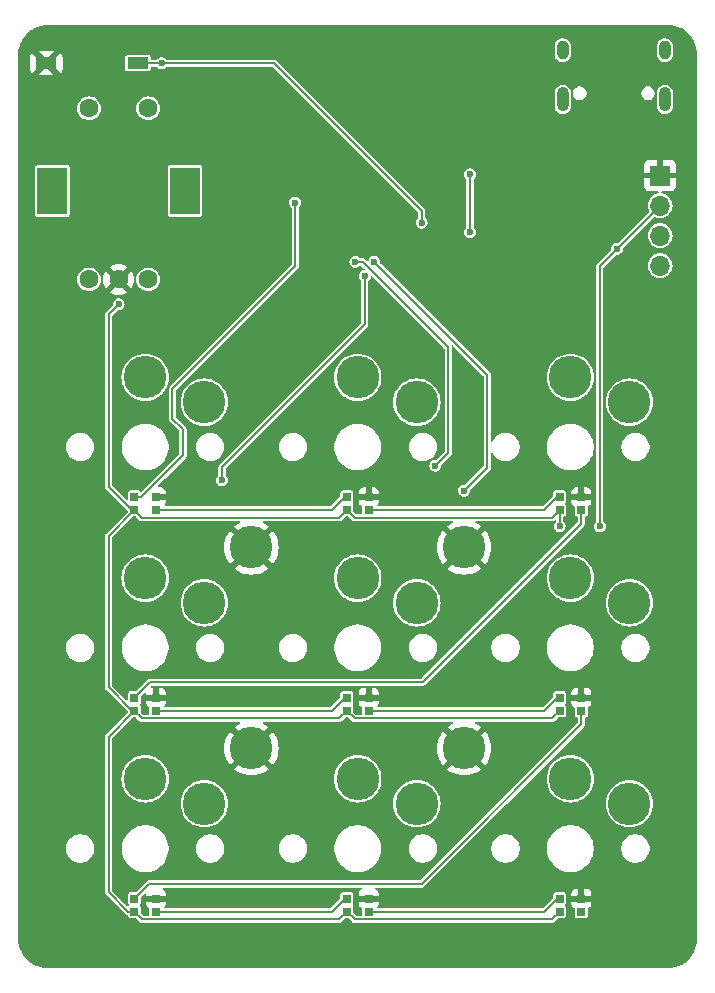
<source format=gbr>
%TF.GenerationSoftware,KiCad,Pcbnew,8.0.3*%
%TF.CreationDate,2024-08-18T23:13:00-04:00*%
%TF.ProjectId,MACROPAD,4d414352-4f50-4414-942e-6b696361645f,rev?*%
%TF.SameCoordinates,Original*%
%TF.FileFunction,Copper,L1,Top*%
%TF.FilePolarity,Positive*%
%FSLAX46Y46*%
G04 Gerber Fmt 4.6, Leading zero omitted, Abs format (unit mm)*
G04 Created by KiCad (PCBNEW 8.0.3) date 2024-08-18 23:13:00*
%MOMM*%
%LPD*%
G01*
G04 APERTURE LIST*
%TA.AperFunction,ComponentPad*%
%ADD10C,3.600000*%
%TD*%
%TA.AperFunction,SMDPad,CuDef*%
%ADD11R,0.700000X0.700000*%
%TD*%
%TA.AperFunction,SMDPad,CuDef*%
%ADD12R,1.750000X1.000000*%
%TD*%
%TA.AperFunction,ComponentPad*%
%ADD13R,2.500000X4.000000*%
%TD*%
%TA.AperFunction,ComponentPad*%
%ADD14C,1.600000*%
%TD*%
%TA.AperFunction,ComponentPad*%
%ADD15O,1.000000X2.100000*%
%TD*%
%TA.AperFunction,ComponentPad*%
%ADD16O,1.000000X1.600000*%
%TD*%
%TA.AperFunction,ComponentPad*%
%ADD17O,1.700000X1.700000*%
%TD*%
%TA.AperFunction,ComponentPad*%
%ADD18R,1.700000X1.700000*%
%TD*%
%TA.AperFunction,ViaPad*%
%ADD19C,0.600000*%
%TD*%
%TA.AperFunction,Conductor*%
%ADD20C,0.200000*%
%TD*%
G04 APERTURE END LIST*
D10*
%TO.P,H4,1,1*%
%TO.N,GND*%
X151150000Y-109200000D03*
%TD*%
%TO.P,H3,1,1*%
%TO.N,GND*%
X133150000Y-109200000D03*
%TD*%
%TO.P,H2,1,1*%
%TO.N,GND*%
X151150000Y-92200000D03*
%TD*%
%TO.P,H1,1,1*%
%TO.N,GND*%
X133150000Y-92200000D03*
%TD*%
D11*
%TO.P,D18,1,DOUT*%
%TO.N,unconnected-(D18-DOUT-Pad1)*%
X161065000Y-123031250D03*
%TO.P,D18,2,VSS*%
%TO.N,GND*%
X161065000Y-121931250D03*
%TO.P,D18,3,DIN*%
%TO.N,Net-(D17-DOUT)*%
X159235000Y-121931250D03*
%TO.P,D18,4,VDD*%
%TO.N,VCC*%
X159235000Y-123031250D03*
%TD*%
%TO.P,D17,1,DOUT*%
%TO.N,Net-(D17-DOUT)*%
X143065000Y-123031250D03*
%TO.P,D17,2,VSS*%
%TO.N,GND*%
X143065000Y-121931250D03*
%TO.P,D17,3,DIN*%
%TO.N,Net-(D16-DOUT)*%
X141235000Y-121931250D03*
%TO.P,D17,4,VDD*%
%TO.N,VCC*%
X141235000Y-123031250D03*
%TD*%
%TO.P,D16,1,DOUT*%
%TO.N,Net-(D16-DOUT)*%
X125065000Y-123031250D03*
%TO.P,D16,2,VSS*%
%TO.N,GND*%
X125065000Y-121931250D03*
%TO.P,D16,3,DIN*%
%TO.N,Net-(D15-DOUT)*%
X123235000Y-121931250D03*
%TO.P,D16,4,VDD*%
%TO.N,VCC*%
X123235000Y-123031250D03*
%TD*%
%TO.P,D15,1,DOUT*%
%TO.N,Net-(D15-DOUT)*%
X161065000Y-106031250D03*
%TO.P,D15,2,VSS*%
%TO.N,GND*%
X161065000Y-104931250D03*
%TO.P,D15,3,DIN*%
%TO.N,Net-(D14-DOUT)*%
X159235000Y-104931250D03*
%TO.P,D15,4,VDD*%
%TO.N,VCC*%
X159235000Y-106031250D03*
%TD*%
%TO.P,D14,1,DOUT*%
%TO.N,Net-(D14-DOUT)*%
X143065000Y-106031250D03*
%TO.P,D14,2,VSS*%
%TO.N,GND*%
X143065000Y-104931250D03*
%TO.P,D14,3,DIN*%
%TO.N,Net-(D13-DOUT)*%
X141235000Y-104931250D03*
%TO.P,D14,4,VDD*%
%TO.N,VCC*%
X141235000Y-106031250D03*
%TD*%
%TO.P,D13,1,DOUT*%
%TO.N,Net-(D13-DOUT)*%
X125065000Y-106031250D03*
%TO.P,D13,2,VSS*%
%TO.N,GND*%
X125065000Y-104931250D03*
%TO.P,D13,3,DIN*%
%TO.N,Net-(D12-DOUT)*%
X123235000Y-104931250D03*
%TO.P,D13,4,VDD*%
%TO.N,VCC*%
X123235000Y-106031250D03*
%TD*%
%TO.P,D12,1,DOUT*%
%TO.N,Net-(D12-DOUT)*%
X161065000Y-89031250D03*
%TO.P,D12,2,VSS*%
%TO.N,GND*%
X161065000Y-87931250D03*
%TO.P,D12,3,DIN*%
%TO.N,Net-(D11-DOUT)*%
X159235000Y-87931250D03*
%TO.P,D12,4,VDD*%
%TO.N,VCC*%
X159235000Y-89031250D03*
%TD*%
%TO.P,D11,1,DOUT*%
%TO.N,Net-(D11-DOUT)*%
X143065000Y-89031250D03*
%TO.P,D11,2,VSS*%
%TO.N,GND*%
X143065000Y-87931250D03*
%TO.P,D11,3,DIN*%
%TO.N,Net-(D10-DOUT)*%
X141235000Y-87931250D03*
%TO.P,D11,4,VDD*%
%TO.N,VCC*%
X141235000Y-89031250D03*
%TD*%
%TO.P,D10,1,DOUT*%
%TO.N,Net-(D10-DOUT)*%
X125065000Y-89031250D03*
%TO.P,D10,2,VSS*%
%TO.N,GND*%
X125065000Y-87931250D03*
%TO.P,D10,3,DIN*%
%TO.N,LED Input*%
X123235000Y-87931250D03*
%TO.P,D10,4,VDD*%
%TO.N,VCC*%
X123235000Y-89031250D03*
%TD*%
D10*
%TO.P,S1,2,2*%
%TO.N,Net-(D1-A)*%
X129150000Y-79900000D03*
%TO.P,S1,1,1*%
%TO.N,Column 0*%
X124150000Y-77800000D03*
%TD*%
%TO.P,S3,2,2*%
%TO.N,Net-(D3-A)*%
X165150000Y-79900000D03*
%TO.P,S3,1,1*%
%TO.N,Column 0*%
X160150000Y-77800000D03*
%TD*%
%TO.P,S2,2,2*%
%TO.N,Net-(D2-A)*%
X147150000Y-79900000D03*
%TO.P,S2,1,1*%
%TO.N,Column 0*%
X142150000Y-77800000D03*
%TD*%
%TO.P,S8,2,2*%
%TO.N,Net-(D8-A)*%
X147150000Y-113900000D03*
%TO.P,S8,1,1*%
%TO.N,Column 2*%
X142150000Y-111800000D03*
%TD*%
%TO.P,S9,2,2*%
%TO.N,Net-(D9-A)*%
X165150000Y-113900000D03*
%TO.P,S9,1,1*%
%TO.N,Column 2*%
X160150000Y-111800000D03*
%TD*%
%TO.P,S5,2,2*%
%TO.N,Net-(D5-A)*%
X147150000Y-96900000D03*
%TO.P,S5,1,1*%
%TO.N,Column 1*%
X142150000Y-94800000D03*
%TD*%
%TO.P,S4,2,2*%
%TO.N,Net-(D4-A)*%
X129150000Y-96900000D03*
%TO.P,S4,1,1*%
%TO.N,Column 1*%
X124150000Y-94800000D03*
%TD*%
%TO.P,S6,2,2*%
%TO.N,Net-(D6-A)*%
X165150000Y-96900000D03*
%TO.P,S6,1,1*%
%TO.N,Column 1*%
X160150000Y-94800000D03*
%TD*%
%TO.P,S7,2,2*%
%TO.N,Net-(D7-A)*%
X129150000Y-113900000D03*
%TO.P,S7,1,1*%
%TO.N,Column 2*%
X124150000Y-111800000D03*
%TD*%
D12*
%TO.P,SW1,1,1*%
%TO.N,GND*%
X115775000Y-51200000D03*
%TO.P,SW1,2,2*%
%TO.N,Net-(U3-~{RESET})*%
X123525000Y-51200000D03*
%TD*%
D13*
%TO.P,SW2,SH*%
%TO.N,N/C*%
X127500000Y-62012500D03*
X116300000Y-62012500D03*
D14*
%TO.P,SW2,S2,S2*%
%TO.N,RE Switch*%
X124400000Y-55012500D03*
%TO.P,SW2,S1,S1*%
%TO.N,VCC*%
X119400000Y-55012500D03*
%TO.P,SW2,C,C*%
%TO.N,GND*%
X121900000Y-69512500D03*
%TO.P,SW2,B,B*%
%TO.N,Net-(R6-Pad2)*%
X124400000Y-69512500D03*
%TO.P,SW2,A,A*%
%TO.N,Net-(R10-Pad2)*%
X119400000Y-69512500D03*
%TD*%
D15*
%TO.P,J1,S1,SHIELD*%
%TO.N,unconnected-(J1-SHIELD-PadS1)*%
X159510000Y-54272500D03*
D16*
%TO.N,unconnected-(J1-SHIELD-PadS1)_1*%
X159510000Y-50092500D03*
D15*
%TO.N,unconnected-(J1-SHIELD-PadS1)_2*%
X168150000Y-54272500D03*
D16*
%TO.N,unconnected-(J1-SHIELD-PadS1)_0*%
X168150000Y-50092500D03*
%TD*%
D17*
%TO.P,J2,4,Pin_4*%
%TO.N,Display SDA*%
X167747500Y-68332500D03*
%TO.P,J2,3,Pin_3*%
%TO.N,Display SCL*%
X167747500Y-65792500D03*
%TO.P,J2,2,Pin_2*%
%TO.N,VCC*%
X167747500Y-63252500D03*
D18*
%TO.P,J2,1,Pin_1*%
%TO.N,GND*%
X167747500Y-60712500D03*
%TD*%
D19*
%TO.N,GND*%
X115650000Y-70100000D03*
X121850000Y-66500000D03*
X125550000Y-52500000D03*
X130650000Y-88300000D03*
X160950000Y-91700000D03*
X148700000Y-87410000D03*
X141950000Y-70400000D03*
X143550000Y-70400000D03*
X157450000Y-52000000D03*
X157450000Y-69400000D03*
X132750000Y-70100000D03*
X132750000Y-63000000D03*
X165050000Y-69700000D03*
X165050000Y-64400000D03*
X145070000Y-68152500D03*
X147400000Y-68152500D03*
X145150000Y-64700000D03*
%TO.N,Net-(U3-~{RESET})*%
X147550000Y-64700000D03*
X125550000Y-51200000D03*
%TO.N,GND*%
X127350000Y-86500000D03*
%TO.N,Row 1*%
X151150000Y-87400000D03*
%TO.N,VCC*%
X164078750Y-66921250D03*
X162650000Y-90412500D03*
%TO.N,GND*%
X157450000Y-55712500D03*
X157450000Y-57012500D03*
%TO.N,Net-(U3-UCAP)*%
X151650000Y-65512500D03*
X151650000Y-60612500D03*
%TO.N,VCC*%
X159250000Y-90400000D03*
%TO.N,LED Input*%
X136850000Y-63000000D03*
%TO.N,VCC*%
X121910000Y-71612500D03*
%TO.N,Row 0*%
X130650000Y-86512500D03*
X142750000Y-69212500D03*
%TO.N,Row 1*%
X143550000Y-68012500D03*
%TO.N,Column 1*%
X148718750Y-85281250D03*
X141950000Y-68012500D03*
%TO.N,GND*%
X123000000Y-72865625D03*
X144375735Y-56812500D03*
X148587500Y-59822500D03*
X132750000Y-55800000D03*
%TD*%
D20*
%TO.N,GND*%
X147400000Y-68152500D02*
X145070000Y-68152500D01*
%TO.N,Net-(U3-~{RESET})*%
X147550000Y-63700000D02*
X135050000Y-51200000D01*
X135050000Y-51200000D02*
X125550000Y-51200000D01*
X147550000Y-64700000D02*
X147550000Y-63700000D01*
X125550000Y-51200000D02*
X123525000Y-51200000D01*
%TO.N,GND*%
X127250000Y-86500000D02*
X125818750Y-87931250D01*
X125818750Y-87931250D02*
X125065000Y-87931250D01*
X127350000Y-86500000D02*
X127250000Y-86500000D01*
%TO.N,Net-(D15-DOUT)*%
X124466250Y-120700000D02*
X123235000Y-121931250D01*
X147548125Y-120700000D02*
X124466250Y-120700000D01*
X161065000Y-107183125D02*
X147548125Y-120700000D01*
X161065000Y-106031250D02*
X161065000Y-107183125D01*
%TO.N,Net-(D12-DOUT)*%
X124566250Y-103600000D02*
X123235000Y-104931250D01*
X161065000Y-90183125D02*
X147648125Y-103600000D01*
X161065000Y-89031250D02*
X161065000Y-90183125D01*
X147648125Y-103600000D02*
X124566250Y-103600000D01*
%TO.N,Row 0*%
X130650000Y-85400000D02*
X130650000Y-86512500D01*
X142750000Y-73300000D02*
X130650000Y-85400000D01*
X142750000Y-69212500D02*
X142750000Y-73300000D01*
%TO.N,LED Input*%
X123826876Y-87931250D02*
X123235000Y-87931250D01*
X127350000Y-82200000D02*
X127350000Y-84408126D01*
X127350000Y-84408126D02*
X123826876Y-87931250D01*
X126450000Y-78800000D02*
X126450000Y-81300000D01*
X136850000Y-63000000D02*
X136850000Y-68400000D01*
X136850000Y-68400000D02*
X126450000Y-78800000D01*
X126450000Y-81300000D02*
X127350000Y-82200000D01*
%TO.N,VCC*%
X121050000Y-108216250D02*
X123235000Y-106031250D01*
X121050000Y-121396250D02*
X121050000Y-108216250D01*
X122685000Y-123031250D02*
X121050000Y-121396250D01*
X123235000Y-123031250D02*
X122685000Y-123031250D01*
X121050000Y-91216250D02*
X123235000Y-89031250D01*
X121050000Y-104046250D02*
X121050000Y-91216250D01*
X123035000Y-106031250D02*
X121050000Y-104046250D01*
X123235000Y-106031250D02*
X123035000Y-106031250D01*
X121050000Y-72472500D02*
X121910000Y-71612500D01*
X121050000Y-87046250D02*
X121050000Y-72472500D01*
X123035000Y-89031250D02*
X121050000Y-87046250D01*
X123235000Y-89031250D02*
X123035000Y-89031250D01*
%TO.N,Row 1*%
X153110000Y-85440000D02*
X151150000Y-87400000D01*
X153110000Y-77572500D02*
X153110000Y-85440000D01*
%TO.N,VCC*%
X162650000Y-68350000D02*
X164078750Y-66921250D01*
X164078750Y-66921250D02*
X167747500Y-63252500D01*
X162650000Y-90412500D02*
X162650000Y-68350000D01*
%TO.N,GND*%
X157450000Y-57012500D02*
X157450000Y-55712500D01*
%TO.N,Net-(U3-UCAP)*%
X151650000Y-60612500D02*
X151650000Y-65512500D01*
%TO.N,VCC*%
X159250000Y-89046250D02*
X159235000Y-89031250D01*
X159250000Y-90400000D02*
X159250000Y-89046250D01*
X158585000Y-123681250D02*
X159235000Y-123031250D01*
X141885000Y-123681250D02*
X158585000Y-123681250D01*
X141235000Y-123031250D02*
X141885000Y-123681250D01*
X140566250Y-123700000D02*
X141235000Y-123031250D01*
X123903750Y-123700000D02*
X140566250Y-123700000D01*
X123235000Y-123031250D02*
X123903750Y-123700000D01*
X158585000Y-106681250D02*
X159235000Y-106031250D01*
X141235000Y-106031250D02*
X141885000Y-106681250D01*
X141885000Y-106681250D02*
X158585000Y-106681250D01*
X140585000Y-106681250D02*
X141235000Y-106031250D01*
X123885000Y-106681250D02*
X140585000Y-106681250D01*
X123235000Y-106031250D02*
X123885000Y-106681250D01*
X158585000Y-89681250D02*
X159235000Y-89031250D01*
X141235000Y-89031250D02*
X141885000Y-89681250D01*
X141885000Y-89681250D02*
X158585000Y-89681250D01*
X140585000Y-89681250D02*
X141235000Y-89031250D01*
X123885000Y-89681250D02*
X140585000Y-89681250D01*
X123235000Y-89031250D02*
X123885000Y-89681250D01*
%TO.N,Net-(D17-DOUT)*%
X157935000Y-123031250D02*
X159035000Y-121931250D01*
X143065000Y-123031250D02*
X157935000Y-123031250D01*
X159035000Y-121931250D02*
X159235000Y-121931250D01*
%TO.N,Net-(D16-DOUT)*%
X141035000Y-121931250D02*
X141235000Y-121931250D01*
X139935000Y-123031250D02*
X141035000Y-121931250D01*
X125065000Y-123031250D02*
X139935000Y-123031250D01*
%TO.N,Net-(D14-DOUT)*%
X159035000Y-104931250D02*
X159235000Y-104931250D01*
X157935000Y-106031250D02*
X159035000Y-104931250D01*
X143065000Y-106031250D02*
X157935000Y-106031250D01*
%TO.N,Net-(D13-DOUT)*%
X139935000Y-106031250D02*
X141035000Y-104931250D01*
X141035000Y-104931250D02*
X141235000Y-104931250D01*
X125065000Y-106031250D02*
X139935000Y-106031250D01*
%TO.N,Net-(D11-DOUT)*%
X159035000Y-87931250D02*
X159235000Y-87931250D01*
X157935000Y-89031250D02*
X159035000Y-87931250D01*
X143065000Y-89031250D02*
X157935000Y-89031250D01*
%TO.N,Net-(D10-DOUT)*%
X141035000Y-87931250D02*
X141235000Y-87931250D01*
X139935000Y-89031250D02*
X141035000Y-87931250D01*
X125065000Y-89031250D02*
X139935000Y-89031250D01*
%TO.N,Row 1*%
X143550000Y-68012500D02*
X153110000Y-77572500D01*
%TO.N,Column 1*%
X149810000Y-75272500D02*
X149810000Y-84190000D01*
X142550000Y-68012500D02*
X149810000Y-75272500D01*
X141950000Y-68012500D02*
X142550000Y-68012500D01*
X149810000Y-84190000D02*
X148718750Y-85281250D01*
%TD*%
%TA.AperFunction,Conductor*%
%TO.N,GND*%
G36*
X168402231Y-47970634D02*
G01*
X168696821Y-47988454D01*
X168705673Y-47989528D01*
X168993784Y-48042327D01*
X169002435Y-48044460D01*
X169282062Y-48131595D01*
X169290401Y-48134757D01*
X169557497Y-48254967D01*
X169565409Y-48259120D01*
X169816046Y-48410636D01*
X169823400Y-48415712D01*
X170053951Y-48596336D01*
X170060640Y-48602262D01*
X170267737Y-48809359D01*
X170273663Y-48816048D01*
X170454287Y-49046599D01*
X170459363Y-49053953D01*
X170610879Y-49304590D01*
X170615032Y-49312502D01*
X170735239Y-49579590D01*
X170738407Y-49587946D01*
X170825536Y-49867552D01*
X170827675Y-49876228D01*
X170880469Y-50164317D01*
X170881546Y-50173188D01*
X170899365Y-50467768D01*
X170899500Y-50472236D01*
X170899500Y-125322763D01*
X170899365Y-125327231D01*
X170881546Y-125621811D01*
X170880469Y-125630682D01*
X170827675Y-125918771D01*
X170825536Y-125927447D01*
X170738407Y-126207053D01*
X170735239Y-126215409D01*
X170615032Y-126482497D01*
X170610879Y-126490409D01*
X170459363Y-126741046D01*
X170454287Y-126748400D01*
X170273663Y-126978951D01*
X170267737Y-126985640D01*
X170060640Y-127192737D01*
X170053951Y-127198663D01*
X169823400Y-127379287D01*
X169816046Y-127384363D01*
X169565409Y-127535879D01*
X169557497Y-127540032D01*
X169290409Y-127660239D01*
X169282053Y-127663407D01*
X169002447Y-127750536D01*
X168993771Y-127752675D01*
X168705682Y-127805469D01*
X168696811Y-127806546D01*
X168402232Y-127824365D01*
X168397764Y-127824500D01*
X115902236Y-127824500D01*
X115897768Y-127824365D01*
X115603188Y-127806546D01*
X115594317Y-127805469D01*
X115306228Y-127752675D01*
X115297552Y-127750536D01*
X115017946Y-127663407D01*
X115009590Y-127660239D01*
X114742502Y-127540032D01*
X114734590Y-127535879D01*
X114483953Y-127384363D01*
X114476599Y-127379287D01*
X114246048Y-127198663D01*
X114239359Y-127192737D01*
X114032262Y-126985640D01*
X114026336Y-126978951D01*
X113845712Y-126748400D01*
X113840636Y-126741046D01*
X113689120Y-126490409D01*
X113684967Y-126482497D01*
X113564757Y-126215401D01*
X113561595Y-126207062D01*
X113474460Y-125927435D01*
X113472327Y-125918784D01*
X113419528Y-125630673D01*
X113418454Y-125621821D01*
X113400635Y-125327231D01*
X113400500Y-125322763D01*
X113400500Y-117605518D01*
X117449500Y-117605518D01*
X117449500Y-117794481D01*
X117479059Y-117981115D01*
X117479062Y-117981128D01*
X117537449Y-118160824D01*
X117537452Y-118160831D01*
X117537453Y-118160832D01*
X117623240Y-118329199D01*
X117734310Y-118482073D01*
X117867927Y-118615690D01*
X118020801Y-118726760D01*
X118189168Y-118812547D01*
X118189171Y-118812547D01*
X118189175Y-118812550D01*
X118368871Y-118870937D01*
X118368877Y-118870938D01*
X118368882Y-118870940D01*
X118493306Y-118890646D01*
X118555518Y-118900500D01*
X118555519Y-118900500D01*
X118744482Y-118900500D01*
X118791140Y-118893110D01*
X118931118Y-118870940D01*
X118931125Y-118870937D01*
X118931128Y-118870937D01*
X119110824Y-118812550D01*
X119110826Y-118812548D01*
X119110832Y-118812547D01*
X119279199Y-118726760D01*
X119432073Y-118615690D01*
X119565690Y-118482073D01*
X119676760Y-118329199D01*
X119762547Y-118160832D01*
X119786788Y-118086228D01*
X119820937Y-117981128D01*
X119820937Y-117981125D01*
X119820940Y-117981118D01*
X119850500Y-117794481D01*
X119850500Y-117605519D01*
X119820940Y-117418882D01*
X119820938Y-117418877D01*
X119820937Y-117418871D01*
X119762550Y-117239175D01*
X119762547Y-117239171D01*
X119762547Y-117239168D01*
X119676760Y-117070801D01*
X119565690Y-116917927D01*
X119432073Y-116784310D01*
X119432070Y-116784307D01*
X119432068Y-116784306D01*
X119279198Y-116673239D01*
X119110824Y-116587449D01*
X118931128Y-116529062D01*
X118931115Y-116529059D01*
X118744482Y-116499500D01*
X118744481Y-116499500D01*
X118555519Y-116499500D01*
X118555518Y-116499500D01*
X118368884Y-116529059D01*
X118368871Y-116529062D01*
X118189175Y-116587449D01*
X118020801Y-116673239D01*
X117867931Y-116784306D01*
X117734306Y-116917931D01*
X117623239Y-117070801D01*
X117537449Y-117239175D01*
X117479062Y-117418871D01*
X117479059Y-117418884D01*
X117449500Y-117605518D01*
X113400500Y-117605518D01*
X113400500Y-100605518D01*
X117449500Y-100605518D01*
X117449500Y-100794481D01*
X117479059Y-100981115D01*
X117479062Y-100981128D01*
X117537449Y-101160824D01*
X117537452Y-101160831D01*
X117537453Y-101160832D01*
X117623240Y-101329199D01*
X117734310Y-101482073D01*
X117867927Y-101615690D01*
X118020801Y-101726760D01*
X118189168Y-101812547D01*
X118189171Y-101812547D01*
X118189175Y-101812550D01*
X118368871Y-101870937D01*
X118368877Y-101870938D01*
X118368882Y-101870940D01*
X118493306Y-101890646D01*
X118555518Y-101900500D01*
X118555519Y-101900500D01*
X118744482Y-101900500D01*
X118791140Y-101893110D01*
X118931118Y-101870940D01*
X118931125Y-101870937D01*
X118931128Y-101870937D01*
X119110824Y-101812550D01*
X119110826Y-101812548D01*
X119110832Y-101812547D01*
X119279199Y-101726760D01*
X119432073Y-101615690D01*
X119565690Y-101482073D01*
X119676760Y-101329199D01*
X119762547Y-101160832D01*
X119786788Y-101086228D01*
X119820937Y-100981128D01*
X119820937Y-100981125D01*
X119820940Y-100981118D01*
X119850500Y-100794481D01*
X119850500Y-100605519D01*
X119820940Y-100418882D01*
X119820938Y-100418877D01*
X119820937Y-100418871D01*
X119762550Y-100239175D01*
X119762547Y-100239171D01*
X119762547Y-100239168D01*
X119676760Y-100070801D01*
X119565690Y-99917927D01*
X119432073Y-99784310D01*
X119432070Y-99784307D01*
X119432068Y-99784306D01*
X119279198Y-99673239D01*
X119110824Y-99587449D01*
X118931128Y-99529062D01*
X118931115Y-99529059D01*
X118744482Y-99499500D01*
X118744481Y-99499500D01*
X118555519Y-99499500D01*
X118555518Y-99499500D01*
X118368884Y-99529059D01*
X118368871Y-99529062D01*
X118189175Y-99587449D01*
X118020801Y-99673239D01*
X117867931Y-99784306D01*
X117734306Y-99917931D01*
X117623239Y-100070801D01*
X117537449Y-100239175D01*
X117479062Y-100418871D01*
X117479059Y-100418884D01*
X117449500Y-100605518D01*
X113400500Y-100605518D01*
X113400500Y-83605518D01*
X117449500Y-83605518D01*
X117449500Y-83794481D01*
X117479059Y-83981115D01*
X117479062Y-83981128D01*
X117537449Y-84160824D01*
X117623239Y-84329198D01*
X117709327Y-84447688D01*
X117734310Y-84482073D01*
X117867927Y-84615690D01*
X118020801Y-84726760D01*
X118189168Y-84812547D01*
X118189171Y-84812547D01*
X118189175Y-84812550D01*
X118368871Y-84870937D01*
X118368877Y-84870938D01*
X118368882Y-84870940D01*
X118493306Y-84890646D01*
X118555518Y-84900500D01*
X118555519Y-84900500D01*
X118744482Y-84900500D01*
X118791140Y-84893110D01*
X118931118Y-84870940D01*
X118931125Y-84870937D01*
X118931128Y-84870937D01*
X119110824Y-84812550D01*
X119110826Y-84812548D01*
X119110832Y-84812547D01*
X119279199Y-84726760D01*
X119432073Y-84615690D01*
X119565690Y-84482073D01*
X119676760Y-84329199D01*
X119762547Y-84160832D01*
X119765925Y-84150438D01*
X119820937Y-83981128D01*
X119820937Y-83981125D01*
X119820940Y-83981118D01*
X119850500Y-83794481D01*
X119850500Y-83605519D01*
X119820940Y-83418882D01*
X119820938Y-83418877D01*
X119820937Y-83418871D01*
X119762550Y-83239175D01*
X119762547Y-83239171D01*
X119762547Y-83239168D01*
X119676760Y-83070801D01*
X119565690Y-82917927D01*
X119432073Y-82784310D01*
X119432070Y-82784307D01*
X119432068Y-82784306D01*
X119279198Y-82673239D01*
X119110824Y-82587449D01*
X118931128Y-82529062D01*
X118931115Y-82529059D01*
X118744482Y-82499500D01*
X118744481Y-82499500D01*
X118555519Y-82499500D01*
X118555518Y-82499500D01*
X118368884Y-82529059D01*
X118368871Y-82529062D01*
X118189175Y-82587449D01*
X118020801Y-82673239D01*
X117867931Y-82784306D01*
X117734306Y-82917931D01*
X117623239Y-83070801D01*
X117537449Y-83239175D01*
X117479062Y-83418871D01*
X117479059Y-83418884D01*
X117449500Y-83605518D01*
X113400500Y-83605518D01*
X113400500Y-72432935D01*
X120749500Y-72432935D01*
X120749500Y-87085814D01*
X120769977Y-87162235D01*
X120769979Y-87162240D01*
X120800722Y-87215487D01*
X120800724Y-87215490D01*
X120809540Y-87230761D01*
X122657703Y-89078924D01*
X122679377Y-89131250D01*
X122657703Y-89183576D01*
X120809540Y-91031738D01*
X120769979Y-91100259D01*
X120769977Y-91100264D01*
X120749500Y-91176685D01*
X120749500Y-104085814D01*
X120769977Y-104162235D01*
X120769979Y-104162240D01*
X120809540Y-104230761D01*
X122657703Y-106078924D01*
X122679377Y-106131250D01*
X122657703Y-106183576D01*
X120809540Y-108031738D01*
X120769979Y-108100259D01*
X120769977Y-108100264D01*
X120749500Y-108176685D01*
X120749500Y-121435814D01*
X120769977Y-121512235D01*
X120769979Y-121512240D01*
X120782208Y-121533421D01*
X120798421Y-121561502D01*
X120809540Y-121580761D01*
X122444540Y-123215761D01*
X122500489Y-123271710D01*
X122569011Y-123311271D01*
X122629654Y-123327520D01*
X122674586Y-123361998D01*
X122684067Y-123397384D01*
X122684143Y-123397377D01*
X122684187Y-123397833D01*
X122684500Y-123398998D01*
X122684500Y-123400996D01*
X122696133Y-123459482D01*
X122725608Y-123503593D01*
X122740448Y-123525802D01*
X122784560Y-123555277D01*
X122806767Y-123570116D01*
X122806768Y-123570116D01*
X122806769Y-123570117D01*
X122865252Y-123581750D01*
X123329877Y-123581750D01*
X123382203Y-123603424D01*
X123663290Y-123884511D01*
X123719239Y-123940460D01*
X123787761Y-123980021D01*
X123787762Y-123980021D01*
X123787764Y-123980022D01*
X123825974Y-123990260D01*
X123864185Y-124000499D01*
X123864186Y-124000500D01*
X123864188Y-124000500D01*
X140605814Y-124000500D01*
X140605814Y-124000499D01*
X140682239Y-123980021D01*
X140750761Y-123940460D01*
X140806710Y-123884511D01*
X141087797Y-123603424D01*
X141140123Y-123581750D01*
X141329877Y-123581750D01*
X141382203Y-123603424D01*
X141644540Y-123865761D01*
X141700489Y-123921710D01*
X141769011Y-123961271D01*
X141769012Y-123961271D01*
X141769014Y-123961272D01*
X141807224Y-123971510D01*
X141845435Y-123981749D01*
X141845436Y-123981750D01*
X141845438Y-123981750D01*
X158624564Y-123981750D01*
X158624564Y-123981749D01*
X158700989Y-123961271D01*
X158769511Y-123921710D01*
X158825460Y-123865761D01*
X159087797Y-123603424D01*
X159140123Y-123581750D01*
X159604746Y-123581750D01*
X159604748Y-123581750D01*
X159663231Y-123570117D01*
X159729552Y-123525802D01*
X159773867Y-123459481D01*
X159785500Y-123400998D01*
X159785500Y-122661502D01*
X159773867Y-122603019D01*
X159729552Y-122536698D01*
X159729548Y-122536695D01*
X159726429Y-122533576D01*
X159704755Y-122481250D01*
X159726429Y-122428924D01*
X159729545Y-122425806D01*
X159729552Y-122425802D01*
X159773867Y-122359481D01*
X159779915Y-122329078D01*
X160215000Y-122329078D01*
X160221402Y-122388625D01*
X160221403Y-122388630D01*
X160271645Y-122523337D01*
X160271646Y-122523338D01*
X160357811Y-122638438D01*
X160472908Y-122724601D01*
X160475958Y-122726266D01*
X160511500Y-122770363D01*
X160514500Y-122791218D01*
X160514500Y-123400996D01*
X160526133Y-123459482D01*
X160555608Y-123503593D01*
X160570448Y-123525802D01*
X160614560Y-123555277D01*
X160636767Y-123570116D01*
X160636768Y-123570116D01*
X160636769Y-123570117D01*
X160695252Y-123581750D01*
X160695254Y-123581750D01*
X161434746Y-123581750D01*
X161434748Y-123581750D01*
X161493231Y-123570117D01*
X161559552Y-123525802D01*
X161603867Y-123459481D01*
X161615500Y-123400998D01*
X161615500Y-122791218D01*
X161637174Y-122738892D01*
X161654042Y-122726266D01*
X161657091Y-122724601D01*
X161772188Y-122638438D01*
X161858353Y-122523338D01*
X161858354Y-122523337D01*
X161908596Y-122388630D01*
X161908597Y-122388625D01*
X161915000Y-122329078D01*
X161915000Y-122181250D01*
X160215000Y-122181250D01*
X160215000Y-122329078D01*
X159779915Y-122329078D01*
X159785500Y-122300998D01*
X159785500Y-121561502D01*
X159779914Y-121533421D01*
X160215000Y-121533421D01*
X160215000Y-121681250D01*
X160815000Y-121681250D01*
X161315000Y-121681250D01*
X161915000Y-121681250D01*
X161915000Y-121533421D01*
X161908597Y-121473874D01*
X161908596Y-121473869D01*
X161858354Y-121339162D01*
X161858353Y-121339161D01*
X161772188Y-121224061D01*
X161657088Y-121137896D01*
X161657087Y-121137895D01*
X161522380Y-121087653D01*
X161522375Y-121087652D01*
X161462829Y-121081250D01*
X161315000Y-121081250D01*
X161315000Y-121681250D01*
X160815000Y-121681250D01*
X160815000Y-121081250D01*
X160667171Y-121081250D01*
X160607624Y-121087652D01*
X160607619Y-121087653D01*
X160472912Y-121137895D01*
X160472911Y-121137896D01*
X160357811Y-121224061D01*
X160271646Y-121339161D01*
X160271645Y-121339162D01*
X160221403Y-121473869D01*
X160221402Y-121473874D01*
X160215000Y-121533421D01*
X159779914Y-121533421D01*
X159773867Y-121503019D01*
X159729552Y-121436698D01*
X159707343Y-121421858D01*
X159663232Y-121392383D01*
X159663233Y-121392383D01*
X159633989Y-121386566D01*
X159604748Y-121380750D01*
X158865252Y-121380750D01*
X158836010Y-121386566D01*
X158806767Y-121392383D01*
X158740449Y-121436697D01*
X158740447Y-121436699D01*
X158696133Y-121503017D01*
X158684500Y-121561502D01*
X158684500Y-121826127D01*
X158662826Y-121878453D01*
X157832203Y-122709076D01*
X157779877Y-122730750D01*
X143850919Y-122730750D01*
X143798593Y-122709076D01*
X143776919Y-122656750D01*
X143791679Y-122612403D01*
X143858353Y-122523338D01*
X143858354Y-122523337D01*
X143908596Y-122388630D01*
X143908597Y-122388625D01*
X143915000Y-122329078D01*
X143915000Y-122181250D01*
X142215000Y-122181250D01*
X142215000Y-122329078D01*
X142221402Y-122388625D01*
X142221403Y-122388630D01*
X142271645Y-122523337D01*
X142271646Y-122523338D01*
X142357811Y-122638438D01*
X142472908Y-122724601D01*
X142475958Y-122726266D01*
X142511500Y-122770363D01*
X142514500Y-122791218D01*
X142514500Y-123306750D01*
X142492826Y-123359076D01*
X142440500Y-123380750D01*
X142040123Y-123380750D01*
X141987797Y-123359076D01*
X141807174Y-123178453D01*
X141785500Y-123126127D01*
X141785500Y-122661503D01*
X141780912Y-122638438D01*
X141773867Y-122603019D01*
X141729552Y-122536698D01*
X141729548Y-122536695D01*
X141726429Y-122533576D01*
X141704755Y-122481250D01*
X141726429Y-122428924D01*
X141729545Y-122425806D01*
X141729552Y-122425802D01*
X141773867Y-122359481D01*
X141785500Y-122300998D01*
X141785500Y-121561502D01*
X141773867Y-121503019D01*
X141729552Y-121436698D01*
X141707343Y-121421858D01*
X141663232Y-121392383D01*
X141663233Y-121392383D01*
X141633989Y-121386566D01*
X141604748Y-121380750D01*
X140865252Y-121380750D01*
X140836010Y-121386566D01*
X140806767Y-121392383D01*
X140740449Y-121436697D01*
X140740447Y-121436699D01*
X140696133Y-121503017D01*
X140684500Y-121561502D01*
X140684500Y-121826127D01*
X140662826Y-121878453D01*
X139832203Y-122709076D01*
X139779877Y-122730750D01*
X125850919Y-122730750D01*
X125798593Y-122709076D01*
X125776919Y-122656750D01*
X125791679Y-122612403D01*
X125858353Y-122523338D01*
X125858354Y-122523337D01*
X125908596Y-122388630D01*
X125908597Y-122388625D01*
X125915000Y-122329078D01*
X125915000Y-122181250D01*
X124215000Y-122181250D01*
X124215000Y-122329078D01*
X124221402Y-122388625D01*
X124221403Y-122388630D01*
X124271645Y-122523337D01*
X124271646Y-122523338D01*
X124357811Y-122638438D01*
X124472908Y-122724601D01*
X124475958Y-122726266D01*
X124511500Y-122770363D01*
X124514500Y-122791218D01*
X124514500Y-123325500D01*
X124492826Y-123377826D01*
X124440500Y-123399500D01*
X124058873Y-123399500D01*
X124006547Y-123377826D01*
X123807174Y-123178453D01*
X123785500Y-123126127D01*
X123785500Y-122661503D01*
X123780912Y-122638438D01*
X123773867Y-122603019D01*
X123729552Y-122536698D01*
X123729548Y-122536695D01*
X123726429Y-122533576D01*
X123704755Y-122481250D01*
X123726429Y-122428924D01*
X123729545Y-122425806D01*
X123729552Y-122425802D01*
X123773867Y-122359481D01*
X123785500Y-122300998D01*
X123785500Y-121836372D01*
X123807173Y-121784047D01*
X124088675Y-121502545D01*
X124141000Y-121480872D01*
X124193326Y-121502546D01*
X124215000Y-121554872D01*
X124215000Y-121681250D01*
X125915000Y-121681250D01*
X125915000Y-121533421D01*
X125908597Y-121473874D01*
X125908596Y-121473869D01*
X125858354Y-121339162D01*
X125858353Y-121339161D01*
X125772188Y-121224061D01*
X125652852Y-121134725D01*
X125654428Y-121132619D01*
X125624393Y-121095350D01*
X125630446Y-121039037D01*
X125674545Y-121003498D01*
X125695395Y-121000500D01*
X142434605Y-121000500D01*
X142486931Y-121022174D01*
X142508605Y-121074500D01*
X142486931Y-121126826D01*
X142476871Y-121134355D01*
X142477148Y-121134725D01*
X142357811Y-121224061D01*
X142271646Y-121339161D01*
X142271645Y-121339162D01*
X142221403Y-121473869D01*
X142221402Y-121473874D01*
X142215000Y-121533421D01*
X142215000Y-121681250D01*
X143915000Y-121681250D01*
X143915000Y-121533421D01*
X143908597Y-121473874D01*
X143908596Y-121473869D01*
X143858354Y-121339162D01*
X143858353Y-121339161D01*
X143772188Y-121224061D01*
X143652852Y-121134725D01*
X143654428Y-121132619D01*
X143624393Y-121095350D01*
X143630446Y-121039037D01*
X143674545Y-121003498D01*
X143695395Y-121000500D01*
X147587689Y-121000500D01*
X147587689Y-121000499D01*
X147664114Y-120980021D01*
X147732636Y-120940460D01*
X147788585Y-120884511D01*
X151067578Y-117605518D01*
X153449500Y-117605518D01*
X153449500Y-117794481D01*
X153479059Y-117981115D01*
X153479062Y-117981128D01*
X153537449Y-118160824D01*
X153537452Y-118160831D01*
X153537453Y-118160832D01*
X153623240Y-118329199D01*
X153734310Y-118482073D01*
X153867927Y-118615690D01*
X154020801Y-118726760D01*
X154189168Y-118812547D01*
X154189171Y-118812547D01*
X154189175Y-118812550D01*
X154368871Y-118870937D01*
X154368877Y-118870938D01*
X154368882Y-118870940D01*
X154493306Y-118890646D01*
X154555518Y-118900500D01*
X154555519Y-118900500D01*
X154744482Y-118900500D01*
X154791140Y-118893110D01*
X154931118Y-118870940D01*
X154931125Y-118870937D01*
X154931128Y-118870937D01*
X155110824Y-118812550D01*
X155110826Y-118812548D01*
X155110832Y-118812547D01*
X155279199Y-118726760D01*
X155432073Y-118615690D01*
X155565690Y-118482073D01*
X155676760Y-118329199D01*
X155762547Y-118160832D01*
X155786788Y-118086228D01*
X155820937Y-117981128D01*
X155820937Y-117981125D01*
X155820940Y-117981118D01*
X155850500Y-117794481D01*
X155850500Y-117605519D01*
X155844957Y-117570520D01*
X158174500Y-117570520D01*
X158174500Y-117829479D01*
X158208300Y-118086226D01*
X158275324Y-118336365D01*
X158374424Y-118575612D01*
X158374425Y-118575615D01*
X158503904Y-118799880D01*
X158503908Y-118799886D01*
X158558430Y-118870940D01*
X158661553Y-119005333D01*
X158844667Y-119188447D01*
X159050116Y-119346093D01*
X159274384Y-119475574D01*
X159513634Y-119574675D01*
X159763772Y-119641699D01*
X160020519Y-119675500D01*
X160020521Y-119675500D01*
X160279479Y-119675500D01*
X160279481Y-119675500D01*
X160536228Y-119641699D01*
X160786366Y-119574675D01*
X161025616Y-119475574D01*
X161249884Y-119346093D01*
X161455333Y-119188447D01*
X161638447Y-119005333D01*
X161796093Y-118799884D01*
X161925574Y-118575616D01*
X162024675Y-118336366D01*
X162091699Y-118086228D01*
X162125500Y-117829481D01*
X162125500Y-117605518D01*
X164449500Y-117605518D01*
X164449500Y-117794481D01*
X164479059Y-117981115D01*
X164479062Y-117981128D01*
X164537449Y-118160824D01*
X164537452Y-118160831D01*
X164537453Y-118160832D01*
X164623240Y-118329199D01*
X164734310Y-118482073D01*
X164867927Y-118615690D01*
X165020801Y-118726760D01*
X165189168Y-118812547D01*
X165189171Y-118812547D01*
X165189175Y-118812550D01*
X165368871Y-118870937D01*
X165368877Y-118870938D01*
X165368882Y-118870940D01*
X165493306Y-118890646D01*
X165555518Y-118900500D01*
X165555519Y-118900500D01*
X165744482Y-118900500D01*
X165791140Y-118893110D01*
X165931118Y-118870940D01*
X165931125Y-118870937D01*
X165931128Y-118870937D01*
X166110824Y-118812550D01*
X166110826Y-118812548D01*
X166110832Y-118812547D01*
X166279199Y-118726760D01*
X166432073Y-118615690D01*
X166565690Y-118482073D01*
X166676760Y-118329199D01*
X166762547Y-118160832D01*
X166786788Y-118086228D01*
X166820937Y-117981128D01*
X166820937Y-117981125D01*
X166820940Y-117981118D01*
X166850500Y-117794481D01*
X166850500Y-117605519D01*
X166820940Y-117418882D01*
X166820938Y-117418877D01*
X166820937Y-117418871D01*
X166762550Y-117239175D01*
X166762547Y-117239171D01*
X166762547Y-117239168D01*
X166676760Y-117070801D01*
X166565690Y-116917927D01*
X166432073Y-116784310D01*
X166432070Y-116784307D01*
X166432068Y-116784306D01*
X166279198Y-116673239D01*
X166110824Y-116587449D01*
X165931128Y-116529062D01*
X165931115Y-116529059D01*
X165744482Y-116499500D01*
X165744481Y-116499500D01*
X165555519Y-116499500D01*
X165555518Y-116499500D01*
X165368884Y-116529059D01*
X165368871Y-116529062D01*
X165189175Y-116587449D01*
X165020801Y-116673239D01*
X164867931Y-116784306D01*
X164734306Y-116917931D01*
X164623239Y-117070801D01*
X164537449Y-117239175D01*
X164479062Y-117418871D01*
X164479059Y-117418884D01*
X164449500Y-117605518D01*
X162125500Y-117605518D01*
X162125500Y-117570519D01*
X162091699Y-117313772D01*
X162024675Y-117063634D01*
X161925574Y-116824384D01*
X161796093Y-116600116D01*
X161786376Y-116587453D01*
X161638446Y-116394666D01*
X161455333Y-116211553D01*
X161249886Y-116053908D01*
X161249880Y-116053904D01*
X161025615Y-115924425D01*
X161025612Y-115924424D01*
X160786365Y-115825324D01*
X160536226Y-115758300D01*
X160347081Y-115733399D01*
X160279481Y-115724500D01*
X160020519Y-115724500D01*
X159960783Y-115732364D01*
X159763773Y-115758300D01*
X159513634Y-115825324D01*
X159274387Y-115924424D01*
X159274384Y-115924425D01*
X159050119Y-116053904D01*
X159050113Y-116053908D01*
X158844666Y-116211553D01*
X158661553Y-116394666D01*
X158503908Y-116600113D01*
X158503904Y-116600119D01*
X158374425Y-116824384D01*
X158374424Y-116824387D01*
X158275324Y-117063634D01*
X158208300Y-117313773D01*
X158174500Y-117570520D01*
X155844957Y-117570520D01*
X155820940Y-117418882D01*
X155820938Y-117418877D01*
X155820937Y-117418871D01*
X155762550Y-117239175D01*
X155762547Y-117239171D01*
X155762547Y-117239168D01*
X155676760Y-117070801D01*
X155565690Y-116917927D01*
X155432073Y-116784310D01*
X155432070Y-116784307D01*
X155432068Y-116784306D01*
X155279198Y-116673239D01*
X155110824Y-116587449D01*
X154931128Y-116529062D01*
X154931115Y-116529059D01*
X154744482Y-116499500D01*
X154744481Y-116499500D01*
X154555519Y-116499500D01*
X154555518Y-116499500D01*
X154368884Y-116529059D01*
X154368871Y-116529062D01*
X154189175Y-116587449D01*
X154020801Y-116673239D01*
X153867931Y-116784306D01*
X153734306Y-116917931D01*
X153623239Y-117070801D01*
X153537449Y-117239175D01*
X153479062Y-117418871D01*
X153479059Y-117418884D01*
X153449500Y-117605518D01*
X151067578Y-117605518D01*
X154773103Y-113899993D01*
X163144390Y-113899993D01*
X163144390Y-113900006D01*
X163164803Y-114185425D01*
X163225630Y-114465042D01*
X163225635Y-114465060D01*
X163325630Y-114733156D01*
X163462772Y-114984313D01*
X163548517Y-115098855D01*
X163634261Y-115213395D01*
X163836605Y-115415739D01*
X164008415Y-115544354D01*
X164065686Y-115587227D01*
X164316843Y-115724369D01*
X164584939Y-115824364D01*
X164584945Y-115824365D01*
X164584954Y-115824369D01*
X164864572Y-115885196D01*
X164928000Y-115889732D01*
X165149993Y-115905610D01*
X165150000Y-115905610D01*
X165150007Y-115905610D01*
X165349799Y-115891320D01*
X165435428Y-115885196D01*
X165715046Y-115824369D01*
X165715057Y-115824364D01*
X165715060Y-115824364D01*
X165983156Y-115724369D01*
X165983156Y-115724368D01*
X165983161Y-115724367D01*
X166234315Y-115587226D01*
X166463395Y-115415739D01*
X166665739Y-115213395D01*
X166837226Y-114984315D01*
X166974367Y-114733161D01*
X167074369Y-114465046D01*
X167135196Y-114185428D01*
X167155610Y-113900000D01*
X167155610Y-113899993D01*
X167135897Y-113624369D01*
X167135196Y-113614572D01*
X167074369Y-113334954D01*
X167074365Y-113334945D01*
X167074364Y-113334939D01*
X166974369Y-113066843D01*
X166837227Y-112815686D01*
X166700590Y-112633161D01*
X166665739Y-112586605D01*
X166463395Y-112384261D01*
X166348855Y-112298517D01*
X166234313Y-112212772D01*
X165983156Y-112075630D01*
X165715060Y-111975635D01*
X165715042Y-111975630D01*
X165435425Y-111914803D01*
X165150007Y-111894390D01*
X165149993Y-111894390D01*
X164864574Y-111914803D01*
X164584957Y-111975630D01*
X164584939Y-111975635D01*
X164316843Y-112075630D01*
X164065686Y-112212772D01*
X163836602Y-112384263D01*
X163634263Y-112586602D01*
X163462772Y-112815686D01*
X163325630Y-113066843D01*
X163225635Y-113334939D01*
X163225630Y-113334957D01*
X163164803Y-113614574D01*
X163144390Y-113899993D01*
X154773103Y-113899993D01*
X156873103Y-111799993D01*
X158144390Y-111799993D01*
X158144390Y-111800006D01*
X158164803Y-112085425D01*
X158225630Y-112365042D01*
X158225635Y-112365060D01*
X158325630Y-112633156D01*
X158462772Y-112884313D01*
X158548517Y-112998855D01*
X158634261Y-113113395D01*
X158836605Y-113315739D01*
X159008415Y-113444354D01*
X159065686Y-113487227D01*
X159316843Y-113624369D01*
X159584939Y-113724364D01*
X159584945Y-113724365D01*
X159584954Y-113724369D01*
X159864572Y-113785196D01*
X159928000Y-113789732D01*
X160149993Y-113805610D01*
X160150000Y-113805610D01*
X160150007Y-113805610D01*
X160349799Y-113791320D01*
X160435428Y-113785196D01*
X160715046Y-113724369D01*
X160715057Y-113724364D01*
X160715060Y-113724364D01*
X160983156Y-113624369D01*
X160983156Y-113624368D01*
X160983161Y-113624367D01*
X161234315Y-113487226D01*
X161463395Y-113315739D01*
X161665739Y-113113395D01*
X161837226Y-112884315D01*
X161974367Y-112633161D01*
X161991733Y-112586602D01*
X162074364Y-112365060D01*
X162074364Y-112365057D01*
X162074369Y-112365046D01*
X162135196Y-112085428D01*
X162142000Y-111990285D01*
X162155610Y-111800006D01*
X162155610Y-111799993D01*
X162135196Y-111514574D01*
X162133099Y-111504934D01*
X162074369Y-111234954D01*
X162074365Y-111234945D01*
X162074364Y-111234939D01*
X161974369Y-110966843D01*
X161837227Y-110715686D01*
X161752986Y-110603154D01*
X161665739Y-110486605D01*
X161463395Y-110284261D01*
X161348855Y-110198517D01*
X161234313Y-110112772D01*
X160983156Y-109975630D01*
X160715060Y-109875635D01*
X160715042Y-109875630D01*
X160435425Y-109814803D01*
X160150007Y-109794390D01*
X160149993Y-109794390D01*
X159864574Y-109814803D01*
X159584957Y-109875630D01*
X159584939Y-109875635D01*
X159316843Y-109975630D01*
X159065686Y-110112772D01*
X158836602Y-110284263D01*
X158634263Y-110486602D01*
X158462772Y-110715686D01*
X158325630Y-110966843D01*
X158225635Y-111234939D01*
X158225630Y-111234957D01*
X158164803Y-111514574D01*
X158144390Y-111799993D01*
X156873103Y-111799993D01*
X161305460Y-107367636D01*
X161345021Y-107299114D01*
X161365499Y-107222689D01*
X161365500Y-107222689D01*
X161365500Y-106655639D01*
X161387174Y-106603313D01*
X161431189Y-106582498D01*
X161431182Y-106582459D01*
X161431340Y-106582427D01*
X161432255Y-106581995D01*
X161434737Y-106581750D01*
X161434748Y-106581750D01*
X161493231Y-106570117D01*
X161559552Y-106525802D01*
X161603867Y-106459481D01*
X161615500Y-106400998D01*
X161615500Y-105791218D01*
X161637174Y-105738892D01*
X161654042Y-105726266D01*
X161657091Y-105724601D01*
X161772188Y-105638438D01*
X161858353Y-105523338D01*
X161858354Y-105523337D01*
X161908596Y-105388630D01*
X161908597Y-105388625D01*
X161915000Y-105329078D01*
X161915000Y-105181250D01*
X160215000Y-105181250D01*
X160215000Y-105329078D01*
X160221402Y-105388625D01*
X160221403Y-105388630D01*
X160271645Y-105523337D01*
X160271646Y-105523338D01*
X160357811Y-105638438D01*
X160472908Y-105724601D01*
X160475958Y-105726266D01*
X160511500Y-105770363D01*
X160514500Y-105791218D01*
X160514500Y-106400996D01*
X160526133Y-106459482D01*
X160555608Y-106503593D01*
X160570448Y-106525802D01*
X160614560Y-106555277D01*
X160636767Y-106570116D01*
X160636768Y-106570116D01*
X160636769Y-106570117D01*
X160695252Y-106581750D01*
X160695262Y-106581750D01*
X160697745Y-106581995D01*
X160698491Y-106582394D01*
X160698818Y-106582459D01*
X160698798Y-106582557D01*
X160747698Y-106608688D01*
X160764500Y-106655639D01*
X160764500Y-107028002D01*
X160742826Y-107080328D01*
X147445328Y-120377826D01*
X147393002Y-120399500D01*
X124426686Y-120399500D01*
X124350264Y-120419977D01*
X124350259Y-120419979D01*
X124281738Y-120459540D01*
X123382203Y-121359076D01*
X123329877Y-121380750D01*
X122865252Y-121380750D01*
X122836010Y-121386566D01*
X122806767Y-121392383D01*
X122740449Y-121436697D01*
X122740447Y-121436699D01*
X122696133Y-121503017D01*
X122685819Y-121554872D01*
X122684500Y-121561502D01*
X122684500Y-122300998D01*
X122692255Y-122339986D01*
X122696133Y-122359482D01*
X122715610Y-122388630D01*
X122740448Y-122425802D01*
X122740451Y-122425804D01*
X122743571Y-122428924D01*
X122765245Y-122481250D01*
X122743571Y-122533576D01*
X122740451Y-122536695D01*
X122740448Y-122536698D01*
X122740445Y-122536701D01*
X122735295Y-122541852D01*
X122734262Y-122540819D01*
X122693364Y-122568142D01*
X122637817Y-122557087D01*
X122626609Y-122547888D01*
X121372174Y-121293453D01*
X121350500Y-121241127D01*
X121350500Y-117570520D01*
X122174500Y-117570520D01*
X122174500Y-117829479D01*
X122208300Y-118086226D01*
X122275324Y-118336365D01*
X122374424Y-118575612D01*
X122374425Y-118575615D01*
X122503904Y-118799880D01*
X122503908Y-118799886D01*
X122558430Y-118870940D01*
X122661553Y-119005333D01*
X122844667Y-119188447D01*
X123050116Y-119346093D01*
X123274384Y-119475574D01*
X123513634Y-119574675D01*
X123763772Y-119641699D01*
X124020519Y-119675500D01*
X124020521Y-119675500D01*
X124279479Y-119675500D01*
X124279481Y-119675500D01*
X124536228Y-119641699D01*
X124786366Y-119574675D01*
X125025616Y-119475574D01*
X125249884Y-119346093D01*
X125455333Y-119188447D01*
X125638447Y-119005333D01*
X125796093Y-118799884D01*
X125925574Y-118575616D01*
X126024675Y-118336366D01*
X126091699Y-118086228D01*
X126125500Y-117829481D01*
X126125500Y-117605518D01*
X128449500Y-117605518D01*
X128449500Y-117794481D01*
X128479059Y-117981115D01*
X128479062Y-117981128D01*
X128537449Y-118160824D01*
X128537452Y-118160831D01*
X128537453Y-118160832D01*
X128623240Y-118329199D01*
X128734310Y-118482073D01*
X128867927Y-118615690D01*
X129020801Y-118726760D01*
X129189168Y-118812547D01*
X129189171Y-118812547D01*
X129189175Y-118812550D01*
X129368871Y-118870937D01*
X129368877Y-118870938D01*
X129368882Y-118870940D01*
X129493306Y-118890646D01*
X129555518Y-118900500D01*
X129555519Y-118900500D01*
X129744482Y-118900500D01*
X129791140Y-118893110D01*
X129931118Y-118870940D01*
X129931125Y-118870937D01*
X129931128Y-118870937D01*
X130110824Y-118812550D01*
X130110826Y-118812548D01*
X130110832Y-118812547D01*
X130279199Y-118726760D01*
X130432073Y-118615690D01*
X130565690Y-118482073D01*
X130676760Y-118329199D01*
X130762547Y-118160832D01*
X130786788Y-118086228D01*
X130820937Y-117981128D01*
X130820937Y-117981125D01*
X130820940Y-117981118D01*
X130850500Y-117794481D01*
X130850500Y-117605519D01*
X130850500Y-117605518D01*
X135449500Y-117605518D01*
X135449500Y-117794481D01*
X135479059Y-117981115D01*
X135479062Y-117981128D01*
X135537449Y-118160824D01*
X135537452Y-118160831D01*
X135537453Y-118160832D01*
X135623240Y-118329199D01*
X135734310Y-118482073D01*
X135867927Y-118615690D01*
X136020801Y-118726760D01*
X136189168Y-118812547D01*
X136189171Y-118812547D01*
X136189175Y-118812550D01*
X136368871Y-118870937D01*
X136368877Y-118870938D01*
X136368882Y-118870940D01*
X136493306Y-118890646D01*
X136555518Y-118900500D01*
X136555519Y-118900500D01*
X136744482Y-118900500D01*
X136791140Y-118893110D01*
X136931118Y-118870940D01*
X136931125Y-118870937D01*
X136931128Y-118870937D01*
X137110824Y-118812550D01*
X137110826Y-118812548D01*
X137110832Y-118812547D01*
X137279199Y-118726760D01*
X137432073Y-118615690D01*
X137565690Y-118482073D01*
X137676760Y-118329199D01*
X137762547Y-118160832D01*
X137786788Y-118086228D01*
X137820937Y-117981128D01*
X137820937Y-117981125D01*
X137820940Y-117981118D01*
X137850500Y-117794481D01*
X137850500Y-117605519D01*
X137844957Y-117570520D01*
X140174500Y-117570520D01*
X140174500Y-117829479D01*
X140208300Y-118086226D01*
X140275324Y-118336365D01*
X140374424Y-118575612D01*
X140374425Y-118575615D01*
X140503904Y-118799880D01*
X140503908Y-118799886D01*
X140558430Y-118870940D01*
X140661553Y-119005333D01*
X140844667Y-119188447D01*
X141050116Y-119346093D01*
X141274384Y-119475574D01*
X141513634Y-119574675D01*
X141763772Y-119641699D01*
X142020519Y-119675500D01*
X142020521Y-119675500D01*
X142279479Y-119675500D01*
X142279481Y-119675500D01*
X142536228Y-119641699D01*
X142786366Y-119574675D01*
X143025616Y-119475574D01*
X143249884Y-119346093D01*
X143455333Y-119188447D01*
X143638447Y-119005333D01*
X143796093Y-118799884D01*
X143925574Y-118575616D01*
X144024675Y-118336366D01*
X144091699Y-118086228D01*
X144125500Y-117829481D01*
X144125500Y-117605518D01*
X146449500Y-117605518D01*
X146449500Y-117794481D01*
X146479059Y-117981115D01*
X146479062Y-117981128D01*
X146537449Y-118160824D01*
X146537452Y-118160831D01*
X146537453Y-118160832D01*
X146623240Y-118329199D01*
X146734310Y-118482073D01*
X146867927Y-118615690D01*
X147020801Y-118726760D01*
X147189168Y-118812547D01*
X147189171Y-118812547D01*
X147189175Y-118812550D01*
X147368871Y-118870937D01*
X147368877Y-118870938D01*
X147368882Y-118870940D01*
X147493306Y-118890646D01*
X147555518Y-118900500D01*
X147555519Y-118900500D01*
X147744482Y-118900500D01*
X147791140Y-118893110D01*
X147931118Y-118870940D01*
X147931125Y-118870937D01*
X147931128Y-118870937D01*
X148110824Y-118812550D01*
X148110826Y-118812548D01*
X148110832Y-118812547D01*
X148279199Y-118726760D01*
X148432073Y-118615690D01*
X148565690Y-118482073D01*
X148676760Y-118329199D01*
X148762547Y-118160832D01*
X148786788Y-118086228D01*
X148820937Y-117981128D01*
X148820937Y-117981125D01*
X148820940Y-117981118D01*
X148850500Y-117794481D01*
X148850500Y-117605519D01*
X148820940Y-117418882D01*
X148820938Y-117418877D01*
X148820937Y-117418871D01*
X148762550Y-117239175D01*
X148762547Y-117239171D01*
X148762547Y-117239168D01*
X148676760Y-117070801D01*
X148565690Y-116917927D01*
X148432073Y-116784310D01*
X148432070Y-116784307D01*
X148432068Y-116784306D01*
X148279198Y-116673239D01*
X148110824Y-116587449D01*
X147931128Y-116529062D01*
X147931115Y-116529059D01*
X147744482Y-116499500D01*
X147744481Y-116499500D01*
X147555519Y-116499500D01*
X147555518Y-116499500D01*
X147368884Y-116529059D01*
X147368871Y-116529062D01*
X147189175Y-116587449D01*
X147020801Y-116673239D01*
X146867931Y-116784306D01*
X146734306Y-116917931D01*
X146623239Y-117070801D01*
X146537449Y-117239175D01*
X146479062Y-117418871D01*
X146479059Y-117418884D01*
X146449500Y-117605518D01*
X144125500Y-117605518D01*
X144125500Y-117570519D01*
X144091699Y-117313772D01*
X144024675Y-117063634D01*
X143925574Y-116824384D01*
X143796093Y-116600116D01*
X143786376Y-116587453D01*
X143638446Y-116394666D01*
X143455333Y-116211553D01*
X143249886Y-116053908D01*
X143249880Y-116053904D01*
X143025615Y-115924425D01*
X143025612Y-115924424D01*
X142786365Y-115825324D01*
X142536226Y-115758300D01*
X142347081Y-115733399D01*
X142279481Y-115724500D01*
X142020519Y-115724500D01*
X141960783Y-115732364D01*
X141763773Y-115758300D01*
X141513634Y-115825324D01*
X141274387Y-115924424D01*
X141274384Y-115924425D01*
X141050119Y-116053904D01*
X141050113Y-116053908D01*
X140844666Y-116211553D01*
X140661553Y-116394666D01*
X140503908Y-116600113D01*
X140503904Y-116600119D01*
X140374425Y-116824384D01*
X140374424Y-116824387D01*
X140275324Y-117063634D01*
X140208300Y-117313773D01*
X140174500Y-117570520D01*
X137844957Y-117570520D01*
X137820940Y-117418882D01*
X137820938Y-117418877D01*
X137820937Y-117418871D01*
X137762550Y-117239175D01*
X137762547Y-117239171D01*
X137762547Y-117239168D01*
X137676760Y-117070801D01*
X137565690Y-116917927D01*
X137432073Y-116784310D01*
X137432070Y-116784307D01*
X137432068Y-116784306D01*
X137279198Y-116673239D01*
X137110824Y-116587449D01*
X136931128Y-116529062D01*
X136931115Y-116529059D01*
X136744482Y-116499500D01*
X136744481Y-116499500D01*
X136555519Y-116499500D01*
X136555518Y-116499500D01*
X136368884Y-116529059D01*
X136368871Y-116529062D01*
X136189175Y-116587449D01*
X136020801Y-116673239D01*
X135867931Y-116784306D01*
X135734306Y-116917931D01*
X135623239Y-117070801D01*
X135537449Y-117239175D01*
X135479062Y-117418871D01*
X135479059Y-117418884D01*
X135449500Y-117605518D01*
X130850500Y-117605518D01*
X130820940Y-117418882D01*
X130820938Y-117418877D01*
X130820937Y-117418871D01*
X130762550Y-117239175D01*
X130762547Y-117239171D01*
X130762547Y-117239168D01*
X130676760Y-117070801D01*
X130565690Y-116917927D01*
X130432073Y-116784310D01*
X130432070Y-116784307D01*
X130432068Y-116784306D01*
X130279198Y-116673239D01*
X130110824Y-116587449D01*
X129931128Y-116529062D01*
X129931115Y-116529059D01*
X129744482Y-116499500D01*
X129744481Y-116499500D01*
X129555519Y-116499500D01*
X129555518Y-116499500D01*
X129368884Y-116529059D01*
X129368871Y-116529062D01*
X129189175Y-116587449D01*
X129020801Y-116673239D01*
X128867931Y-116784306D01*
X128734306Y-116917931D01*
X128623239Y-117070801D01*
X128537449Y-117239175D01*
X128479062Y-117418871D01*
X128479059Y-117418884D01*
X128449500Y-117605518D01*
X126125500Y-117605518D01*
X126125500Y-117570519D01*
X126091699Y-117313772D01*
X126024675Y-117063634D01*
X125925574Y-116824384D01*
X125796093Y-116600116D01*
X125786376Y-116587453D01*
X125638446Y-116394666D01*
X125455333Y-116211553D01*
X125249886Y-116053908D01*
X125249880Y-116053904D01*
X125025615Y-115924425D01*
X125025612Y-115924424D01*
X124786365Y-115825324D01*
X124536226Y-115758300D01*
X124347081Y-115733399D01*
X124279481Y-115724500D01*
X124020519Y-115724500D01*
X123960783Y-115732364D01*
X123763773Y-115758300D01*
X123513634Y-115825324D01*
X123274387Y-115924424D01*
X123274384Y-115924425D01*
X123050119Y-116053904D01*
X123050113Y-116053908D01*
X122844666Y-116211553D01*
X122661553Y-116394666D01*
X122503908Y-116600113D01*
X122503904Y-116600119D01*
X122374425Y-116824384D01*
X122374424Y-116824387D01*
X122275324Y-117063634D01*
X122208300Y-117313773D01*
X122174500Y-117570520D01*
X121350500Y-117570520D01*
X121350500Y-113899993D01*
X127144390Y-113899993D01*
X127144390Y-113900006D01*
X127164803Y-114185425D01*
X127225630Y-114465042D01*
X127225635Y-114465060D01*
X127325630Y-114733156D01*
X127462772Y-114984313D01*
X127548517Y-115098855D01*
X127634261Y-115213395D01*
X127836605Y-115415739D01*
X128008415Y-115544354D01*
X128065686Y-115587227D01*
X128316843Y-115724369D01*
X128584939Y-115824364D01*
X128584945Y-115824365D01*
X128584954Y-115824369D01*
X128864572Y-115885196D01*
X128928000Y-115889732D01*
X129149993Y-115905610D01*
X129150000Y-115905610D01*
X129150007Y-115905610D01*
X129349799Y-115891320D01*
X129435428Y-115885196D01*
X129715046Y-115824369D01*
X129715057Y-115824364D01*
X129715060Y-115824364D01*
X129983156Y-115724369D01*
X129983156Y-115724368D01*
X129983161Y-115724367D01*
X130234315Y-115587226D01*
X130463395Y-115415739D01*
X130665739Y-115213395D01*
X130837226Y-114984315D01*
X130974367Y-114733161D01*
X131074369Y-114465046D01*
X131135196Y-114185428D01*
X131155610Y-113900000D01*
X131155610Y-113899993D01*
X145144390Y-113899993D01*
X145144390Y-113900006D01*
X145164803Y-114185425D01*
X145225630Y-114465042D01*
X145225635Y-114465060D01*
X145325630Y-114733156D01*
X145462772Y-114984313D01*
X145548517Y-115098855D01*
X145634261Y-115213395D01*
X145836605Y-115415739D01*
X146008415Y-115544354D01*
X146065686Y-115587227D01*
X146316843Y-115724369D01*
X146584939Y-115824364D01*
X146584945Y-115824365D01*
X146584954Y-115824369D01*
X146864572Y-115885196D01*
X146928000Y-115889732D01*
X147149993Y-115905610D01*
X147150000Y-115905610D01*
X147150007Y-115905610D01*
X147349799Y-115891320D01*
X147435428Y-115885196D01*
X147715046Y-115824369D01*
X147715057Y-115824364D01*
X147715060Y-115824364D01*
X147983156Y-115724369D01*
X147983156Y-115724368D01*
X147983161Y-115724367D01*
X148234315Y-115587226D01*
X148463395Y-115415739D01*
X148665739Y-115213395D01*
X148837226Y-114984315D01*
X148974367Y-114733161D01*
X149074369Y-114465046D01*
X149135196Y-114185428D01*
X149155610Y-113900000D01*
X149155610Y-113899993D01*
X149135897Y-113624369D01*
X149135196Y-113614572D01*
X149074369Y-113334954D01*
X149074365Y-113334945D01*
X149074364Y-113334939D01*
X148974369Y-113066843D01*
X148837227Y-112815686D01*
X148700590Y-112633161D01*
X148665739Y-112586605D01*
X148463395Y-112384261D01*
X148348855Y-112298517D01*
X148234313Y-112212772D01*
X147983156Y-112075630D01*
X147715060Y-111975635D01*
X147715042Y-111975630D01*
X147435425Y-111914803D01*
X147150007Y-111894390D01*
X147149993Y-111894390D01*
X146864574Y-111914803D01*
X146584957Y-111975630D01*
X146584939Y-111975635D01*
X146316843Y-112075630D01*
X146065686Y-112212772D01*
X145836602Y-112384263D01*
X145634263Y-112586602D01*
X145462772Y-112815686D01*
X145325630Y-113066843D01*
X145225635Y-113334939D01*
X145225630Y-113334957D01*
X145164803Y-113614574D01*
X145144390Y-113899993D01*
X131155610Y-113899993D01*
X131135897Y-113624369D01*
X131135196Y-113614572D01*
X131074369Y-113334954D01*
X131074365Y-113334945D01*
X131074364Y-113334939D01*
X130974369Y-113066843D01*
X130837227Y-112815686D01*
X130700590Y-112633161D01*
X130665739Y-112586605D01*
X130463395Y-112384261D01*
X130348855Y-112298517D01*
X130234313Y-112212772D01*
X129983156Y-112075630D01*
X129715060Y-111975635D01*
X129715042Y-111975630D01*
X129435425Y-111914803D01*
X129150007Y-111894390D01*
X129149993Y-111894390D01*
X128864574Y-111914803D01*
X128584957Y-111975630D01*
X128584939Y-111975635D01*
X128316843Y-112075630D01*
X128065686Y-112212772D01*
X127836602Y-112384263D01*
X127634263Y-112586602D01*
X127462772Y-112815686D01*
X127325630Y-113066843D01*
X127225635Y-113334939D01*
X127225630Y-113334957D01*
X127164803Y-113614574D01*
X127144390Y-113899993D01*
X121350500Y-113899993D01*
X121350500Y-111799993D01*
X122144390Y-111799993D01*
X122144390Y-111800006D01*
X122164803Y-112085425D01*
X122225630Y-112365042D01*
X122225635Y-112365060D01*
X122325630Y-112633156D01*
X122462772Y-112884313D01*
X122548517Y-112998855D01*
X122634261Y-113113395D01*
X122836605Y-113315739D01*
X123008415Y-113444354D01*
X123065686Y-113487227D01*
X123316843Y-113624369D01*
X123584939Y-113724364D01*
X123584945Y-113724365D01*
X123584954Y-113724369D01*
X123864572Y-113785196D01*
X123928000Y-113789732D01*
X124149993Y-113805610D01*
X124150000Y-113805610D01*
X124150007Y-113805610D01*
X124349799Y-113791320D01*
X124435428Y-113785196D01*
X124715046Y-113724369D01*
X124715057Y-113724364D01*
X124715060Y-113724364D01*
X124983156Y-113624369D01*
X124983156Y-113624368D01*
X124983161Y-113624367D01*
X125234315Y-113487226D01*
X125463395Y-113315739D01*
X125665739Y-113113395D01*
X125837226Y-112884315D01*
X125974367Y-112633161D01*
X125991733Y-112586602D01*
X126074364Y-112365060D01*
X126074364Y-112365057D01*
X126074369Y-112365046D01*
X126135196Y-112085428D01*
X126142000Y-111990285D01*
X126155610Y-111800006D01*
X126155610Y-111799993D01*
X140144390Y-111799993D01*
X140144390Y-111800006D01*
X140164803Y-112085425D01*
X140225630Y-112365042D01*
X140225635Y-112365060D01*
X140325630Y-112633156D01*
X140462772Y-112884313D01*
X140548517Y-112998855D01*
X140634261Y-113113395D01*
X140836605Y-113315739D01*
X141008415Y-113444354D01*
X141065686Y-113487227D01*
X141316843Y-113624369D01*
X141584939Y-113724364D01*
X141584945Y-113724365D01*
X141584954Y-113724369D01*
X141864572Y-113785196D01*
X141928000Y-113789732D01*
X142149993Y-113805610D01*
X142150000Y-113805610D01*
X142150007Y-113805610D01*
X142349799Y-113791320D01*
X142435428Y-113785196D01*
X142715046Y-113724369D01*
X142715057Y-113724364D01*
X142715060Y-113724364D01*
X142983156Y-113624369D01*
X142983156Y-113624368D01*
X142983161Y-113624367D01*
X143234315Y-113487226D01*
X143463395Y-113315739D01*
X143665739Y-113113395D01*
X143837226Y-112884315D01*
X143974367Y-112633161D01*
X143991733Y-112586602D01*
X144074364Y-112365060D01*
X144074364Y-112365057D01*
X144074369Y-112365046D01*
X144135196Y-112085428D01*
X144142000Y-111990285D01*
X144155610Y-111800006D01*
X144155610Y-111799993D01*
X144135196Y-111514574D01*
X144133099Y-111504934D01*
X144074369Y-111234954D01*
X144074365Y-111234945D01*
X144074364Y-111234939D01*
X143974369Y-110966843D01*
X143837227Y-110715686D01*
X143752986Y-110603154D01*
X143665739Y-110486605D01*
X143463395Y-110284261D01*
X143348855Y-110198517D01*
X143234313Y-110112772D01*
X142983156Y-109975630D01*
X142715060Y-109875635D01*
X142715042Y-109875630D01*
X142435425Y-109814803D01*
X142150007Y-109794390D01*
X142149993Y-109794390D01*
X141864574Y-109814803D01*
X141584957Y-109875630D01*
X141584939Y-109875635D01*
X141316843Y-109975630D01*
X141065686Y-110112772D01*
X140836602Y-110284263D01*
X140634263Y-110486602D01*
X140462772Y-110715686D01*
X140325630Y-110966843D01*
X140225635Y-111234939D01*
X140225630Y-111234957D01*
X140164803Y-111514574D01*
X140144390Y-111799993D01*
X126155610Y-111799993D01*
X126135196Y-111514574D01*
X126133099Y-111504934D01*
X126074369Y-111234954D01*
X126074365Y-111234945D01*
X126074364Y-111234939D01*
X125974369Y-110966843D01*
X125837227Y-110715686D01*
X125752986Y-110603154D01*
X125665739Y-110486605D01*
X125463395Y-110284261D01*
X125348855Y-110198517D01*
X125234313Y-110112772D01*
X124983156Y-109975630D01*
X124715060Y-109875635D01*
X124715042Y-109875630D01*
X124435425Y-109814803D01*
X124150007Y-109794390D01*
X124149993Y-109794390D01*
X123864574Y-109814803D01*
X123584957Y-109875630D01*
X123584939Y-109875635D01*
X123316843Y-109975630D01*
X123065686Y-110112772D01*
X122836602Y-110284263D01*
X122634263Y-110486602D01*
X122462772Y-110715686D01*
X122325630Y-110966843D01*
X122225635Y-111234939D01*
X122225630Y-111234957D01*
X122164803Y-111514574D01*
X122144390Y-111799993D01*
X121350500Y-111799993D01*
X121350500Y-108371373D01*
X121372174Y-108319047D01*
X123087797Y-106603424D01*
X123140123Y-106581750D01*
X123329877Y-106581750D01*
X123382203Y-106603424D01*
X123644540Y-106865761D01*
X123700489Y-106921710D01*
X123769011Y-106961271D01*
X123769012Y-106961271D01*
X123769014Y-106961272D01*
X123807224Y-106971510D01*
X123845435Y-106981749D01*
X123845436Y-106981750D01*
X132130575Y-106981750D01*
X132182901Y-107003424D01*
X132204575Y-107055750D01*
X132182901Y-107108076D01*
X132163304Y-107122119D01*
X131997534Y-107203867D01*
X131997523Y-107203873D01*
X131746847Y-107371369D01*
X131746836Y-107371378D01*
X131708528Y-107404974D01*
X132173506Y-107869952D01*
X132075097Y-107941451D01*
X131891451Y-108125097D01*
X131819952Y-108223506D01*
X131354974Y-107758528D01*
X131321378Y-107796836D01*
X131321369Y-107796847D01*
X131153873Y-108047523D01*
X131153867Y-108047534D01*
X131020519Y-108317936D01*
X130923605Y-108603434D01*
X130864785Y-108899138D01*
X130845065Y-109200000D01*
X130864785Y-109500861D01*
X130923605Y-109796565D01*
X131020519Y-110082063D01*
X131153867Y-110352466D01*
X131153873Y-110352477D01*
X131321370Y-110603154D01*
X131354973Y-110641470D01*
X131819951Y-110176491D01*
X131891451Y-110274903D01*
X132075097Y-110458549D01*
X132173505Y-110530046D01*
X131708527Y-110995025D01*
X131746845Y-111028629D01*
X131997522Y-111196126D01*
X131997533Y-111196132D01*
X132267936Y-111329480D01*
X132553434Y-111426394D01*
X132849138Y-111485214D01*
X133150000Y-111504934D01*
X133450861Y-111485214D01*
X133746565Y-111426394D01*
X134032063Y-111329480D01*
X134302466Y-111196132D01*
X134302477Y-111196126D01*
X134553154Y-111028629D01*
X134591471Y-110995024D01*
X134126494Y-110530047D01*
X134224903Y-110458549D01*
X134408549Y-110274903D01*
X134480047Y-110176493D01*
X134945024Y-110641470D01*
X134978629Y-110603154D01*
X135146126Y-110352477D01*
X135146132Y-110352466D01*
X135279480Y-110082063D01*
X135376394Y-109796565D01*
X135435214Y-109500861D01*
X135454934Y-109200000D01*
X135435214Y-108899138D01*
X135376394Y-108603434D01*
X135279480Y-108317936D01*
X135146132Y-108047534D01*
X135146126Y-108047523D01*
X134978627Y-107796844D01*
X134978625Y-107796841D01*
X134945024Y-107758527D01*
X134480046Y-108223504D01*
X134408549Y-108125097D01*
X134224903Y-107941451D01*
X134126492Y-107869951D01*
X134591471Y-107404973D01*
X134553154Y-107371370D01*
X134302477Y-107203873D01*
X134302466Y-107203867D01*
X134136696Y-107122119D01*
X134099352Y-107079537D01*
X134103056Y-107023021D01*
X134145638Y-106985677D01*
X134169425Y-106981750D01*
X140624564Y-106981750D01*
X140624564Y-106981749D01*
X140700989Y-106961271D01*
X140769511Y-106921710D01*
X140825460Y-106865761D01*
X141087797Y-106603424D01*
X141140123Y-106581750D01*
X141329877Y-106581750D01*
X141382203Y-106603424D01*
X141644540Y-106865761D01*
X141700489Y-106921710D01*
X141769011Y-106961271D01*
X141769012Y-106961271D01*
X141769014Y-106961272D01*
X141807224Y-106971510D01*
X141845435Y-106981749D01*
X141845436Y-106981750D01*
X150130575Y-106981750D01*
X150182901Y-107003424D01*
X150204575Y-107055750D01*
X150182901Y-107108076D01*
X150163304Y-107122119D01*
X149997534Y-107203867D01*
X149997523Y-107203873D01*
X149746847Y-107371369D01*
X149746836Y-107371378D01*
X149708528Y-107404974D01*
X150173506Y-107869952D01*
X150075097Y-107941451D01*
X149891451Y-108125097D01*
X149819952Y-108223506D01*
X149354974Y-107758528D01*
X149321378Y-107796836D01*
X149321369Y-107796847D01*
X149153873Y-108047523D01*
X149153867Y-108047534D01*
X149020519Y-108317936D01*
X148923605Y-108603434D01*
X148864785Y-108899138D01*
X148845065Y-109200000D01*
X148864785Y-109500861D01*
X148923605Y-109796565D01*
X149020519Y-110082063D01*
X149153867Y-110352466D01*
X149153873Y-110352477D01*
X149321370Y-110603154D01*
X149354973Y-110641470D01*
X149819951Y-110176491D01*
X149891451Y-110274903D01*
X150075097Y-110458549D01*
X150173505Y-110530046D01*
X149708527Y-110995025D01*
X149746845Y-111028629D01*
X149997522Y-111196126D01*
X149997533Y-111196132D01*
X150267936Y-111329480D01*
X150553434Y-111426394D01*
X150849138Y-111485214D01*
X151150000Y-111504934D01*
X151450861Y-111485214D01*
X151746565Y-111426394D01*
X152032063Y-111329480D01*
X152302466Y-111196132D01*
X152302477Y-111196126D01*
X152553154Y-111028629D01*
X152591471Y-110995024D01*
X152126494Y-110530047D01*
X152224903Y-110458549D01*
X152408549Y-110274903D01*
X152480047Y-110176493D01*
X152945024Y-110641470D01*
X152978629Y-110603154D01*
X153146126Y-110352477D01*
X153146132Y-110352466D01*
X153279480Y-110082063D01*
X153376394Y-109796565D01*
X153435214Y-109500861D01*
X153454934Y-109200000D01*
X153435214Y-108899138D01*
X153376394Y-108603434D01*
X153279480Y-108317936D01*
X153146132Y-108047534D01*
X153146126Y-108047523D01*
X152978627Y-107796844D01*
X152978625Y-107796841D01*
X152945024Y-107758527D01*
X152480046Y-108223504D01*
X152408549Y-108125097D01*
X152224903Y-107941451D01*
X152126492Y-107869951D01*
X152591471Y-107404973D01*
X152553154Y-107371370D01*
X152302477Y-107203873D01*
X152302466Y-107203867D01*
X152136696Y-107122119D01*
X152099352Y-107079537D01*
X152103056Y-107023021D01*
X152145638Y-106985677D01*
X152169425Y-106981750D01*
X158624564Y-106981750D01*
X158624564Y-106981749D01*
X158700989Y-106961271D01*
X158769511Y-106921710D01*
X158825460Y-106865761D01*
X159087797Y-106603424D01*
X159140123Y-106581750D01*
X159604746Y-106581750D01*
X159604748Y-106581750D01*
X159663231Y-106570117D01*
X159729552Y-106525802D01*
X159773867Y-106459481D01*
X159785500Y-106400998D01*
X159785500Y-105661502D01*
X159773867Y-105603019D01*
X159729552Y-105536698D01*
X159729548Y-105536695D01*
X159726429Y-105533576D01*
X159704755Y-105481250D01*
X159726429Y-105428924D01*
X159729545Y-105425806D01*
X159729552Y-105425802D01*
X159773867Y-105359481D01*
X159785500Y-105300998D01*
X159785500Y-104561502D01*
X159779914Y-104533421D01*
X160215000Y-104533421D01*
X160215000Y-104681250D01*
X160815000Y-104681250D01*
X161315000Y-104681250D01*
X161915000Y-104681250D01*
X161915000Y-104533421D01*
X161908597Y-104473874D01*
X161908596Y-104473869D01*
X161858354Y-104339162D01*
X161858353Y-104339161D01*
X161772188Y-104224061D01*
X161657088Y-104137896D01*
X161657087Y-104137895D01*
X161522380Y-104087653D01*
X161522375Y-104087652D01*
X161462829Y-104081250D01*
X161315000Y-104081250D01*
X161315000Y-104681250D01*
X160815000Y-104681250D01*
X160815000Y-104081250D01*
X160667171Y-104081250D01*
X160607624Y-104087652D01*
X160607619Y-104087653D01*
X160472912Y-104137895D01*
X160472911Y-104137896D01*
X160357811Y-104224061D01*
X160271646Y-104339161D01*
X160271645Y-104339162D01*
X160221403Y-104473869D01*
X160221402Y-104473874D01*
X160215000Y-104533421D01*
X159779914Y-104533421D01*
X159773867Y-104503019D01*
X159729552Y-104436698D01*
X159707343Y-104421858D01*
X159663232Y-104392383D01*
X159663233Y-104392383D01*
X159633989Y-104386566D01*
X159604748Y-104380750D01*
X158865252Y-104380750D01*
X158836010Y-104386566D01*
X158806767Y-104392383D01*
X158740449Y-104436697D01*
X158740447Y-104436699D01*
X158696133Y-104503017D01*
X158684500Y-104561503D01*
X158684500Y-104826127D01*
X158662826Y-104878453D01*
X157832203Y-105709076D01*
X157779877Y-105730750D01*
X143850919Y-105730750D01*
X143798593Y-105709076D01*
X143776919Y-105656750D01*
X143791679Y-105612403D01*
X143858353Y-105523338D01*
X143858354Y-105523337D01*
X143908596Y-105388630D01*
X143908597Y-105388625D01*
X143915000Y-105329078D01*
X143915000Y-105181250D01*
X142215000Y-105181250D01*
X142215000Y-105329078D01*
X142221402Y-105388625D01*
X142221403Y-105388630D01*
X142271645Y-105523337D01*
X142271646Y-105523338D01*
X142357811Y-105638438D01*
X142472908Y-105724601D01*
X142475958Y-105726266D01*
X142511500Y-105770363D01*
X142514500Y-105791218D01*
X142514500Y-106306750D01*
X142492826Y-106359076D01*
X142440500Y-106380750D01*
X142040123Y-106380750D01*
X141987797Y-106359076D01*
X141807174Y-106178453D01*
X141785500Y-106126127D01*
X141785500Y-105661503D01*
X141780912Y-105638438D01*
X141773867Y-105603019D01*
X141729552Y-105536698D01*
X141729548Y-105536695D01*
X141726429Y-105533576D01*
X141704755Y-105481250D01*
X141726429Y-105428924D01*
X141729545Y-105425806D01*
X141729552Y-105425802D01*
X141773867Y-105359481D01*
X141785500Y-105300998D01*
X141785500Y-104561502D01*
X141779914Y-104533421D01*
X142215000Y-104533421D01*
X142215000Y-104681250D01*
X142815000Y-104681250D01*
X143315000Y-104681250D01*
X143915000Y-104681250D01*
X143915000Y-104533421D01*
X143908597Y-104473874D01*
X143908596Y-104473869D01*
X143858354Y-104339162D01*
X143858353Y-104339161D01*
X143772188Y-104224061D01*
X143657088Y-104137896D01*
X143657087Y-104137895D01*
X143522380Y-104087653D01*
X143522375Y-104087652D01*
X143462829Y-104081250D01*
X143315000Y-104081250D01*
X143315000Y-104681250D01*
X142815000Y-104681250D01*
X142815000Y-104081250D01*
X142667171Y-104081250D01*
X142607624Y-104087652D01*
X142607619Y-104087653D01*
X142472912Y-104137895D01*
X142472911Y-104137896D01*
X142357811Y-104224061D01*
X142271646Y-104339161D01*
X142271645Y-104339162D01*
X142221403Y-104473869D01*
X142221402Y-104473874D01*
X142215000Y-104533421D01*
X141779914Y-104533421D01*
X141773867Y-104503019D01*
X141729552Y-104436698D01*
X141707343Y-104421858D01*
X141663232Y-104392383D01*
X141663233Y-104392383D01*
X141633989Y-104386566D01*
X141604748Y-104380750D01*
X140865252Y-104380750D01*
X140836010Y-104386566D01*
X140806767Y-104392383D01*
X140740449Y-104436697D01*
X140740447Y-104436699D01*
X140696133Y-104503017D01*
X140684500Y-104561503D01*
X140684500Y-104826127D01*
X140662826Y-104878453D01*
X139832203Y-105709076D01*
X139779877Y-105730750D01*
X125850919Y-105730750D01*
X125798593Y-105709076D01*
X125776919Y-105656750D01*
X125791679Y-105612403D01*
X125858353Y-105523338D01*
X125858354Y-105523337D01*
X125908596Y-105388630D01*
X125908597Y-105388625D01*
X125915000Y-105329078D01*
X125915000Y-105181250D01*
X124215000Y-105181250D01*
X124215000Y-105329078D01*
X124221402Y-105388625D01*
X124221403Y-105388630D01*
X124271645Y-105523337D01*
X124271646Y-105523338D01*
X124357811Y-105638438D01*
X124472908Y-105724601D01*
X124475958Y-105726266D01*
X124511500Y-105770363D01*
X124514500Y-105791218D01*
X124514500Y-106306750D01*
X124492826Y-106359076D01*
X124440500Y-106380750D01*
X124040123Y-106380750D01*
X123987797Y-106359076D01*
X123807174Y-106178453D01*
X123785500Y-106126127D01*
X123785500Y-105661503D01*
X123780912Y-105638438D01*
X123773867Y-105603019D01*
X123729552Y-105536698D01*
X123729548Y-105536695D01*
X123726429Y-105533576D01*
X123704755Y-105481250D01*
X123726429Y-105428924D01*
X123729545Y-105425806D01*
X123729552Y-105425802D01*
X123773867Y-105359481D01*
X123785500Y-105300998D01*
X123785500Y-104836372D01*
X123807173Y-104784047D01*
X124088675Y-104502545D01*
X124141000Y-104480872D01*
X124193326Y-104502546D01*
X124215000Y-104554872D01*
X124215000Y-104681250D01*
X124815000Y-104681250D01*
X125315000Y-104681250D01*
X125915000Y-104681250D01*
X125915000Y-104533421D01*
X125908597Y-104473874D01*
X125908596Y-104473869D01*
X125858354Y-104339162D01*
X125858353Y-104339161D01*
X125772188Y-104224061D01*
X125657088Y-104137896D01*
X125657087Y-104137895D01*
X125522380Y-104087653D01*
X125522375Y-104087652D01*
X125462829Y-104081250D01*
X125315000Y-104081250D01*
X125315000Y-104681250D01*
X124815000Y-104681250D01*
X124815000Y-104081250D01*
X124688623Y-104081250D01*
X124636297Y-104059576D01*
X124614623Y-104007250D01*
X124636297Y-103954924D01*
X124669047Y-103922174D01*
X124721373Y-103900500D01*
X147687689Y-103900500D01*
X147687689Y-103900499D01*
X147764114Y-103880021D01*
X147832636Y-103840460D01*
X147888585Y-103784511D01*
X151067578Y-100605518D01*
X153449500Y-100605518D01*
X153449500Y-100794481D01*
X153479059Y-100981115D01*
X153479062Y-100981128D01*
X153537449Y-101160824D01*
X153537452Y-101160831D01*
X153537453Y-101160832D01*
X153623240Y-101329199D01*
X153734310Y-101482073D01*
X153867927Y-101615690D01*
X154020801Y-101726760D01*
X154189168Y-101812547D01*
X154189171Y-101812547D01*
X154189175Y-101812550D01*
X154368871Y-101870937D01*
X154368877Y-101870938D01*
X154368882Y-101870940D01*
X154493306Y-101890646D01*
X154555518Y-101900500D01*
X154555519Y-101900500D01*
X154744482Y-101900500D01*
X154791140Y-101893110D01*
X154931118Y-101870940D01*
X154931125Y-101870937D01*
X154931128Y-101870937D01*
X155110824Y-101812550D01*
X155110826Y-101812548D01*
X155110832Y-101812547D01*
X155279199Y-101726760D01*
X155432073Y-101615690D01*
X155565690Y-101482073D01*
X155676760Y-101329199D01*
X155762547Y-101160832D01*
X155786788Y-101086228D01*
X155820937Y-100981128D01*
X155820937Y-100981125D01*
X155820940Y-100981118D01*
X155850500Y-100794481D01*
X155850500Y-100605519D01*
X155844957Y-100570520D01*
X158174500Y-100570520D01*
X158174500Y-100829479D01*
X158208300Y-101086226D01*
X158275324Y-101336365D01*
X158374424Y-101575612D01*
X158374425Y-101575615D01*
X158503904Y-101799880D01*
X158503908Y-101799886D01*
X158558430Y-101870940D01*
X158661553Y-102005333D01*
X158844667Y-102188447D01*
X159050116Y-102346093D01*
X159274384Y-102475574D01*
X159513634Y-102574675D01*
X159763772Y-102641699D01*
X160020519Y-102675500D01*
X160020521Y-102675500D01*
X160279479Y-102675500D01*
X160279481Y-102675500D01*
X160536228Y-102641699D01*
X160786366Y-102574675D01*
X161025616Y-102475574D01*
X161249884Y-102346093D01*
X161455333Y-102188447D01*
X161638447Y-102005333D01*
X161796093Y-101799884D01*
X161925574Y-101575616D01*
X162024675Y-101336366D01*
X162091699Y-101086228D01*
X162125500Y-100829481D01*
X162125500Y-100605518D01*
X164449500Y-100605518D01*
X164449500Y-100794481D01*
X164479059Y-100981115D01*
X164479062Y-100981128D01*
X164537449Y-101160824D01*
X164537452Y-101160831D01*
X164537453Y-101160832D01*
X164623240Y-101329199D01*
X164734310Y-101482073D01*
X164867927Y-101615690D01*
X165020801Y-101726760D01*
X165189168Y-101812547D01*
X165189171Y-101812547D01*
X165189175Y-101812550D01*
X165368871Y-101870937D01*
X165368877Y-101870938D01*
X165368882Y-101870940D01*
X165493306Y-101890646D01*
X165555518Y-101900500D01*
X165555519Y-101900500D01*
X165744482Y-101900500D01*
X165791140Y-101893110D01*
X165931118Y-101870940D01*
X165931125Y-101870937D01*
X165931128Y-101870937D01*
X166110824Y-101812550D01*
X166110826Y-101812548D01*
X166110832Y-101812547D01*
X166279199Y-101726760D01*
X166432073Y-101615690D01*
X166565690Y-101482073D01*
X166676760Y-101329199D01*
X166762547Y-101160832D01*
X166786788Y-101086228D01*
X166820937Y-100981128D01*
X166820937Y-100981125D01*
X166820940Y-100981118D01*
X166850500Y-100794481D01*
X166850500Y-100605519D01*
X166820940Y-100418882D01*
X166820938Y-100418877D01*
X166820937Y-100418871D01*
X166762550Y-100239175D01*
X166762547Y-100239171D01*
X166762547Y-100239168D01*
X166676760Y-100070801D01*
X166565690Y-99917927D01*
X166432073Y-99784310D01*
X166432070Y-99784307D01*
X166432068Y-99784306D01*
X166279198Y-99673239D01*
X166110824Y-99587449D01*
X165931128Y-99529062D01*
X165931115Y-99529059D01*
X165744482Y-99499500D01*
X165744481Y-99499500D01*
X165555519Y-99499500D01*
X165555518Y-99499500D01*
X165368884Y-99529059D01*
X165368871Y-99529062D01*
X165189175Y-99587449D01*
X165020801Y-99673239D01*
X164867931Y-99784306D01*
X164734306Y-99917931D01*
X164623239Y-100070801D01*
X164537449Y-100239175D01*
X164479062Y-100418871D01*
X164479059Y-100418884D01*
X164449500Y-100605518D01*
X162125500Y-100605518D01*
X162125500Y-100570519D01*
X162091699Y-100313772D01*
X162024675Y-100063634D01*
X161925574Y-99824384D01*
X161796093Y-99600116D01*
X161786376Y-99587453D01*
X161638446Y-99394666D01*
X161455333Y-99211553D01*
X161249886Y-99053908D01*
X161249880Y-99053904D01*
X161025615Y-98924425D01*
X161025612Y-98924424D01*
X160786365Y-98825324D01*
X160536226Y-98758300D01*
X160347081Y-98733399D01*
X160279481Y-98724500D01*
X160020519Y-98724500D01*
X159960783Y-98732364D01*
X159763773Y-98758300D01*
X159513634Y-98825324D01*
X159274387Y-98924424D01*
X159274384Y-98924425D01*
X159050119Y-99053904D01*
X159050113Y-99053908D01*
X158844666Y-99211553D01*
X158661553Y-99394666D01*
X158503908Y-99600113D01*
X158503904Y-99600119D01*
X158374425Y-99824384D01*
X158374424Y-99824387D01*
X158275324Y-100063634D01*
X158208300Y-100313773D01*
X158174500Y-100570520D01*
X155844957Y-100570520D01*
X155820940Y-100418882D01*
X155820938Y-100418877D01*
X155820937Y-100418871D01*
X155762550Y-100239175D01*
X155762547Y-100239171D01*
X155762547Y-100239168D01*
X155676760Y-100070801D01*
X155565690Y-99917927D01*
X155432073Y-99784310D01*
X155432070Y-99784307D01*
X155432068Y-99784306D01*
X155279198Y-99673239D01*
X155110824Y-99587449D01*
X154931128Y-99529062D01*
X154931115Y-99529059D01*
X154744482Y-99499500D01*
X154744481Y-99499500D01*
X154555519Y-99499500D01*
X154555518Y-99499500D01*
X154368884Y-99529059D01*
X154368871Y-99529062D01*
X154189175Y-99587449D01*
X154020801Y-99673239D01*
X153867931Y-99784306D01*
X153734306Y-99917931D01*
X153623239Y-100070801D01*
X153537449Y-100239175D01*
X153479062Y-100418871D01*
X153479059Y-100418884D01*
X153449500Y-100605518D01*
X151067578Y-100605518D01*
X154773103Y-96899993D01*
X163144390Y-96899993D01*
X163144390Y-96900006D01*
X163164803Y-97185425D01*
X163225630Y-97465042D01*
X163225635Y-97465060D01*
X163325630Y-97733156D01*
X163462772Y-97984313D01*
X163548517Y-98098855D01*
X163634261Y-98213395D01*
X163836605Y-98415739D01*
X164008415Y-98544354D01*
X164065686Y-98587227D01*
X164316843Y-98724369D01*
X164584939Y-98824364D01*
X164584945Y-98824365D01*
X164584954Y-98824369D01*
X164864572Y-98885196D01*
X164928000Y-98889732D01*
X165149993Y-98905610D01*
X165150000Y-98905610D01*
X165150007Y-98905610D01*
X165349799Y-98891320D01*
X165435428Y-98885196D01*
X165715046Y-98824369D01*
X165715057Y-98824364D01*
X165715060Y-98824364D01*
X165983156Y-98724369D01*
X165983156Y-98724368D01*
X165983161Y-98724367D01*
X166234315Y-98587226D01*
X166463395Y-98415739D01*
X166665739Y-98213395D01*
X166837226Y-97984315D01*
X166974367Y-97733161D01*
X167074369Y-97465046D01*
X167135196Y-97185428D01*
X167155610Y-96900000D01*
X167155610Y-96899993D01*
X167135897Y-96624369D01*
X167135196Y-96614572D01*
X167074369Y-96334954D01*
X167074365Y-96334945D01*
X167074364Y-96334939D01*
X166974369Y-96066843D01*
X166837227Y-95815686D01*
X166700590Y-95633161D01*
X166665739Y-95586605D01*
X166463395Y-95384261D01*
X166348855Y-95298517D01*
X166234313Y-95212772D01*
X165983156Y-95075630D01*
X165715060Y-94975635D01*
X165715042Y-94975630D01*
X165435425Y-94914803D01*
X165150007Y-94894390D01*
X165149993Y-94894390D01*
X164864574Y-94914803D01*
X164584957Y-94975630D01*
X164584939Y-94975635D01*
X164316843Y-95075630D01*
X164065686Y-95212772D01*
X163836602Y-95384263D01*
X163634263Y-95586602D01*
X163462772Y-95815686D01*
X163325630Y-96066843D01*
X163225635Y-96334939D01*
X163225630Y-96334957D01*
X163164803Y-96614574D01*
X163144390Y-96899993D01*
X154773103Y-96899993D01*
X156873103Y-94799993D01*
X158144390Y-94799993D01*
X158144390Y-94800006D01*
X158164803Y-95085425D01*
X158225630Y-95365042D01*
X158225635Y-95365060D01*
X158325630Y-95633156D01*
X158462772Y-95884313D01*
X158548517Y-95998855D01*
X158634261Y-96113395D01*
X158836605Y-96315739D01*
X159008415Y-96444354D01*
X159065686Y-96487227D01*
X159316843Y-96624369D01*
X159584939Y-96724364D01*
X159584945Y-96724365D01*
X159584954Y-96724369D01*
X159864572Y-96785196D01*
X159928000Y-96789732D01*
X160149993Y-96805610D01*
X160150000Y-96805610D01*
X160150007Y-96805610D01*
X160349799Y-96791320D01*
X160435428Y-96785196D01*
X160715046Y-96724369D01*
X160715057Y-96724364D01*
X160715060Y-96724364D01*
X160983156Y-96624369D01*
X160983156Y-96624368D01*
X160983161Y-96624367D01*
X161234315Y-96487226D01*
X161463395Y-96315739D01*
X161665739Y-96113395D01*
X161837226Y-95884315D01*
X161974367Y-95633161D01*
X161991733Y-95586602D01*
X162074364Y-95365060D01*
X162074364Y-95365057D01*
X162074369Y-95365046D01*
X162135196Y-95085428D01*
X162142000Y-94990285D01*
X162155610Y-94800006D01*
X162155610Y-94799993D01*
X162135196Y-94514574D01*
X162133099Y-94504934D01*
X162074369Y-94234954D01*
X162074365Y-94234945D01*
X162074364Y-94234939D01*
X161974369Y-93966843D01*
X161837227Y-93715686D01*
X161752986Y-93603154D01*
X161665739Y-93486605D01*
X161463395Y-93284261D01*
X161348855Y-93198517D01*
X161234313Y-93112772D01*
X160983156Y-92975630D01*
X160715060Y-92875635D01*
X160715042Y-92875630D01*
X160435425Y-92814803D01*
X160150007Y-92794390D01*
X160149993Y-92794390D01*
X159864574Y-92814803D01*
X159584957Y-92875630D01*
X159584939Y-92875635D01*
X159316843Y-92975630D01*
X159065686Y-93112772D01*
X158836602Y-93284263D01*
X158634263Y-93486602D01*
X158462772Y-93715686D01*
X158325630Y-93966843D01*
X158225635Y-94234939D01*
X158225630Y-94234957D01*
X158164803Y-94514574D01*
X158144390Y-94799993D01*
X156873103Y-94799993D01*
X161260596Y-90412500D01*
X162144353Y-90412500D01*
X162164834Y-90554954D01*
X162224623Y-90685873D01*
X162318868Y-90794639D01*
X162318869Y-90794640D01*
X162318872Y-90794643D01*
X162411474Y-90854154D01*
X162420496Y-90859953D01*
X162439947Y-90872453D01*
X162546403Y-90903711D01*
X162578035Y-90912999D01*
X162578037Y-90913000D01*
X162578039Y-90913000D01*
X162721963Y-90913000D01*
X162721964Y-90912999D01*
X162860053Y-90872453D01*
X162981128Y-90794643D01*
X163075377Y-90685873D01*
X163135165Y-90554957D01*
X163155647Y-90412500D01*
X163135165Y-90270043D01*
X163075377Y-90139127D01*
X163024428Y-90080328D01*
X162981131Y-90030360D01*
X162977128Y-90026892D01*
X162979041Y-90024683D01*
X162952183Y-89985959D01*
X162950500Y-89970266D01*
X162950500Y-83605518D01*
X164449500Y-83605518D01*
X164449500Y-83794481D01*
X164479059Y-83981115D01*
X164479062Y-83981128D01*
X164537449Y-84160824D01*
X164623239Y-84329198D01*
X164709327Y-84447688D01*
X164734310Y-84482073D01*
X164867927Y-84615690D01*
X165020801Y-84726760D01*
X165189168Y-84812547D01*
X165189171Y-84812547D01*
X165189175Y-84812550D01*
X165368871Y-84870937D01*
X165368877Y-84870938D01*
X165368882Y-84870940D01*
X165493306Y-84890646D01*
X165555518Y-84900500D01*
X165555519Y-84900500D01*
X165744482Y-84900500D01*
X165791140Y-84893110D01*
X165931118Y-84870940D01*
X165931125Y-84870937D01*
X165931128Y-84870937D01*
X166110824Y-84812550D01*
X166110826Y-84812548D01*
X166110832Y-84812547D01*
X166279199Y-84726760D01*
X166432073Y-84615690D01*
X166565690Y-84482073D01*
X166676760Y-84329199D01*
X166762547Y-84160832D01*
X166765925Y-84150438D01*
X166820937Y-83981128D01*
X166820937Y-83981125D01*
X166820940Y-83981118D01*
X166850500Y-83794481D01*
X166850500Y-83605519D01*
X166820940Y-83418882D01*
X166820938Y-83418877D01*
X166820937Y-83418871D01*
X166762550Y-83239175D01*
X166762547Y-83239171D01*
X166762547Y-83239168D01*
X166676760Y-83070801D01*
X166565690Y-82917927D01*
X166432073Y-82784310D01*
X166432070Y-82784307D01*
X166432068Y-82784306D01*
X166279198Y-82673239D01*
X166110824Y-82587449D01*
X165931128Y-82529062D01*
X165931115Y-82529059D01*
X165744482Y-82499500D01*
X165744481Y-82499500D01*
X165555519Y-82499500D01*
X165555518Y-82499500D01*
X165368884Y-82529059D01*
X165368871Y-82529062D01*
X165189175Y-82587449D01*
X165020801Y-82673239D01*
X164867931Y-82784306D01*
X164734306Y-82917931D01*
X164623239Y-83070801D01*
X164537449Y-83239175D01*
X164479062Y-83418871D01*
X164479059Y-83418884D01*
X164449500Y-83605518D01*
X162950500Y-83605518D01*
X162950500Y-79899993D01*
X163144390Y-79899993D01*
X163144390Y-79900006D01*
X163164803Y-80185425D01*
X163225630Y-80465042D01*
X163225635Y-80465060D01*
X163325630Y-80733156D01*
X163462772Y-80984313D01*
X163548517Y-81098855D01*
X163634261Y-81213395D01*
X163836605Y-81415739D01*
X163928474Y-81484511D01*
X164065686Y-81587227D01*
X164316843Y-81724369D01*
X164584939Y-81824364D01*
X164584945Y-81824365D01*
X164584954Y-81824369D01*
X164864572Y-81885196D01*
X164928000Y-81889732D01*
X165149993Y-81905610D01*
X165150000Y-81905610D01*
X165150007Y-81905610D01*
X165349799Y-81891320D01*
X165435428Y-81885196D01*
X165715046Y-81824369D01*
X165715057Y-81824364D01*
X165715060Y-81824364D01*
X165983156Y-81724369D01*
X165983156Y-81724368D01*
X165983161Y-81724367D01*
X166234315Y-81587226D01*
X166463395Y-81415739D01*
X166665739Y-81213395D01*
X166837226Y-80984315D01*
X166974367Y-80733161D01*
X167074369Y-80465046D01*
X167135196Y-80185428D01*
X167155610Y-79900000D01*
X167155610Y-79899993D01*
X167135897Y-79624369D01*
X167135196Y-79614572D01*
X167074369Y-79334954D01*
X167074365Y-79334945D01*
X167074364Y-79334939D01*
X166974369Y-79066843D01*
X166837227Y-78815686D01*
X166738656Y-78684011D01*
X166665739Y-78586605D01*
X166463395Y-78384261D01*
X166348855Y-78298517D01*
X166234313Y-78212772D01*
X165983156Y-78075630D01*
X165715060Y-77975635D01*
X165715042Y-77975630D01*
X165435425Y-77914803D01*
X165150007Y-77894390D01*
X165149993Y-77894390D01*
X164864574Y-77914803D01*
X164584957Y-77975630D01*
X164584939Y-77975635D01*
X164316843Y-78075630D01*
X164065686Y-78212772D01*
X163836602Y-78384263D01*
X163634263Y-78586602D01*
X163462772Y-78815686D01*
X163325630Y-79066843D01*
X163225635Y-79334939D01*
X163225630Y-79334957D01*
X163164803Y-79614574D01*
X163144390Y-79899993D01*
X162950500Y-79899993D01*
X162950500Y-68505122D01*
X162972173Y-68452797D01*
X163092470Y-68332500D01*
X166691917Y-68332500D01*
X166712200Y-68538434D01*
X166754108Y-68676589D01*
X166772269Y-68736456D01*
X166869815Y-68918950D01*
X166974553Y-69046575D01*
X167001090Y-69078910D01*
X167161050Y-69210185D01*
X167343546Y-69307732D01*
X167541566Y-69367800D01*
X167747500Y-69388083D01*
X167953434Y-69367800D01*
X168151454Y-69307732D01*
X168333950Y-69210185D01*
X168493910Y-69078910D01*
X168625185Y-68918950D01*
X168722732Y-68736454D01*
X168782800Y-68538434D01*
X168803083Y-68332500D01*
X168782800Y-68126566D01*
X168722732Y-67928546D01*
X168625185Y-67746050D01*
X168493910Y-67586090D01*
X168453037Y-67552547D01*
X168333950Y-67454815D01*
X168151456Y-67357269D01*
X168151455Y-67357268D01*
X168151454Y-67357268D01*
X168039658Y-67323355D01*
X167953435Y-67297200D01*
X167747500Y-67276917D01*
X167541564Y-67297200D01*
X167343543Y-67357269D01*
X167161049Y-67454815D01*
X167001090Y-67586089D01*
X167001089Y-67586090D01*
X166869815Y-67746049D01*
X166772269Y-67928543D01*
X166712200Y-68126564D01*
X166712200Y-68126566D01*
X166691917Y-68332500D01*
X163092470Y-68332500D01*
X163981546Y-67443423D01*
X164033872Y-67421750D01*
X164150713Y-67421750D01*
X164150714Y-67421749D01*
X164288803Y-67381203D01*
X164409878Y-67303393D01*
X164504127Y-67194623D01*
X164563915Y-67063707D01*
X164584397Y-66921250D01*
X164579526Y-66887378D01*
X164593532Y-66832503D01*
X164600440Y-66824529D01*
X165632469Y-65792500D01*
X166691917Y-65792500D01*
X166712200Y-65998434D01*
X166772268Y-66196454D01*
X166869815Y-66378950D01*
X167001090Y-66538910D01*
X167161050Y-66670185D01*
X167343546Y-66767732D01*
X167541566Y-66827800D01*
X167747500Y-66848083D01*
X167953434Y-66827800D01*
X168151454Y-66767732D01*
X168333950Y-66670185D01*
X168493910Y-66538910D01*
X168625185Y-66378950D01*
X168722732Y-66196454D01*
X168782800Y-65998434D01*
X168803083Y-65792500D01*
X168782800Y-65586566D01*
X168722732Y-65388546D01*
X168625185Y-65206050D01*
X168493910Y-65046090D01*
X168333950Y-64914815D01*
X168151454Y-64817268D01*
X168039658Y-64783355D01*
X167953435Y-64757200D01*
X167747500Y-64736917D01*
X167541564Y-64757200D01*
X167343543Y-64817269D01*
X167161049Y-64914815D01*
X167001090Y-65046089D01*
X167001089Y-65046090D01*
X166869815Y-65206049D01*
X166772269Y-65388543D01*
X166712200Y-65586564D01*
X166712200Y-65586566D01*
X166691917Y-65792500D01*
X165632469Y-65792500D01*
X167209394Y-64215575D01*
X167261719Y-64193902D01*
X167296601Y-64202639D01*
X167343546Y-64227732D01*
X167541566Y-64287800D01*
X167747500Y-64308083D01*
X167953434Y-64287800D01*
X168151454Y-64227732D01*
X168333950Y-64130185D01*
X168493910Y-63998910D01*
X168625185Y-63838950D01*
X168722732Y-63656454D01*
X168782800Y-63458434D01*
X168803083Y-63252500D01*
X168782800Y-63046566D01*
X168722732Y-62848546D01*
X168625185Y-62666050D01*
X168493910Y-62506090D01*
X168333950Y-62374815D01*
X168151454Y-62277268D01*
X168039658Y-62243355D01*
X167953435Y-62217200D01*
X167943467Y-62216218D01*
X167881786Y-62210143D01*
X167831839Y-62183445D01*
X167815398Y-62129246D01*
X167842097Y-62079297D01*
X167889042Y-62062500D01*
X168645329Y-62062500D01*
X168704875Y-62056097D01*
X168704880Y-62056096D01*
X168839587Y-62005854D01*
X168839588Y-62005853D01*
X168954688Y-61919688D01*
X169040853Y-61804588D01*
X169040854Y-61804587D01*
X169091096Y-61669880D01*
X169091097Y-61669875D01*
X169097500Y-61610328D01*
X169097500Y-60962500D01*
X168180512Y-60962500D01*
X168213425Y-60905493D01*
X168247500Y-60778326D01*
X168247500Y-60646674D01*
X168213425Y-60519507D01*
X168180512Y-60462500D01*
X169097500Y-60462500D01*
X169097500Y-59814671D01*
X169091097Y-59755124D01*
X169091096Y-59755119D01*
X169040854Y-59620412D01*
X169040853Y-59620411D01*
X168954688Y-59505311D01*
X168839588Y-59419146D01*
X168839587Y-59419145D01*
X168704880Y-59368903D01*
X168704875Y-59368902D01*
X168645329Y-59362500D01*
X167997500Y-59362500D01*
X167997500Y-60279488D01*
X167940493Y-60246575D01*
X167813326Y-60212500D01*
X167681674Y-60212500D01*
X167554507Y-60246575D01*
X167497500Y-60279488D01*
X167497500Y-59362500D01*
X166849671Y-59362500D01*
X166790124Y-59368902D01*
X166790119Y-59368903D01*
X166655412Y-59419145D01*
X166655411Y-59419146D01*
X166540311Y-59505311D01*
X166454146Y-59620411D01*
X166454145Y-59620412D01*
X166403903Y-59755119D01*
X166403902Y-59755124D01*
X166397500Y-59814671D01*
X166397500Y-60462500D01*
X167314488Y-60462500D01*
X167281575Y-60519507D01*
X167247500Y-60646674D01*
X167247500Y-60778326D01*
X167281575Y-60905493D01*
X167314488Y-60962500D01*
X166397500Y-60962500D01*
X166397500Y-61610328D01*
X166403902Y-61669875D01*
X166403903Y-61669880D01*
X166454145Y-61804587D01*
X166454146Y-61804588D01*
X166540311Y-61919688D01*
X166655411Y-62005853D01*
X166655412Y-62005854D01*
X166790119Y-62056096D01*
X166790124Y-62056097D01*
X166849671Y-62062500D01*
X167605958Y-62062500D01*
X167658284Y-62084174D01*
X167679958Y-62136500D01*
X167658284Y-62188826D01*
X167613213Y-62210143D01*
X167559064Y-62215476D01*
X167541564Y-62217200D01*
X167343543Y-62277269D01*
X167161049Y-62374815D01*
X167001090Y-62506089D01*
X167001089Y-62506090D01*
X166869815Y-62666049D01*
X166772269Y-62848543D01*
X166712200Y-63046564D01*
X166691917Y-63252500D01*
X166712200Y-63458435D01*
X166772268Y-63656454D01*
X166797359Y-63703396D01*
X166802909Y-63759761D01*
X166784422Y-63790605D01*
X164175952Y-66399076D01*
X164123626Y-66420750D01*
X164006786Y-66420750D01*
X163868699Y-66461296D01*
X163868695Y-66461297D01*
X163747625Y-66539105D01*
X163747618Y-66539110D01*
X163653373Y-66647876D01*
X163593584Y-66778795D01*
X163573103Y-66921250D01*
X163577972Y-66955120D01*
X163563964Y-67009998D01*
X163557051Y-67017976D01*
X162465489Y-68109540D01*
X162409540Y-68165488D01*
X162369979Y-68234009D01*
X162369977Y-68234014D01*
X162349500Y-68310435D01*
X162349500Y-89970266D01*
X162327826Y-90022592D01*
X162322715Y-90026711D01*
X162322872Y-90026892D01*
X162318868Y-90030360D01*
X162224623Y-90139126D01*
X162164834Y-90270045D01*
X162144353Y-90412500D01*
X161260596Y-90412500D01*
X161305460Y-90367636D01*
X161345022Y-90299113D01*
X161365500Y-90222687D01*
X161365500Y-90143563D01*
X161365500Y-89655639D01*
X161387174Y-89603313D01*
X161431189Y-89582498D01*
X161431182Y-89582459D01*
X161431340Y-89582427D01*
X161432255Y-89581995D01*
X161434737Y-89581750D01*
X161434748Y-89581750D01*
X161493231Y-89570117D01*
X161559552Y-89525802D01*
X161603867Y-89459481D01*
X161615500Y-89400998D01*
X161615500Y-88791218D01*
X161637174Y-88738892D01*
X161654042Y-88726266D01*
X161657091Y-88724601D01*
X161772188Y-88638438D01*
X161858353Y-88523338D01*
X161858354Y-88523337D01*
X161908596Y-88388630D01*
X161908597Y-88388625D01*
X161915000Y-88329078D01*
X161915000Y-88181250D01*
X160215000Y-88181250D01*
X160215000Y-88329078D01*
X160221402Y-88388625D01*
X160221403Y-88388630D01*
X160271645Y-88523337D01*
X160271646Y-88523338D01*
X160357811Y-88638438D01*
X160472908Y-88724601D01*
X160475958Y-88726266D01*
X160511500Y-88770363D01*
X160514500Y-88791218D01*
X160514500Y-89400996D01*
X160526133Y-89459482D01*
X160555608Y-89503593D01*
X160570448Y-89525802D01*
X160614560Y-89555277D01*
X160636767Y-89570116D01*
X160636768Y-89570116D01*
X160636769Y-89570117D01*
X160695252Y-89581750D01*
X160695262Y-89581750D01*
X160697745Y-89581995D01*
X160698491Y-89582394D01*
X160698818Y-89582459D01*
X160698798Y-89582557D01*
X160747698Y-89608688D01*
X160764500Y-89655639D01*
X160764500Y-90028002D01*
X160742826Y-90080328D01*
X147545328Y-103277826D01*
X147493002Y-103299500D01*
X124526686Y-103299500D01*
X124450264Y-103319977D01*
X124450259Y-103319979D01*
X124381738Y-103359540D01*
X123382203Y-104359076D01*
X123329877Y-104380750D01*
X122865252Y-104380750D01*
X122836010Y-104386566D01*
X122806767Y-104392383D01*
X122740449Y-104436697D01*
X122740447Y-104436699D01*
X122696133Y-104503017D01*
X122684500Y-104561503D01*
X122684500Y-105077127D01*
X122662826Y-105129453D01*
X122610500Y-105151127D01*
X122558174Y-105129453D01*
X121372174Y-103943453D01*
X121350500Y-103891127D01*
X121350500Y-100570520D01*
X122174500Y-100570520D01*
X122174500Y-100829479D01*
X122208300Y-101086226D01*
X122275324Y-101336365D01*
X122374424Y-101575612D01*
X122374425Y-101575615D01*
X122503904Y-101799880D01*
X122503908Y-101799886D01*
X122558430Y-101870940D01*
X122661553Y-102005333D01*
X122844667Y-102188447D01*
X123050116Y-102346093D01*
X123274384Y-102475574D01*
X123513634Y-102574675D01*
X123763772Y-102641699D01*
X124020519Y-102675500D01*
X124020521Y-102675500D01*
X124279479Y-102675500D01*
X124279481Y-102675500D01*
X124536228Y-102641699D01*
X124786366Y-102574675D01*
X125025616Y-102475574D01*
X125249884Y-102346093D01*
X125455333Y-102188447D01*
X125638447Y-102005333D01*
X125796093Y-101799884D01*
X125925574Y-101575616D01*
X126024675Y-101336366D01*
X126091699Y-101086228D01*
X126125500Y-100829481D01*
X126125500Y-100605518D01*
X128449500Y-100605518D01*
X128449500Y-100794481D01*
X128479059Y-100981115D01*
X128479062Y-100981128D01*
X128537449Y-101160824D01*
X128537452Y-101160831D01*
X128537453Y-101160832D01*
X128623240Y-101329199D01*
X128734310Y-101482073D01*
X128867927Y-101615690D01*
X129020801Y-101726760D01*
X129189168Y-101812547D01*
X129189171Y-101812547D01*
X129189175Y-101812550D01*
X129368871Y-101870937D01*
X129368877Y-101870938D01*
X129368882Y-101870940D01*
X129493306Y-101890646D01*
X129555518Y-101900500D01*
X129555519Y-101900500D01*
X129744482Y-101900500D01*
X129791140Y-101893110D01*
X129931118Y-101870940D01*
X129931125Y-101870937D01*
X129931128Y-101870937D01*
X130110824Y-101812550D01*
X130110826Y-101812548D01*
X130110832Y-101812547D01*
X130279199Y-101726760D01*
X130432073Y-101615690D01*
X130565690Y-101482073D01*
X130676760Y-101329199D01*
X130762547Y-101160832D01*
X130786788Y-101086228D01*
X130820937Y-100981128D01*
X130820937Y-100981125D01*
X130820940Y-100981118D01*
X130850500Y-100794481D01*
X130850500Y-100605519D01*
X130850500Y-100605518D01*
X135449500Y-100605518D01*
X135449500Y-100794481D01*
X135479059Y-100981115D01*
X135479062Y-100981128D01*
X135537449Y-101160824D01*
X135537452Y-101160831D01*
X135537453Y-101160832D01*
X135623240Y-101329199D01*
X135734310Y-101482073D01*
X135867927Y-101615690D01*
X136020801Y-101726760D01*
X136189168Y-101812547D01*
X136189171Y-101812547D01*
X136189175Y-101812550D01*
X136368871Y-101870937D01*
X136368877Y-101870938D01*
X136368882Y-101870940D01*
X136493306Y-101890646D01*
X136555518Y-101900500D01*
X136555519Y-101900500D01*
X136744482Y-101900500D01*
X136791140Y-101893110D01*
X136931118Y-101870940D01*
X136931125Y-101870937D01*
X136931128Y-101870937D01*
X137110824Y-101812550D01*
X137110826Y-101812548D01*
X137110832Y-101812547D01*
X137279199Y-101726760D01*
X137432073Y-101615690D01*
X137565690Y-101482073D01*
X137676760Y-101329199D01*
X137762547Y-101160832D01*
X137786788Y-101086228D01*
X137820937Y-100981128D01*
X137820937Y-100981125D01*
X137820940Y-100981118D01*
X137850500Y-100794481D01*
X137850500Y-100605519D01*
X137844957Y-100570520D01*
X140174500Y-100570520D01*
X140174500Y-100829479D01*
X140208300Y-101086226D01*
X140275324Y-101336365D01*
X140374424Y-101575612D01*
X140374425Y-101575615D01*
X140503904Y-101799880D01*
X140503908Y-101799886D01*
X140558430Y-101870940D01*
X140661553Y-102005333D01*
X140844667Y-102188447D01*
X141050116Y-102346093D01*
X141274384Y-102475574D01*
X141513634Y-102574675D01*
X141763772Y-102641699D01*
X142020519Y-102675500D01*
X142020521Y-102675500D01*
X142279479Y-102675500D01*
X142279481Y-102675500D01*
X142536228Y-102641699D01*
X142786366Y-102574675D01*
X143025616Y-102475574D01*
X143249884Y-102346093D01*
X143455333Y-102188447D01*
X143638447Y-102005333D01*
X143796093Y-101799884D01*
X143925574Y-101575616D01*
X144024675Y-101336366D01*
X144091699Y-101086228D01*
X144125500Y-100829481D01*
X144125500Y-100605518D01*
X146449500Y-100605518D01*
X146449500Y-100794481D01*
X146479059Y-100981115D01*
X146479062Y-100981128D01*
X146537449Y-101160824D01*
X146537452Y-101160831D01*
X146537453Y-101160832D01*
X146623240Y-101329199D01*
X146734310Y-101482073D01*
X146867927Y-101615690D01*
X147020801Y-101726760D01*
X147189168Y-101812547D01*
X147189171Y-101812547D01*
X147189175Y-101812550D01*
X147368871Y-101870937D01*
X147368877Y-101870938D01*
X147368882Y-101870940D01*
X147493306Y-101890646D01*
X147555518Y-101900500D01*
X147555519Y-101900500D01*
X147744482Y-101900500D01*
X147791140Y-101893110D01*
X147931118Y-101870940D01*
X147931125Y-101870937D01*
X147931128Y-101870937D01*
X148110824Y-101812550D01*
X148110826Y-101812548D01*
X148110832Y-101812547D01*
X148279199Y-101726760D01*
X148432073Y-101615690D01*
X148565690Y-101482073D01*
X148676760Y-101329199D01*
X148762547Y-101160832D01*
X148786788Y-101086228D01*
X148820937Y-100981128D01*
X148820937Y-100981125D01*
X148820940Y-100981118D01*
X148850500Y-100794481D01*
X148850500Y-100605519D01*
X148820940Y-100418882D01*
X148820938Y-100418877D01*
X148820937Y-100418871D01*
X148762550Y-100239175D01*
X148762547Y-100239171D01*
X148762547Y-100239168D01*
X148676760Y-100070801D01*
X148565690Y-99917927D01*
X148432073Y-99784310D01*
X148432070Y-99784307D01*
X148432068Y-99784306D01*
X148279198Y-99673239D01*
X148110824Y-99587449D01*
X147931128Y-99529062D01*
X147931115Y-99529059D01*
X147744482Y-99499500D01*
X147744481Y-99499500D01*
X147555519Y-99499500D01*
X147555518Y-99499500D01*
X147368884Y-99529059D01*
X147368871Y-99529062D01*
X147189175Y-99587449D01*
X147020801Y-99673239D01*
X146867931Y-99784306D01*
X146734306Y-99917931D01*
X146623239Y-100070801D01*
X146537449Y-100239175D01*
X146479062Y-100418871D01*
X146479059Y-100418884D01*
X146449500Y-100605518D01*
X144125500Y-100605518D01*
X144125500Y-100570519D01*
X144091699Y-100313772D01*
X144024675Y-100063634D01*
X143925574Y-99824384D01*
X143796093Y-99600116D01*
X143786376Y-99587453D01*
X143638446Y-99394666D01*
X143455333Y-99211553D01*
X143249886Y-99053908D01*
X143249880Y-99053904D01*
X143025615Y-98924425D01*
X143025612Y-98924424D01*
X142786365Y-98825324D01*
X142536226Y-98758300D01*
X142347081Y-98733399D01*
X142279481Y-98724500D01*
X142020519Y-98724500D01*
X141960783Y-98732364D01*
X141763773Y-98758300D01*
X141513634Y-98825324D01*
X141274387Y-98924424D01*
X141274384Y-98924425D01*
X141050119Y-99053904D01*
X141050113Y-99053908D01*
X140844666Y-99211553D01*
X140661553Y-99394666D01*
X140503908Y-99600113D01*
X140503904Y-99600119D01*
X140374425Y-99824384D01*
X140374424Y-99824387D01*
X140275324Y-100063634D01*
X140208300Y-100313773D01*
X140174500Y-100570520D01*
X137844957Y-100570520D01*
X137820940Y-100418882D01*
X137820938Y-100418877D01*
X137820937Y-100418871D01*
X137762550Y-100239175D01*
X137762547Y-100239171D01*
X137762547Y-100239168D01*
X137676760Y-100070801D01*
X137565690Y-99917927D01*
X137432073Y-99784310D01*
X137432070Y-99784307D01*
X137432068Y-99784306D01*
X137279198Y-99673239D01*
X137110824Y-99587449D01*
X136931128Y-99529062D01*
X136931115Y-99529059D01*
X136744482Y-99499500D01*
X136744481Y-99499500D01*
X136555519Y-99499500D01*
X136555518Y-99499500D01*
X136368884Y-99529059D01*
X136368871Y-99529062D01*
X136189175Y-99587449D01*
X136020801Y-99673239D01*
X135867931Y-99784306D01*
X135734306Y-99917931D01*
X135623239Y-100070801D01*
X135537449Y-100239175D01*
X135479062Y-100418871D01*
X135479059Y-100418884D01*
X135449500Y-100605518D01*
X130850500Y-100605518D01*
X130820940Y-100418882D01*
X130820938Y-100418877D01*
X130820937Y-100418871D01*
X130762550Y-100239175D01*
X130762547Y-100239171D01*
X130762547Y-100239168D01*
X130676760Y-100070801D01*
X130565690Y-99917927D01*
X130432073Y-99784310D01*
X130432070Y-99784307D01*
X130432068Y-99784306D01*
X130279198Y-99673239D01*
X130110824Y-99587449D01*
X129931128Y-99529062D01*
X129931115Y-99529059D01*
X129744482Y-99499500D01*
X129744481Y-99499500D01*
X129555519Y-99499500D01*
X129555518Y-99499500D01*
X129368884Y-99529059D01*
X129368871Y-99529062D01*
X129189175Y-99587449D01*
X129020801Y-99673239D01*
X128867931Y-99784306D01*
X128734306Y-99917931D01*
X128623239Y-100070801D01*
X128537449Y-100239175D01*
X128479062Y-100418871D01*
X128479059Y-100418884D01*
X128449500Y-100605518D01*
X126125500Y-100605518D01*
X126125500Y-100570519D01*
X126091699Y-100313772D01*
X126024675Y-100063634D01*
X125925574Y-99824384D01*
X125796093Y-99600116D01*
X125786376Y-99587453D01*
X125638446Y-99394666D01*
X125455333Y-99211553D01*
X125249886Y-99053908D01*
X125249880Y-99053904D01*
X125025615Y-98924425D01*
X125025612Y-98924424D01*
X124786365Y-98825324D01*
X124536226Y-98758300D01*
X124347081Y-98733399D01*
X124279481Y-98724500D01*
X124020519Y-98724500D01*
X123960783Y-98732364D01*
X123763773Y-98758300D01*
X123513634Y-98825324D01*
X123274387Y-98924424D01*
X123274384Y-98924425D01*
X123050119Y-99053904D01*
X123050113Y-99053908D01*
X122844666Y-99211553D01*
X122661553Y-99394666D01*
X122503908Y-99600113D01*
X122503904Y-99600119D01*
X122374425Y-99824384D01*
X122374424Y-99824387D01*
X122275324Y-100063634D01*
X122208300Y-100313773D01*
X122174500Y-100570520D01*
X121350500Y-100570520D01*
X121350500Y-96899993D01*
X127144390Y-96899993D01*
X127144390Y-96900006D01*
X127164803Y-97185425D01*
X127225630Y-97465042D01*
X127225635Y-97465060D01*
X127325630Y-97733156D01*
X127462772Y-97984313D01*
X127548517Y-98098855D01*
X127634261Y-98213395D01*
X127836605Y-98415739D01*
X128008415Y-98544354D01*
X128065686Y-98587227D01*
X128316843Y-98724369D01*
X128584939Y-98824364D01*
X128584945Y-98824365D01*
X128584954Y-98824369D01*
X128864572Y-98885196D01*
X128928000Y-98889732D01*
X129149993Y-98905610D01*
X129150000Y-98905610D01*
X129150007Y-98905610D01*
X129349799Y-98891320D01*
X129435428Y-98885196D01*
X129715046Y-98824369D01*
X129715057Y-98824364D01*
X129715060Y-98824364D01*
X129983156Y-98724369D01*
X129983156Y-98724368D01*
X129983161Y-98724367D01*
X130234315Y-98587226D01*
X130463395Y-98415739D01*
X130665739Y-98213395D01*
X130837226Y-97984315D01*
X130974367Y-97733161D01*
X131074369Y-97465046D01*
X131135196Y-97185428D01*
X131155610Y-96900000D01*
X131155610Y-96899993D01*
X145144390Y-96899993D01*
X145144390Y-96900006D01*
X145164803Y-97185425D01*
X145225630Y-97465042D01*
X145225635Y-97465060D01*
X145325630Y-97733156D01*
X145462772Y-97984313D01*
X145548517Y-98098855D01*
X145634261Y-98213395D01*
X145836605Y-98415739D01*
X146008415Y-98544354D01*
X146065686Y-98587227D01*
X146316843Y-98724369D01*
X146584939Y-98824364D01*
X146584945Y-98824365D01*
X146584954Y-98824369D01*
X146864572Y-98885196D01*
X146928000Y-98889732D01*
X147149993Y-98905610D01*
X147150000Y-98905610D01*
X147150007Y-98905610D01*
X147349799Y-98891320D01*
X147435428Y-98885196D01*
X147715046Y-98824369D01*
X147715057Y-98824364D01*
X147715060Y-98824364D01*
X147983156Y-98724369D01*
X147983156Y-98724368D01*
X147983161Y-98724367D01*
X148234315Y-98587226D01*
X148463395Y-98415739D01*
X148665739Y-98213395D01*
X148837226Y-97984315D01*
X148974367Y-97733161D01*
X149074369Y-97465046D01*
X149135196Y-97185428D01*
X149155610Y-96900000D01*
X149155610Y-96899993D01*
X149135897Y-96624369D01*
X149135196Y-96614572D01*
X149074369Y-96334954D01*
X149074365Y-96334945D01*
X149074364Y-96334939D01*
X148974369Y-96066843D01*
X148837227Y-95815686D01*
X148700590Y-95633161D01*
X148665739Y-95586605D01*
X148463395Y-95384261D01*
X148348855Y-95298517D01*
X148234313Y-95212772D01*
X147983156Y-95075630D01*
X147715060Y-94975635D01*
X147715042Y-94975630D01*
X147435425Y-94914803D01*
X147150007Y-94894390D01*
X147149993Y-94894390D01*
X146864574Y-94914803D01*
X146584957Y-94975630D01*
X146584939Y-94975635D01*
X146316843Y-95075630D01*
X146065686Y-95212772D01*
X145836602Y-95384263D01*
X145634263Y-95586602D01*
X145462772Y-95815686D01*
X145325630Y-96066843D01*
X145225635Y-96334939D01*
X145225630Y-96334957D01*
X145164803Y-96614574D01*
X145144390Y-96899993D01*
X131155610Y-96899993D01*
X131135897Y-96624369D01*
X131135196Y-96614572D01*
X131074369Y-96334954D01*
X131074365Y-96334945D01*
X131074364Y-96334939D01*
X130974369Y-96066843D01*
X130837227Y-95815686D01*
X130700590Y-95633161D01*
X130665739Y-95586605D01*
X130463395Y-95384261D01*
X130348855Y-95298517D01*
X130234313Y-95212772D01*
X129983156Y-95075630D01*
X129715060Y-94975635D01*
X129715042Y-94975630D01*
X129435425Y-94914803D01*
X129150007Y-94894390D01*
X129149993Y-94894390D01*
X128864574Y-94914803D01*
X128584957Y-94975630D01*
X128584939Y-94975635D01*
X128316843Y-95075630D01*
X128065686Y-95212772D01*
X127836602Y-95384263D01*
X127634263Y-95586602D01*
X127462772Y-95815686D01*
X127325630Y-96066843D01*
X127225635Y-96334939D01*
X127225630Y-96334957D01*
X127164803Y-96614574D01*
X127144390Y-96899993D01*
X121350500Y-96899993D01*
X121350500Y-94799993D01*
X122144390Y-94799993D01*
X122144390Y-94800006D01*
X122164803Y-95085425D01*
X122225630Y-95365042D01*
X122225635Y-95365060D01*
X122325630Y-95633156D01*
X122462772Y-95884313D01*
X122548517Y-95998855D01*
X122634261Y-96113395D01*
X122836605Y-96315739D01*
X123008415Y-96444354D01*
X123065686Y-96487227D01*
X123316843Y-96624369D01*
X123584939Y-96724364D01*
X123584945Y-96724365D01*
X123584954Y-96724369D01*
X123864572Y-96785196D01*
X123928000Y-96789732D01*
X124149993Y-96805610D01*
X124150000Y-96805610D01*
X124150007Y-96805610D01*
X124349799Y-96791320D01*
X124435428Y-96785196D01*
X124715046Y-96724369D01*
X124715057Y-96724364D01*
X124715060Y-96724364D01*
X124983156Y-96624369D01*
X124983156Y-96624368D01*
X124983161Y-96624367D01*
X125234315Y-96487226D01*
X125463395Y-96315739D01*
X125665739Y-96113395D01*
X125837226Y-95884315D01*
X125974367Y-95633161D01*
X125991733Y-95586602D01*
X126074364Y-95365060D01*
X126074364Y-95365057D01*
X126074369Y-95365046D01*
X126135196Y-95085428D01*
X126142000Y-94990285D01*
X126155610Y-94800006D01*
X126155610Y-94799993D01*
X140144390Y-94799993D01*
X140144390Y-94800006D01*
X140164803Y-95085425D01*
X140225630Y-95365042D01*
X140225635Y-95365060D01*
X140325630Y-95633156D01*
X140462772Y-95884313D01*
X140548517Y-95998855D01*
X140634261Y-96113395D01*
X140836605Y-96315739D01*
X141008415Y-96444354D01*
X141065686Y-96487227D01*
X141316843Y-96624369D01*
X141584939Y-96724364D01*
X141584945Y-96724365D01*
X141584954Y-96724369D01*
X141864572Y-96785196D01*
X141928000Y-96789732D01*
X142149993Y-96805610D01*
X142150000Y-96805610D01*
X142150007Y-96805610D01*
X142349799Y-96791320D01*
X142435428Y-96785196D01*
X142715046Y-96724369D01*
X142715057Y-96724364D01*
X142715060Y-96724364D01*
X142983156Y-96624369D01*
X142983156Y-96624368D01*
X142983161Y-96624367D01*
X143234315Y-96487226D01*
X143463395Y-96315739D01*
X143665739Y-96113395D01*
X143837226Y-95884315D01*
X143974367Y-95633161D01*
X143991733Y-95586602D01*
X144074364Y-95365060D01*
X144074364Y-95365057D01*
X144074369Y-95365046D01*
X144135196Y-95085428D01*
X144142000Y-94990285D01*
X144155610Y-94800006D01*
X144155610Y-94799993D01*
X144135196Y-94514574D01*
X144133099Y-94504934D01*
X144074369Y-94234954D01*
X144074365Y-94234945D01*
X144074364Y-94234939D01*
X143974369Y-93966843D01*
X143837227Y-93715686D01*
X143752986Y-93603154D01*
X143665739Y-93486605D01*
X143463395Y-93284261D01*
X143348855Y-93198517D01*
X143234313Y-93112772D01*
X142983156Y-92975630D01*
X142715060Y-92875635D01*
X142715042Y-92875630D01*
X142435425Y-92814803D01*
X142150007Y-92794390D01*
X142149993Y-92794390D01*
X141864574Y-92814803D01*
X141584957Y-92875630D01*
X141584939Y-92875635D01*
X141316843Y-92975630D01*
X141065686Y-93112772D01*
X140836602Y-93284263D01*
X140634263Y-93486602D01*
X140462772Y-93715686D01*
X140325630Y-93966843D01*
X140225635Y-94234939D01*
X140225630Y-94234957D01*
X140164803Y-94514574D01*
X140144390Y-94799993D01*
X126155610Y-94799993D01*
X126135196Y-94514574D01*
X126133099Y-94504934D01*
X126074369Y-94234954D01*
X126074365Y-94234945D01*
X126074364Y-94234939D01*
X125974369Y-93966843D01*
X125837227Y-93715686D01*
X125752986Y-93603154D01*
X125665739Y-93486605D01*
X125463395Y-93284261D01*
X125348855Y-93198517D01*
X125234313Y-93112772D01*
X124983156Y-92975630D01*
X124715060Y-92875635D01*
X124715042Y-92875630D01*
X124435425Y-92814803D01*
X124150007Y-92794390D01*
X124149993Y-92794390D01*
X123864574Y-92814803D01*
X123584957Y-92875630D01*
X123584939Y-92875635D01*
X123316843Y-92975630D01*
X123065686Y-93112772D01*
X122836602Y-93284263D01*
X122634263Y-93486602D01*
X122462772Y-93715686D01*
X122325630Y-93966843D01*
X122225635Y-94234939D01*
X122225630Y-94234957D01*
X122164803Y-94514574D01*
X122144390Y-94799993D01*
X121350500Y-94799993D01*
X121350500Y-91371373D01*
X121372174Y-91319047D01*
X123087797Y-89603424D01*
X123140123Y-89581750D01*
X123329877Y-89581750D01*
X123382203Y-89603424D01*
X123644540Y-89865761D01*
X123700489Y-89921710D01*
X123769011Y-89961271D01*
X123769012Y-89961271D01*
X123769014Y-89961272D01*
X123802580Y-89970266D01*
X123845435Y-89981749D01*
X123845436Y-89981750D01*
X132130575Y-89981750D01*
X132182901Y-90003424D01*
X132204575Y-90055750D01*
X132182901Y-90108076D01*
X132163304Y-90122119D01*
X131997534Y-90203867D01*
X131997523Y-90203873D01*
X131746847Y-90371369D01*
X131746836Y-90371378D01*
X131708528Y-90404974D01*
X132173506Y-90869952D01*
X132075097Y-90941451D01*
X131891451Y-91125097D01*
X131819952Y-91223506D01*
X131354974Y-90758528D01*
X131321378Y-90796836D01*
X131321369Y-90796847D01*
X131153873Y-91047523D01*
X131153867Y-91047534D01*
X131020519Y-91317936D01*
X130923605Y-91603434D01*
X130864785Y-91899138D01*
X130845065Y-92200000D01*
X130864785Y-92500861D01*
X130923605Y-92796565D01*
X131020519Y-93082063D01*
X131153867Y-93352466D01*
X131153873Y-93352477D01*
X131321370Y-93603154D01*
X131354973Y-93641470D01*
X131819951Y-93176491D01*
X131891451Y-93274903D01*
X132075097Y-93458549D01*
X132173505Y-93530046D01*
X131708527Y-93995025D01*
X131746845Y-94028629D01*
X131997522Y-94196126D01*
X131997533Y-94196132D01*
X132267936Y-94329480D01*
X132553434Y-94426394D01*
X132849138Y-94485214D01*
X133150000Y-94504934D01*
X133450861Y-94485214D01*
X133746565Y-94426394D01*
X134032063Y-94329480D01*
X134302466Y-94196132D01*
X134302477Y-94196126D01*
X134553154Y-94028629D01*
X134591471Y-93995024D01*
X134126494Y-93530047D01*
X134224903Y-93458549D01*
X134408549Y-93274903D01*
X134480047Y-93176493D01*
X134945024Y-93641470D01*
X134978629Y-93603154D01*
X135146126Y-93352477D01*
X135146132Y-93352466D01*
X135279480Y-93082063D01*
X135376394Y-92796565D01*
X135435214Y-92500861D01*
X135454934Y-92200000D01*
X135435214Y-91899138D01*
X135376394Y-91603434D01*
X135279480Y-91317936D01*
X135146132Y-91047534D01*
X135146126Y-91047523D01*
X134978627Y-90796844D01*
X134978625Y-90796841D01*
X134945024Y-90758527D01*
X134480046Y-91223504D01*
X134408549Y-91125097D01*
X134224903Y-90941451D01*
X134126492Y-90869951D01*
X134591471Y-90404973D01*
X134553154Y-90371370D01*
X134302477Y-90203873D01*
X134302466Y-90203867D01*
X134136696Y-90122119D01*
X134099352Y-90079537D01*
X134103056Y-90023021D01*
X134145638Y-89985677D01*
X134169425Y-89981750D01*
X140624564Y-89981750D01*
X140624564Y-89981749D01*
X140700989Y-89961271D01*
X140769511Y-89921710D01*
X140825460Y-89865761D01*
X141087797Y-89603424D01*
X141140123Y-89581750D01*
X141329877Y-89581750D01*
X141382203Y-89603424D01*
X141644540Y-89865761D01*
X141700489Y-89921710D01*
X141769011Y-89961271D01*
X141769012Y-89961271D01*
X141769014Y-89961272D01*
X141802580Y-89970266D01*
X141845435Y-89981749D01*
X141845436Y-89981750D01*
X150130575Y-89981750D01*
X150182901Y-90003424D01*
X150204575Y-90055750D01*
X150182901Y-90108076D01*
X150163304Y-90122119D01*
X149997534Y-90203867D01*
X149997523Y-90203873D01*
X149746847Y-90371369D01*
X149746836Y-90371378D01*
X149708528Y-90404974D01*
X150173506Y-90869952D01*
X150075097Y-90941451D01*
X149891451Y-91125097D01*
X149819952Y-91223506D01*
X149354974Y-90758528D01*
X149321378Y-90796836D01*
X149321369Y-90796847D01*
X149153873Y-91047523D01*
X149153867Y-91047534D01*
X149020519Y-91317936D01*
X148923605Y-91603434D01*
X148864785Y-91899138D01*
X148845065Y-92200000D01*
X148864785Y-92500861D01*
X148923605Y-92796565D01*
X149020519Y-93082063D01*
X149153867Y-93352466D01*
X149153873Y-93352477D01*
X149321370Y-93603154D01*
X149354973Y-93641470D01*
X149819951Y-93176491D01*
X149891451Y-93274903D01*
X150075097Y-93458549D01*
X150173505Y-93530046D01*
X149708527Y-93995025D01*
X149746845Y-94028629D01*
X149997522Y-94196126D01*
X149997533Y-94196132D01*
X150267936Y-94329480D01*
X150553434Y-94426394D01*
X150849138Y-94485214D01*
X151150000Y-94504934D01*
X151450861Y-94485214D01*
X151746565Y-94426394D01*
X152032063Y-94329480D01*
X152302466Y-94196132D01*
X152302477Y-94196126D01*
X152553154Y-94028629D01*
X152591471Y-93995024D01*
X152126494Y-93530047D01*
X152224903Y-93458549D01*
X152408549Y-93274903D01*
X152480047Y-93176493D01*
X152945024Y-93641470D01*
X152978629Y-93603154D01*
X153146126Y-93352477D01*
X153146132Y-93352466D01*
X153279480Y-93082063D01*
X153376394Y-92796565D01*
X153435214Y-92500861D01*
X153454934Y-92200000D01*
X153435214Y-91899138D01*
X153376394Y-91603434D01*
X153279480Y-91317936D01*
X153146132Y-91047534D01*
X153146126Y-91047523D01*
X152978627Y-90796844D01*
X152978625Y-90796841D01*
X152945024Y-90758527D01*
X152480046Y-91223504D01*
X152408549Y-91125097D01*
X152224903Y-90941451D01*
X152126492Y-90869951D01*
X152591471Y-90404973D01*
X152553154Y-90371370D01*
X152302477Y-90203873D01*
X152302466Y-90203867D01*
X152136696Y-90122119D01*
X152099352Y-90079537D01*
X152103056Y-90023021D01*
X152145638Y-89985677D01*
X152169425Y-89981750D01*
X158624564Y-89981750D01*
X158624564Y-89981749D01*
X158700989Y-89961271D01*
X158769511Y-89921710D01*
X158823174Y-89868047D01*
X158875500Y-89846373D01*
X158927826Y-89868047D01*
X158949500Y-89920373D01*
X158949500Y-89957766D01*
X158927826Y-90010092D01*
X158922715Y-90014211D01*
X158922872Y-90014392D01*
X158918868Y-90017860D01*
X158824623Y-90126626D01*
X158764834Y-90257545D01*
X158744353Y-90400000D01*
X158764834Y-90542454D01*
X158764834Y-90542455D01*
X158764835Y-90542457D01*
X158770544Y-90554957D01*
X158824623Y-90673373D01*
X158918868Y-90782139D01*
X158918869Y-90782140D01*
X158918872Y-90782143D01*
X159039947Y-90859953D01*
X159146403Y-90891211D01*
X159178035Y-90900499D01*
X159178037Y-90900500D01*
X159178039Y-90900500D01*
X159321963Y-90900500D01*
X159321964Y-90900499D01*
X159460053Y-90859953D01*
X159581128Y-90782143D01*
X159675377Y-90673373D01*
X159735165Y-90542457D01*
X159755647Y-90400000D01*
X159735165Y-90257543D01*
X159675377Y-90126627D01*
X159591962Y-90030360D01*
X159581131Y-90017860D01*
X159577128Y-90014392D01*
X159579041Y-90012183D01*
X159552183Y-89973459D01*
X159550500Y-89957766D01*
X159550500Y-89653270D01*
X159572174Y-89600944D01*
X159610062Y-89580692D01*
X159663231Y-89570117D01*
X159729552Y-89525802D01*
X159773867Y-89459481D01*
X159785500Y-89400998D01*
X159785500Y-88661502D01*
X159773867Y-88603019D01*
X159729552Y-88536698D01*
X159729548Y-88536695D01*
X159726429Y-88533576D01*
X159704755Y-88481250D01*
X159726429Y-88428924D01*
X159729545Y-88425806D01*
X159729552Y-88425802D01*
X159773867Y-88359481D01*
X159785500Y-88300998D01*
X159785500Y-87561502D01*
X159779914Y-87533421D01*
X160215000Y-87533421D01*
X160215000Y-87681250D01*
X160815000Y-87681250D01*
X161315000Y-87681250D01*
X161915000Y-87681250D01*
X161915000Y-87533421D01*
X161908597Y-87473874D01*
X161908596Y-87473869D01*
X161858354Y-87339162D01*
X161858353Y-87339161D01*
X161772188Y-87224061D01*
X161657088Y-87137896D01*
X161657087Y-87137895D01*
X161522380Y-87087653D01*
X161522375Y-87087652D01*
X161462829Y-87081250D01*
X161315000Y-87081250D01*
X161315000Y-87681250D01*
X160815000Y-87681250D01*
X160815000Y-87081250D01*
X160667171Y-87081250D01*
X160607624Y-87087652D01*
X160607619Y-87087653D01*
X160472912Y-87137895D01*
X160472911Y-87137896D01*
X160357811Y-87224061D01*
X160271646Y-87339161D01*
X160271645Y-87339162D01*
X160221403Y-87473869D01*
X160221402Y-87473874D01*
X160215000Y-87533421D01*
X159779914Y-87533421D01*
X159773867Y-87503019D01*
X159729552Y-87436698D01*
X159707343Y-87421858D01*
X159663232Y-87392383D01*
X159663233Y-87392383D01*
X159633989Y-87386566D01*
X159604748Y-87380750D01*
X158865252Y-87380750D01*
X158836010Y-87386566D01*
X158806767Y-87392383D01*
X158740449Y-87436697D01*
X158740447Y-87436699D01*
X158696133Y-87503017D01*
X158696133Y-87503019D01*
X158686798Y-87549952D01*
X158684500Y-87561503D01*
X158684500Y-87826127D01*
X158662826Y-87878453D01*
X157832203Y-88709076D01*
X157779877Y-88730750D01*
X143850919Y-88730750D01*
X143798593Y-88709076D01*
X143776919Y-88656750D01*
X143791679Y-88612403D01*
X143858353Y-88523338D01*
X143858354Y-88523337D01*
X143908596Y-88388630D01*
X143908597Y-88388625D01*
X143915000Y-88329078D01*
X143915000Y-88181250D01*
X142215000Y-88181250D01*
X142215000Y-88329078D01*
X142221402Y-88388625D01*
X142221403Y-88388630D01*
X142271645Y-88523337D01*
X142271646Y-88523338D01*
X142357811Y-88638438D01*
X142472908Y-88724601D01*
X142475958Y-88726266D01*
X142511500Y-88770363D01*
X142514500Y-88791218D01*
X142514500Y-89306750D01*
X142492826Y-89359076D01*
X142440500Y-89380750D01*
X142040123Y-89380750D01*
X141987797Y-89359076D01*
X141807174Y-89178453D01*
X141785500Y-89126127D01*
X141785500Y-88661503D01*
X141780912Y-88638438D01*
X141773867Y-88603019D01*
X141729552Y-88536698D01*
X141729548Y-88536695D01*
X141726429Y-88533576D01*
X141704755Y-88481250D01*
X141726429Y-88428924D01*
X141729545Y-88425806D01*
X141729552Y-88425802D01*
X141773867Y-88359481D01*
X141785500Y-88300998D01*
X141785500Y-87561502D01*
X141779914Y-87533421D01*
X142215000Y-87533421D01*
X142215000Y-87681250D01*
X142815000Y-87681250D01*
X143315000Y-87681250D01*
X143915000Y-87681250D01*
X143915000Y-87533421D01*
X143908597Y-87473874D01*
X143908596Y-87473869D01*
X143858354Y-87339162D01*
X143858353Y-87339161D01*
X143772188Y-87224061D01*
X143657088Y-87137896D01*
X143657087Y-87137895D01*
X143522380Y-87087653D01*
X143522375Y-87087652D01*
X143462829Y-87081250D01*
X143315000Y-87081250D01*
X143315000Y-87681250D01*
X142815000Y-87681250D01*
X142815000Y-87081250D01*
X142667171Y-87081250D01*
X142607624Y-87087652D01*
X142607619Y-87087653D01*
X142472912Y-87137895D01*
X142472911Y-87137896D01*
X142357811Y-87224061D01*
X142271646Y-87339161D01*
X142271645Y-87339162D01*
X142221403Y-87473869D01*
X142221402Y-87473874D01*
X142215000Y-87533421D01*
X141779914Y-87533421D01*
X141773867Y-87503019D01*
X141729552Y-87436698D01*
X141707343Y-87421858D01*
X141663232Y-87392383D01*
X141663233Y-87392383D01*
X141633989Y-87386566D01*
X141604748Y-87380750D01*
X140865252Y-87380750D01*
X140836010Y-87386566D01*
X140806767Y-87392383D01*
X140740449Y-87436697D01*
X140740447Y-87436699D01*
X140696133Y-87503017D01*
X140696133Y-87503019D01*
X140686798Y-87549952D01*
X140684500Y-87561503D01*
X140684500Y-87826127D01*
X140662826Y-87878453D01*
X139832203Y-88709076D01*
X139779877Y-88730750D01*
X125850919Y-88730750D01*
X125798593Y-88709076D01*
X125776919Y-88656750D01*
X125791679Y-88612403D01*
X125858353Y-88523338D01*
X125858354Y-88523337D01*
X125908596Y-88388630D01*
X125908597Y-88388625D01*
X125915000Y-88329078D01*
X125915000Y-88181250D01*
X124889000Y-88181250D01*
X124836674Y-88159576D01*
X124815000Y-88107250D01*
X124815000Y-87755250D01*
X124836674Y-87702924D01*
X124889000Y-87681250D01*
X125915000Y-87681250D01*
X125915000Y-87533421D01*
X125908597Y-87473874D01*
X125908596Y-87473869D01*
X125858354Y-87339162D01*
X125858353Y-87339161D01*
X125772188Y-87224061D01*
X125657088Y-87137896D01*
X125657087Y-87137895D01*
X125522380Y-87087653D01*
X125522375Y-87087652D01*
X125462829Y-87081250D01*
X125280499Y-87081250D01*
X125228173Y-87059576D01*
X125206499Y-87007250D01*
X125228173Y-86954924D01*
X125670597Y-86512500D01*
X130144353Y-86512500D01*
X130164834Y-86654954D01*
X130224623Y-86785873D01*
X130318868Y-86894639D01*
X130318869Y-86894640D01*
X130318872Y-86894643D01*
X130439947Y-86972453D01*
X130546403Y-87003711D01*
X130578035Y-87012999D01*
X130578037Y-87013000D01*
X130578039Y-87013000D01*
X130721963Y-87013000D01*
X130721964Y-87012999D01*
X130860053Y-86972453D01*
X130981128Y-86894643D01*
X131075377Y-86785873D01*
X131135165Y-86654957D01*
X131155647Y-86512500D01*
X131135165Y-86370043D01*
X131075377Y-86239127D01*
X130981128Y-86130357D01*
X130981126Y-86130355D01*
X130977128Y-86126892D01*
X130979041Y-86124683D01*
X130952183Y-86085959D01*
X130950500Y-86070266D01*
X130950500Y-85555123D01*
X130972174Y-85502797D01*
X132869453Y-83605518D01*
X135449500Y-83605518D01*
X135449500Y-83794481D01*
X135479059Y-83981115D01*
X135479062Y-83981128D01*
X135537449Y-84160824D01*
X135623239Y-84329198D01*
X135709327Y-84447688D01*
X135734310Y-84482073D01*
X135867927Y-84615690D01*
X136020801Y-84726760D01*
X136189168Y-84812547D01*
X136189171Y-84812547D01*
X136189175Y-84812550D01*
X136368871Y-84870937D01*
X136368877Y-84870938D01*
X136368882Y-84870940D01*
X136493306Y-84890646D01*
X136555518Y-84900500D01*
X136555519Y-84900500D01*
X136744482Y-84900500D01*
X136791140Y-84893110D01*
X136931118Y-84870940D01*
X136931125Y-84870937D01*
X136931128Y-84870937D01*
X137110824Y-84812550D01*
X137110826Y-84812548D01*
X137110832Y-84812547D01*
X137279199Y-84726760D01*
X137432073Y-84615690D01*
X137565690Y-84482073D01*
X137676760Y-84329199D01*
X137762547Y-84160832D01*
X137765925Y-84150438D01*
X137820937Y-83981128D01*
X137820937Y-83981125D01*
X137820940Y-83981118D01*
X137850500Y-83794481D01*
X137850500Y-83605519D01*
X137844957Y-83570520D01*
X140174500Y-83570520D01*
X140174500Y-83829479D01*
X140208300Y-84086226D01*
X140275324Y-84336365D01*
X140374424Y-84575612D01*
X140374425Y-84575615D01*
X140503904Y-84799880D01*
X140503908Y-84799886D01*
X140581112Y-84900500D01*
X140661553Y-85005333D01*
X140844667Y-85188447D01*
X140879908Y-85215488D01*
X141050113Y-85346091D01*
X141050119Y-85346095D01*
X141274384Y-85475574D01*
X141513634Y-85574675D01*
X141763772Y-85641699D01*
X142020519Y-85675500D01*
X142020521Y-85675500D01*
X142279479Y-85675500D01*
X142279481Y-85675500D01*
X142536228Y-85641699D01*
X142786366Y-85574675D01*
X143025616Y-85475574D01*
X143249884Y-85346093D01*
X143455333Y-85188447D01*
X143638447Y-85005333D01*
X143796093Y-84799884D01*
X143925574Y-84575616D01*
X144024675Y-84336366D01*
X144091699Y-84086228D01*
X144125500Y-83829481D01*
X144125500Y-83605518D01*
X146449500Y-83605518D01*
X146449500Y-83794481D01*
X146479059Y-83981115D01*
X146479062Y-83981128D01*
X146537449Y-84160824D01*
X146623239Y-84329198D01*
X146709327Y-84447688D01*
X146734310Y-84482073D01*
X146867927Y-84615690D01*
X147020801Y-84726760D01*
X147189168Y-84812547D01*
X147189171Y-84812547D01*
X147189175Y-84812550D01*
X147368871Y-84870937D01*
X147368877Y-84870938D01*
X147368882Y-84870940D01*
X147493306Y-84890646D01*
X147555518Y-84900500D01*
X147555519Y-84900500D01*
X147744482Y-84900500D01*
X147791140Y-84893110D01*
X147931118Y-84870940D01*
X147931125Y-84870937D01*
X147931128Y-84870937D01*
X148110824Y-84812550D01*
X148110826Y-84812548D01*
X148110832Y-84812547D01*
X148279199Y-84726760D01*
X148432073Y-84615690D01*
X148565690Y-84482073D01*
X148676760Y-84329199D01*
X148762547Y-84160832D01*
X148765925Y-84150438D01*
X148820937Y-83981128D01*
X148820937Y-83981125D01*
X148820940Y-83981118D01*
X148850500Y-83794481D01*
X148850500Y-83605519D01*
X148820940Y-83418882D01*
X148820938Y-83418877D01*
X148820937Y-83418871D01*
X148762550Y-83239175D01*
X148762547Y-83239171D01*
X148762547Y-83239168D01*
X148676760Y-83070801D01*
X148565690Y-82917927D01*
X148432073Y-82784310D01*
X148432070Y-82784307D01*
X148432068Y-82784306D01*
X148279198Y-82673239D01*
X148110824Y-82587449D01*
X147931128Y-82529062D01*
X147931115Y-82529059D01*
X147744482Y-82499500D01*
X147744481Y-82499500D01*
X147555519Y-82499500D01*
X147555518Y-82499500D01*
X147368884Y-82529059D01*
X147368871Y-82529062D01*
X147189175Y-82587449D01*
X147020801Y-82673239D01*
X146867931Y-82784306D01*
X146734306Y-82917931D01*
X146623239Y-83070801D01*
X146537449Y-83239175D01*
X146479062Y-83418871D01*
X146479059Y-83418884D01*
X146449500Y-83605518D01*
X144125500Y-83605518D01*
X144125500Y-83570519D01*
X144091699Y-83313772D01*
X144024675Y-83063634D01*
X143925574Y-82824384D01*
X143796093Y-82600116D01*
X143786376Y-82587453D01*
X143638446Y-82394666D01*
X143455333Y-82211553D01*
X143249886Y-82053908D01*
X143249880Y-82053904D01*
X143025615Y-81924425D01*
X143025612Y-81924424D01*
X142786365Y-81825324D01*
X142536226Y-81758300D01*
X142347081Y-81733399D01*
X142279481Y-81724500D01*
X142020519Y-81724500D01*
X141960783Y-81732364D01*
X141763773Y-81758300D01*
X141513634Y-81825324D01*
X141274387Y-81924424D01*
X141274384Y-81924425D01*
X141050119Y-82053904D01*
X141050113Y-82053908D01*
X140844666Y-82211553D01*
X140661553Y-82394666D01*
X140503908Y-82600113D01*
X140503904Y-82600119D01*
X140374425Y-82824384D01*
X140374424Y-82824387D01*
X140275324Y-83063634D01*
X140208300Y-83313773D01*
X140174500Y-83570520D01*
X137844957Y-83570520D01*
X137820940Y-83418882D01*
X137820938Y-83418877D01*
X137820937Y-83418871D01*
X137762550Y-83239175D01*
X137762547Y-83239171D01*
X137762547Y-83239168D01*
X137676760Y-83070801D01*
X137565690Y-82917927D01*
X137432073Y-82784310D01*
X137432070Y-82784307D01*
X137432068Y-82784306D01*
X137279198Y-82673239D01*
X137110824Y-82587449D01*
X136931128Y-82529062D01*
X136931115Y-82529059D01*
X136744482Y-82499500D01*
X136744481Y-82499500D01*
X136555519Y-82499500D01*
X136555518Y-82499500D01*
X136368884Y-82529059D01*
X136368871Y-82529062D01*
X136189175Y-82587449D01*
X136020801Y-82673239D01*
X135867931Y-82784306D01*
X135734306Y-82917931D01*
X135623239Y-83070801D01*
X135537449Y-83239175D01*
X135479062Y-83418871D01*
X135479059Y-83418884D01*
X135449500Y-83605518D01*
X132869453Y-83605518D01*
X136574978Y-79899993D01*
X145144390Y-79899993D01*
X145144390Y-79900006D01*
X145164803Y-80185425D01*
X145225630Y-80465042D01*
X145225635Y-80465060D01*
X145325630Y-80733156D01*
X145462772Y-80984313D01*
X145548517Y-81098855D01*
X145634261Y-81213395D01*
X145836605Y-81415739D01*
X145928474Y-81484511D01*
X146065686Y-81587227D01*
X146316843Y-81724369D01*
X146584939Y-81824364D01*
X146584945Y-81824365D01*
X146584954Y-81824369D01*
X146864572Y-81885196D01*
X146928000Y-81889732D01*
X147149993Y-81905610D01*
X147150000Y-81905610D01*
X147150007Y-81905610D01*
X147349799Y-81891320D01*
X147435428Y-81885196D01*
X147715046Y-81824369D01*
X147715057Y-81824364D01*
X147715060Y-81824364D01*
X147983156Y-81724369D01*
X147983156Y-81724368D01*
X147983161Y-81724367D01*
X148234315Y-81587226D01*
X148463395Y-81415739D01*
X148665739Y-81213395D01*
X148837226Y-80984315D01*
X148974367Y-80733161D01*
X149074369Y-80465046D01*
X149135196Y-80185428D01*
X149155610Y-79900000D01*
X149155610Y-79899993D01*
X149135897Y-79624369D01*
X149135196Y-79614572D01*
X149074369Y-79334954D01*
X149074365Y-79334945D01*
X149074364Y-79334939D01*
X148974369Y-79066843D01*
X148837227Y-78815686D01*
X148738656Y-78684011D01*
X148665739Y-78586605D01*
X148463395Y-78384261D01*
X148348855Y-78298517D01*
X148234313Y-78212772D01*
X147983156Y-78075630D01*
X147715060Y-77975635D01*
X147715042Y-77975630D01*
X147435425Y-77914803D01*
X147150007Y-77894390D01*
X147149993Y-77894390D01*
X146864574Y-77914803D01*
X146584957Y-77975630D01*
X146584939Y-77975635D01*
X146316843Y-78075630D01*
X146065686Y-78212772D01*
X145836602Y-78384263D01*
X145634263Y-78586602D01*
X145462772Y-78815686D01*
X145325630Y-79066843D01*
X145225635Y-79334939D01*
X145225630Y-79334957D01*
X145164803Y-79614574D01*
X145144390Y-79899993D01*
X136574978Y-79899993D01*
X136860399Y-79614572D01*
X138674978Y-77799993D01*
X140144390Y-77799993D01*
X140144390Y-77800006D01*
X140164803Y-78085425D01*
X140225630Y-78365042D01*
X140225635Y-78365060D01*
X140325630Y-78633156D01*
X140462772Y-78884313D01*
X140476609Y-78902797D01*
X140634261Y-79113395D01*
X140836605Y-79315739D01*
X141008415Y-79444354D01*
X141065686Y-79487227D01*
X141316843Y-79624369D01*
X141584939Y-79724364D01*
X141584945Y-79724365D01*
X141584954Y-79724369D01*
X141864572Y-79785196D01*
X141928000Y-79789732D01*
X142149993Y-79805610D01*
X142150000Y-79805610D01*
X142150007Y-79805610D01*
X142349799Y-79791320D01*
X142435428Y-79785196D01*
X142715046Y-79724369D01*
X142715057Y-79724364D01*
X142715060Y-79724364D01*
X142983156Y-79624369D01*
X142983156Y-79624368D01*
X142983161Y-79624367D01*
X143234315Y-79487226D01*
X143463395Y-79315739D01*
X143665739Y-79113395D01*
X143837226Y-78884315D01*
X143974367Y-78633161D01*
X144001826Y-78559540D01*
X144074364Y-78365060D01*
X144074364Y-78365057D01*
X144074369Y-78365046D01*
X144135196Y-78085428D01*
X144142000Y-77990285D01*
X144155610Y-77800006D01*
X144155610Y-77799993D01*
X144139732Y-77578000D01*
X144135196Y-77514572D01*
X144074369Y-77234954D01*
X144074365Y-77234945D01*
X144074364Y-77234939D01*
X143974369Y-76966843D01*
X143837227Y-76715686D01*
X143794354Y-76658415D01*
X143665739Y-76486605D01*
X143463395Y-76284261D01*
X143348855Y-76198517D01*
X143234313Y-76112772D01*
X142983156Y-75975630D01*
X142715060Y-75875635D01*
X142715042Y-75875630D01*
X142435425Y-75814803D01*
X142150007Y-75794390D01*
X142149993Y-75794390D01*
X141864574Y-75814803D01*
X141584957Y-75875630D01*
X141584939Y-75875635D01*
X141316843Y-75975630D01*
X141065686Y-76112772D01*
X140836602Y-76284263D01*
X140634263Y-76486602D01*
X140462772Y-76715686D01*
X140325630Y-76966843D01*
X140225635Y-77234939D01*
X140225630Y-77234957D01*
X140164803Y-77514574D01*
X140144390Y-77799993D01*
X138674978Y-77799993D01*
X142990460Y-73484511D01*
X143030021Y-73415989D01*
X143050499Y-73339564D01*
X143050500Y-73339564D01*
X143050500Y-69654733D01*
X143072174Y-69602407D01*
X143077288Y-69598287D01*
X143077131Y-69598106D01*
X143081131Y-69594640D01*
X143152300Y-69512505D01*
X143175377Y-69485873D01*
X143235165Y-69354957D01*
X143243330Y-69298167D01*
X143272228Y-69249460D01*
X143327106Y-69235452D01*
X143368902Y-69256373D01*
X149487826Y-75375297D01*
X149509500Y-75427623D01*
X149509500Y-84034876D01*
X149487826Y-84087202D01*
X148815952Y-84759076D01*
X148763626Y-84780750D01*
X148646786Y-84780750D01*
X148508699Y-84821296D01*
X148508695Y-84821297D01*
X148387625Y-84899105D01*
X148387618Y-84899110D01*
X148293373Y-85007876D01*
X148233584Y-85138795D01*
X148213103Y-85281250D01*
X148233584Y-85423704D01*
X148233584Y-85423705D01*
X148233585Y-85423707D01*
X148269705Y-85502797D01*
X148293373Y-85554623D01*
X148387618Y-85663389D01*
X148387619Y-85663390D01*
X148387622Y-85663393D01*
X148508697Y-85741203D01*
X148615153Y-85772461D01*
X148646785Y-85781749D01*
X148646787Y-85781750D01*
X148646789Y-85781750D01*
X148790713Y-85781750D01*
X148790714Y-85781749D01*
X148928803Y-85741203D01*
X149049878Y-85663393D01*
X149144127Y-85554623D01*
X149203915Y-85423707D01*
X149224397Y-85281250D01*
X149219526Y-85247378D01*
X149233532Y-85192503D01*
X149240440Y-85184529D01*
X150050460Y-84374511D01*
X150090022Y-84305988D01*
X150110500Y-84229562D01*
X150110500Y-84150438D01*
X150110500Y-75232938D01*
X150110500Y-75232936D01*
X150095974Y-75178729D01*
X150103365Y-75122576D01*
X150148298Y-75088097D01*
X150204451Y-75095488D01*
X150219778Y-75107249D01*
X152787826Y-77675297D01*
X152809500Y-77727623D01*
X152809500Y-85284876D01*
X152787826Y-85337202D01*
X151247202Y-86877826D01*
X151194876Y-86899500D01*
X151078036Y-86899500D01*
X150939949Y-86940046D01*
X150939945Y-86940047D01*
X150818875Y-87017855D01*
X150818868Y-87017860D01*
X150724623Y-87126626D01*
X150664834Y-87257545D01*
X150644353Y-87400000D01*
X150664834Y-87542454D01*
X150724623Y-87673373D01*
X150818868Y-87782139D01*
X150818869Y-87782140D01*
X150818872Y-87782143D01*
X150939947Y-87859953D01*
X151046403Y-87891211D01*
X151078035Y-87900499D01*
X151078037Y-87900500D01*
X151078039Y-87900500D01*
X151221963Y-87900500D01*
X151221964Y-87900499D01*
X151360053Y-87859953D01*
X151481128Y-87782143D01*
X151575377Y-87673373D01*
X151635165Y-87542457D01*
X151655647Y-87400000D01*
X151650776Y-87366128D01*
X151664782Y-87311253D01*
X151671690Y-87303279D01*
X153350460Y-85624511D01*
X153390022Y-85555988D01*
X153410500Y-85479562D01*
X153410500Y-85400438D01*
X153410500Y-84219904D01*
X153432174Y-84167578D01*
X153484500Y-84145904D01*
X153536826Y-84167578D01*
X153550432Y-84186305D01*
X153567552Y-84219904D01*
X153623239Y-84329199D01*
X153734306Y-84482068D01*
X153734310Y-84482073D01*
X153867927Y-84615690D01*
X154020801Y-84726760D01*
X154189168Y-84812547D01*
X154189171Y-84812547D01*
X154189175Y-84812550D01*
X154368871Y-84870937D01*
X154368877Y-84870938D01*
X154368882Y-84870940D01*
X154493306Y-84890646D01*
X154555518Y-84900500D01*
X154555519Y-84900500D01*
X154744482Y-84900500D01*
X154791140Y-84893110D01*
X154931118Y-84870940D01*
X154931125Y-84870937D01*
X154931128Y-84870937D01*
X155110824Y-84812550D01*
X155110826Y-84812548D01*
X155110832Y-84812547D01*
X155279199Y-84726760D01*
X155432073Y-84615690D01*
X155565690Y-84482073D01*
X155676760Y-84329199D01*
X155762547Y-84160832D01*
X155765925Y-84150438D01*
X155820937Y-83981128D01*
X155820937Y-83981125D01*
X155820940Y-83981118D01*
X155850500Y-83794481D01*
X155850500Y-83605519D01*
X155844957Y-83570520D01*
X158174500Y-83570520D01*
X158174500Y-83829479D01*
X158208300Y-84086226D01*
X158275324Y-84336365D01*
X158374424Y-84575612D01*
X158374425Y-84575615D01*
X158503904Y-84799880D01*
X158503908Y-84799886D01*
X158581112Y-84900500D01*
X158661553Y-85005333D01*
X158844667Y-85188447D01*
X158879908Y-85215488D01*
X159050113Y-85346091D01*
X159050119Y-85346095D01*
X159274384Y-85475574D01*
X159513634Y-85574675D01*
X159763772Y-85641699D01*
X160020519Y-85675500D01*
X160020521Y-85675500D01*
X160279479Y-85675500D01*
X160279481Y-85675500D01*
X160536228Y-85641699D01*
X160786366Y-85574675D01*
X161025616Y-85475574D01*
X161249884Y-85346093D01*
X161455333Y-85188447D01*
X161638447Y-85005333D01*
X161796093Y-84799884D01*
X161925574Y-84575616D01*
X162024675Y-84336366D01*
X162091699Y-84086228D01*
X162125500Y-83829481D01*
X162125500Y-83570519D01*
X162091699Y-83313772D01*
X162024675Y-83063634D01*
X161925574Y-82824384D01*
X161796093Y-82600116D01*
X161786376Y-82587453D01*
X161638446Y-82394666D01*
X161455333Y-82211553D01*
X161249886Y-82053908D01*
X161249880Y-82053904D01*
X161025615Y-81924425D01*
X161025612Y-81924424D01*
X160786365Y-81825324D01*
X160536226Y-81758300D01*
X160347081Y-81733399D01*
X160279481Y-81724500D01*
X160020519Y-81724500D01*
X159960783Y-81732364D01*
X159763773Y-81758300D01*
X159513634Y-81825324D01*
X159274387Y-81924424D01*
X159274384Y-81924425D01*
X159050119Y-82053904D01*
X159050113Y-82053908D01*
X158844666Y-82211553D01*
X158661553Y-82394666D01*
X158503908Y-82600113D01*
X158503904Y-82600119D01*
X158374425Y-82824384D01*
X158374424Y-82824387D01*
X158275324Y-83063634D01*
X158208300Y-83313773D01*
X158174500Y-83570520D01*
X155844957Y-83570520D01*
X155820940Y-83418882D01*
X155820938Y-83418877D01*
X155820937Y-83418871D01*
X155762550Y-83239175D01*
X155762547Y-83239171D01*
X155762547Y-83239168D01*
X155676760Y-83070801D01*
X155565690Y-82917927D01*
X155432073Y-82784310D01*
X155432070Y-82784307D01*
X155432068Y-82784306D01*
X155279198Y-82673239D01*
X155110824Y-82587449D01*
X154931128Y-82529062D01*
X154931115Y-82529059D01*
X154744482Y-82499500D01*
X154744481Y-82499500D01*
X154555519Y-82499500D01*
X154555518Y-82499500D01*
X154368884Y-82529059D01*
X154368871Y-82529062D01*
X154189175Y-82587449D01*
X154020801Y-82673239D01*
X153867931Y-82784306D01*
X153734306Y-82917931D01*
X153623239Y-83070801D01*
X153569376Y-83176514D01*
X153555901Y-83202963D01*
X153550435Y-83213690D01*
X153507368Y-83250473D01*
X153450905Y-83246030D01*
X153414122Y-83202963D01*
X153410500Y-83180095D01*
X153410500Y-77799993D01*
X158144390Y-77799993D01*
X158144390Y-77800006D01*
X158164803Y-78085425D01*
X158225630Y-78365042D01*
X158225635Y-78365060D01*
X158325630Y-78633156D01*
X158462772Y-78884313D01*
X158476609Y-78902797D01*
X158634261Y-79113395D01*
X158836605Y-79315739D01*
X159008415Y-79444354D01*
X159065686Y-79487227D01*
X159316843Y-79624369D01*
X159584939Y-79724364D01*
X159584945Y-79724365D01*
X159584954Y-79724369D01*
X159864572Y-79785196D01*
X159928000Y-79789732D01*
X160149993Y-79805610D01*
X160150000Y-79805610D01*
X160150007Y-79805610D01*
X160349799Y-79791320D01*
X160435428Y-79785196D01*
X160715046Y-79724369D01*
X160715057Y-79724364D01*
X160715060Y-79724364D01*
X160983156Y-79624369D01*
X160983156Y-79624368D01*
X160983161Y-79624367D01*
X161234315Y-79487226D01*
X161463395Y-79315739D01*
X161665739Y-79113395D01*
X161837226Y-78884315D01*
X161974367Y-78633161D01*
X162001826Y-78559540D01*
X162074364Y-78365060D01*
X162074364Y-78365057D01*
X162074369Y-78365046D01*
X162135196Y-78085428D01*
X162142000Y-77990285D01*
X162155610Y-77800006D01*
X162155610Y-77799993D01*
X162139732Y-77578000D01*
X162135196Y-77514572D01*
X162074369Y-77234954D01*
X162074365Y-77234945D01*
X162074364Y-77234939D01*
X161974369Y-76966843D01*
X161837227Y-76715686D01*
X161794354Y-76658415D01*
X161665739Y-76486605D01*
X161463395Y-76284261D01*
X161348855Y-76198517D01*
X161234313Y-76112772D01*
X160983156Y-75975630D01*
X160715060Y-75875635D01*
X160715042Y-75875630D01*
X160435425Y-75814803D01*
X160150007Y-75794390D01*
X160149993Y-75794390D01*
X159864574Y-75814803D01*
X159584957Y-75875630D01*
X159584939Y-75875635D01*
X159316843Y-75975630D01*
X159065686Y-76112772D01*
X158836602Y-76284263D01*
X158634263Y-76486602D01*
X158462772Y-76715686D01*
X158325630Y-76966843D01*
X158225635Y-77234939D01*
X158225630Y-77234957D01*
X158164803Y-77514574D01*
X158144390Y-77799993D01*
X153410500Y-77799993D01*
X153410500Y-77532937D01*
X153405579Y-77514571D01*
X153405579Y-77514570D01*
X153390023Y-77456516D01*
X153390022Y-77456512D01*
X153350460Y-77387989D01*
X144071697Y-68109226D01*
X144050023Y-68056900D01*
X144050777Y-68046366D01*
X144055647Y-68012502D01*
X144055647Y-68012501D01*
X144035165Y-67870045D01*
X144035165Y-67870043D01*
X143975377Y-67739127D01*
X143881128Y-67630357D01*
X143812247Y-67586090D01*
X143760054Y-67552547D01*
X143760050Y-67552546D01*
X143621964Y-67512000D01*
X143621961Y-67512000D01*
X143478039Y-67512000D01*
X143478036Y-67512000D01*
X143339949Y-67552546D01*
X143339945Y-67552547D01*
X143218875Y-67630355D01*
X143218868Y-67630360D01*
X143124623Y-67739126D01*
X143064834Y-67870045D01*
X143056670Y-67926831D01*
X143027770Y-67975540D01*
X142972892Y-67989547D01*
X142931097Y-67968626D01*
X142734511Y-67772040D01*
X142695555Y-67749549D01*
X142665990Y-67732479D01*
X142665985Y-67732477D01*
X142589564Y-67712000D01*
X142589562Y-67712000D01*
X142385667Y-67712000D01*
X142333341Y-67690326D01*
X142329741Y-67686459D01*
X142281131Y-67630360D01*
X142281128Y-67630357D01*
X142160054Y-67552547D01*
X142160050Y-67552546D01*
X142021964Y-67512000D01*
X142021961Y-67512000D01*
X141878039Y-67512000D01*
X141878036Y-67512000D01*
X141739949Y-67552546D01*
X141739945Y-67552547D01*
X141618875Y-67630355D01*
X141618868Y-67630360D01*
X141524623Y-67739126D01*
X141464834Y-67870045D01*
X141444353Y-68012500D01*
X141464834Y-68154954D01*
X141464834Y-68154955D01*
X141464835Y-68154957D01*
X141497900Y-68227358D01*
X141524623Y-68285873D01*
X141618868Y-68394639D01*
X141618869Y-68394640D01*
X141618872Y-68394643D01*
X141739947Y-68472453D01*
X141846403Y-68503711D01*
X141878035Y-68512999D01*
X141878037Y-68513000D01*
X141878039Y-68513000D01*
X142021963Y-68513000D01*
X142021964Y-68512999D01*
X142160053Y-68472453D01*
X142281128Y-68394643D01*
X142329741Y-68338541D01*
X142380388Y-68313189D01*
X142385667Y-68313000D01*
X142394877Y-68313000D01*
X142447203Y-68334674D01*
X142703087Y-68590558D01*
X142724761Y-68642884D01*
X142703087Y-68695210D01*
X142671610Y-68713886D01*
X142539947Y-68752546D01*
X142539945Y-68752547D01*
X142418875Y-68830355D01*
X142418868Y-68830360D01*
X142324623Y-68939126D01*
X142264834Y-69070045D01*
X142244353Y-69212500D01*
X142264834Y-69354954D01*
X142264834Y-69354955D01*
X142264835Y-69354957D01*
X142306721Y-69446674D01*
X142324623Y-69485873D01*
X142418868Y-69594640D01*
X142422869Y-69598106D01*
X142420946Y-69600325D01*
X142447803Y-69638976D01*
X142449500Y-69654733D01*
X142449500Y-73144877D01*
X142427826Y-73197203D01*
X130409540Y-85215488D01*
X130369979Y-85284009D01*
X130369977Y-85284014D01*
X130349500Y-85360435D01*
X130349500Y-86070266D01*
X130327826Y-86122592D01*
X130322715Y-86126711D01*
X130322872Y-86126892D01*
X130318868Y-86130360D01*
X130224623Y-86239126D01*
X130164834Y-86370045D01*
X130144353Y-86512500D01*
X125670597Y-86512500D01*
X125813054Y-86370043D01*
X127590460Y-84592637D01*
X127630022Y-84524114D01*
X127650500Y-84447688D01*
X127650500Y-84368564D01*
X127650500Y-83605518D01*
X128449500Y-83605518D01*
X128449500Y-83794481D01*
X128479059Y-83981115D01*
X128479062Y-83981128D01*
X128537449Y-84160824D01*
X128623239Y-84329198D01*
X128709327Y-84447688D01*
X128734310Y-84482073D01*
X128867927Y-84615690D01*
X129020801Y-84726760D01*
X129189168Y-84812547D01*
X129189171Y-84812547D01*
X129189175Y-84812550D01*
X129368871Y-84870937D01*
X129368877Y-84870938D01*
X129368882Y-84870940D01*
X129493306Y-84890646D01*
X129555518Y-84900500D01*
X129555519Y-84900500D01*
X129744482Y-84900500D01*
X129791140Y-84893110D01*
X129931118Y-84870940D01*
X129931125Y-84870937D01*
X129931128Y-84870937D01*
X130110824Y-84812550D01*
X130110826Y-84812548D01*
X130110832Y-84812547D01*
X130279199Y-84726760D01*
X130432073Y-84615690D01*
X130565690Y-84482073D01*
X130676760Y-84329199D01*
X130762547Y-84160832D01*
X130765925Y-84150438D01*
X130820937Y-83981128D01*
X130820937Y-83981125D01*
X130820940Y-83981118D01*
X130850500Y-83794481D01*
X130850500Y-83605519D01*
X130820940Y-83418882D01*
X130820938Y-83418877D01*
X130820937Y-83418871D01*
X130762550Y-83239175D01*
X130762547Y-83239171D01*
X130762547Y-83239168D01*
X130676760Y-83070801D01*
X130565690Y-82917927D01*
X130432073Y-82784310D01*
X130432070Y-82784307D01*
X130432068Y-82784306D01*
X130279198Y-82673239D01*
X130110824Y-82587449D01*
X129931128Y-82529062D01*
X129931115Y-82529059D01*
X129744482Y-82499500D01*
X129744481Y-82499500D01*
X129555519Y-82499500D01*
X129555518Y-82499500D01*
X129368884Y-82529059D01*
X129368871Y-82529062D01*
X129189175Y-82587449D01*
X129020801Y-82673239D01*
X128867931Y-82784306D01*
X128734306Y-82917931D01*
X128623239Y-83070801D01*
X128537449Y-83239175D01*
X128479062Y-83418871D01*
X128479059Y-83418884D01*
X128449500Y-83605518D01*
X127650500Y-83605518D01*
X127650500Y-82160438D01*
X127650500Y-82160436D01*
X127650499Y-82160435D01*
X127630022Y-82084014D01*
X127630020Y-82084009D01*
X127612641Y-82053908D01*
X127590460Y-82015489D01*
X127534511Y-81959540D01*
X126772174Y-81197203D01*
X126750500Y-81144877D01*
X126750500Y-79899993D01*
X127144390Y-79899993D01*
X127144390Y-79900006D01*
X127164803Y-80185425D01*
X127225630Y-80465042D01*
X127225635Y-80465060D01*
X127325630Y-80733156D01*
X127462772Y-80984313D01*
X127548517Y-81098855D01*
X127634261Y-81213395D01*
X127836605Y-81415739D01*
X127928474Y-81484511D01*
X128065686Y-81587227D01*
X128316843Y-81724369D01*
X128584939Y-81824364D01*
X128584945Y-81824365D01*
X128584954Y-81824369D01*
X128864572Y-81885196D01*
X128928000Y-81889732D01*
X129149993Y-81905610D01*
X129150000Y-81905610D01*
X129150007Y-81905610D01*
X129349799Y-81891320D01*
X129435428Y-81885196D01*
X129715046Y-81824369D01*
X129715057Y-81824364D01*
X129715060Y-81824364D01*
X129983156Y-81724369D01*
X129983156Y-81724368D01*
X129983161Y-81724367D01*
X130234315Y-81587226D01*
X130463395Y-81415739D01*
X130665739Y-81213395D01*
X130837226Y-80984315D01*
X130974367Y-80733161D01*
X131074369Y-80465046D01*
X131135196Y-80185428D01*
X131155610Y-79900000D01*
X131155610Y-79899993D01*
X131135897Y-79624369D01*
X131135196Y-79614572D01*
X131074369Y-79334954D01*
X131074365Y-79334945D01*
X131074364Y-79334939D01*
X130974369Y-79066843D01*
X130837227Y-78815686D01*
X130738656Y-78684011D01*
X130665739Y-78586605D01*
X130463395Y-78384261D01*
X130348855Y-78298517D01*
X130234313Y-78212772D01*
X129983156Y-78075630D01*
X129715060Y-77975635D01*
X129715042Y-77975630D01*
X129435425Y-77914803D01*
X129150007Y-77894390D01*
X129149993Y-77894390D01*
X128864574Y-77914803D01*
X128584957Y-77975630D01*
X128584939Y-77975635D01*
X128316843Y-78075630D01*
X128065686Y-78212772D01*
X127836602Y-78384263D01*
X127634263Y-78586602D01*
X127462772Y-78815686D01*
X127325630Y-79066843D01*
X127225635Y-79334939D01*
X127225630Y-79334957D01*
X127164803Y-79614574D01*
X127144390Y-79899993D01*
X126750500Y-79899993D01*
X126750500Y-78955123D01*
X126772174Y-78902797D01*
X130642931Y-75032040D01*
X137090460Y-68584511D01*
X137123966Y-68526476D01*
X137130021Y-68515989D01*
X137150499Y-68439564D01*
X137150500Y-68439564D01*
X137150500Y-63442233D01*
X137172174Y-63389907D01*
X137177288Y-63385787D01*
X137177131Y-63385606D01*
X137181131Y-63382140D01*
X137208082Y-63351035D01*
X137275377Y-63273373D01*
X137335165Y-63142457D01*
X137355647Y-63000000D01*
X137335165Y-62857543D01*
X137275377Y-62726627D01*
X137181128Y-62617857D01*
X137124182Y-62581260D01*
X137060054Y-62540047D01*
X137060050Y-62540046D01*
X136921964Y-62499500D01*
X136921961Y-62499500D01*
X136778039Y-62499500D01*
X136778036Y-62499500D01*
X136639949Y-62540046D01*
X136639945Y-62540047D01*
X136518875Y-62617855D01*
X136518868Y-62617860D01*
X136424623Y-62726626D01*
X136364834Y-62857545D01*
X136344353Y-63000000D01*
X136364834Y-63142454D01*
X136424623Y-63273373D01*
X136518868Y-63382140D01*
X136522869Y-63385606D01*
X136520946Y-63387825D01*
X136547803Y-63426476D01*
X136549500Y-63442233D01*
X136549500Y-68244877D01*
X136527826Y-68297203D01*
X126209540Y-78615488D01*
X126169979Y-78684009D01*
X126169977Y-78684014D01*
X126149500Y-78760435D01*
X126149500Y-81339564D01*
X126169977Y-81415985D01*
X126169979Y-81415990D01*
X126209540Y-81484511D01*
X127027826Y-82302797D01*
X127049500Y-82355123D01*
X127049500Y-84253002D01*
X127027826Y-84305328D01*
X123860163Y-87472990D01*
X123807837Y-87494664D01*
X123755511Y-87472990D01*
X123746316Y-87461787D01*
X123729552Y-87436698D01*
X123729098Y-87436395D01*
X123663232Y-87392383D01*
X123663233Y-87392383D01*
X123633989Y-87386566D01*
X123604748Y-87380750D01*
X122865252Y-87380750D01*
X122836010Y-87386566D01*
X122806767Y-87392383D01*
X122740449Y-87436697D01*
X122740447Y-87436699D01*
X122696133Y-87503017D01*
X122696133Y-87503019D01*
X122686798Y-87549952D01*
X122684500Y-87561503D01*
X122684500Y-88077127D01*
X122662826Y-88129453D01*
X122610500Y-88151127D01*
X122558174Y-88129453D01*
X121372174Y-86943453D01*
X121350500Y-86891127D01*
X121350500Y-83570520D01*
X122174500Y-83570520D01*
X122174500Y-83829479D01*
X122208300Y-84086226D01*
X122275324Y-84336365D01*
X122374424Y-84575612D01*
X122374425Y-84575615D01*
X122503904Y-84799880D01*
X122503908Y-84799886D01*
X122581112Y-84900500D01*
X122661553Y-85005333D01*
X122844667Y-85188447D01*
X122879908Y-85215488D01*
X123050113Y-85346091D01*
X123050119Y-85346095D01*
X123274384Y-85475574D01*
X123513634Y-85574675D01*
X123763772Y-85641699D01*
X124020519Y-85675500D01*
X124020521Y-85675500D01*
X124279479Y-85675500D01*
X124279481Y-85675500D01*
X124536228Y-85641699D01*
X124786366Y-85574675D01*
X125025616Y-85475574D01*
X125249884Y-85346093D01*
X125455333Y-85188447D01*
X125638447Y-85005333D01*
X125796093Y-84799884D01*
X125925574Y-84575616D01*
X126024675Y-84336366D01*
X126091699Y-84086228D01*
X126125500Y-83829481D01*
X126125500Y-83570519D01*
X126091699Y-83313772D01*
X126024675Y-83063634D01*
X125925574Y-82824384D01*
X125796093Y-82600116D01*
X125786376Y-82587453D01*
X125638446Y-82394666D01*
X125455333Y-82211553D01*
X125249886Y-82053908D01*
X125249880Y-82053904D01*
X125025615Y-81924425D01*
X125025612Y-81924424D01*
X124786365Y-81825324D01*
X124536226Y-81758300D01*
X124347081Y-81733399D01*
X124279481Y-81724500D01*
X124020519Y-81724500D01*
X123960783Y-81732364D01*
X123763773Y-81758300D01*
X123513634Y-81825324D01*
X123274387Y-81924424D01*
X123274384Y-81924425D01*
X123050119Y-82053904D01*
X123050113Y-82053908D01*
X122844666Y-82211553D01*
X122661553Y-82394666D01*
X122503908Y-82600113D01*
X122503904Y-82600119D01*
X122374425Y-82824384D01*
X122374424Y-82824387D01*
X122275324Y-83063634D01*
X122208300Y-83313773D01*
X122174500Y-83570520D01*
X121350500Y-83570520D01*
X121350500Y-77799993D01*
X122144390Y-77799993D01*
X122144390Y-77800006D01*
X122164803Y-78085425D01*
X122225630Y-78365042D01*
X122225635Y-78365060D01*
X122325630Y-78633156D01*
X122462772Y-78884313D01*
X122476609Y-78902797D01*
X122634261Y-79113395D01*
X122836605Y-79315739D01*
X123008415Y-79444354D01*
X123065686Y-79487227D01*
X123316843Y-79624369D01*
X123584939Y-79724364D01*
X123584945Y-79724365D01*
X123584954Y-79724369D01*
X123864572Y-79785196D01*
X123928000Y-79789732D01*
X124149993Y-79805610D01*
X124150000Y-79805610D01*
X124150007Y-79805610D01*
X124349799Y-79791320D01*
X124435428Y-79785196D01*
X124715046Y-79724369D01*
X124715057Y-79724364D01*
X124715060Y-79724364D01*
X124983156Y-79624369D01*
X124983156Y-79624368D01*
X124983161Y-79624367D01*
X125234315Y-79487226D01*
X125463395Y-79315739D01*
X125665739Y-79113395D01*
X125837226Y-78884315D01*
X125974367Y-78633161D01*
X126001826Y-78559540D01*
X126074364Y-78365060D01*
X126074364Y-78365057D01*
X126074369Y-78365046D01*
X126135196Y-78085428D01*
X126142000Y-77990285D01*
X126155610Y-77800006D01*
X126155610Y-77799993D01*
X126139732Y-77578000D01*
X126135196Y-77514572D01*
X126074369Y-77234954D01*
X126074365Y-77234945D01*
X126074364Y-77234939D01*
X125974369Y-76966843D01*
X125837227Y-76715686D01*
X125794354Y-76658415D01*
X125665739Y-76486605D01*
X125463395Y-76284261D01*
X125348855Y-76198517D01*
X125234313Y-76112772D01*
X124983156Y-75975630D01*
X124715060Y-75875635D01*
X124715042Y-75875630D01*
X124435425Y-75814803D01*
X124150007Y-75794390D01*
X124149993Y-75794390D01*
X123864574Y-75814803D01*
X123584957Y-75875630D01*
X123584939Y-75875635D01*
X123316843Y-75975630D01*
X123065686Y-76112772D01*
X122836602Y-76284263D01*
X122634263Y-76486602D01*
X122462772Y-76715686D01*
X122325630Y-76966843D01*
X122225635Y-77234939D01*
X122225630Y-77234957D01*
X122164803Y-77514574D01*
X122144390Y-77799993D01*
X121350500Y-77799993D01*
X121350500Y-72627622D01*
X121372173Y-72575297D01*
X121812796Y-72134673D01*
X121865122Y-72113000D01*
X121981963Y-72113000D01*
X121981964Y-72112999D01*
X122120053Y-72072453D01*
X122241128Y-71994643D01*
X122335377Y-71885873D01*
X122395165Y-71754957D01*
X122415647Y-71612500D01*
X122395165Y-71470043D01*
X122335377Y-71339127D01*
X122241128Y-71230357D01*
X122184182Y-71193760D01*
X122120054Y-71152547D01*
X122120050Y-71152546D01*
X121981964Y-71112000D01*
X121981961Y-71112000D01*
X121838039Y-71112000D01*
X121838036Y-71112000D01*
X121699949Y-71152546D01*
X121699945Y-71152547D01*
X121578875Y-71230355D01*
X121578868Y-71230360D01*
X121484623Y-71339126D01*
X121424834Y-71470045D01*
X121404353Y-71612500D01*
X121409222Y-71646370D01*
X121395214Y-71701248D01*
X121388301Y-71709226D01*
X120865489Y-72232040D01*
X120809540Y-72287988D01*
X120769979Y-72356509D01*
X120769977Y-72356514D01*
X120749500Y-72432935D01*
X113400500Y-72432935D01*
X113400500Y-69512500D01*
X118394659Y-69512500D01*
X118413976Y-69708633D01*
X118471187Y-69897231D01*
X118558776Y-70061097D01*
X118564090Y-70071038D01*
X118689117Y-70223383D01*
X118841462Y-70348410D01*
X118918426Y-70389548D01*
X119015268Y-70441312D01*
X119015270Y-70441312D01*
X119015273Y-70441314D01*
X119203868Y-70498524D01*
X119400000Y-70517841D01*
X119596132Y-70498524D01*
X119784727Y-70441314D01*
X119958538Y-70348410D01*
X120110883Y-70223383D01*
X120235910Y-70071038D01*
X120318187Y-69917108D01*
X120328812Y-69897231D01*
X120328812Y-69897230D01*
X120328814Y-69897227D01*
X120386024Y-69708632D01*
X120405341Y-69512500D01*
X120405340Y-69512494D01*
X120595034Y-69512494D01*
X120595034Y-69512505D01*
X120614858Y-69739102D01*
X120614859Y-69739108D01*
X120673730Y-69958817D01*
X120673735Y-69958828D01*
X120769867Y-70164983D01*
X120820973Y-70237971D01*
X121417037Y-69641907D01*
X121434075Y-69705493D01*
X121499901Y-69819507D01*
X121592993Y-69912599D01*
X121707007Y-69978425D01*
X121770590Y-69995462D01*
X121174526Y-70591525D01*
X121247516Y-70642632D01*
X121453671Y-70738764D01*
X121453682Y-70738769D01*
X121673391Y-70797640D01*
X121673397Y-70797641D01*
X121899995Y-70817466D01*
X121900005Y-70817466D01*
X122126602Y-70797641D01*
X122126608Y-70797640D01*
X122346317Y-70738769D01*
X122346328Y-70738764D01*
X122552483Y-70642633D01*
X122625471Y-70591524D01*
X122029409Y-69995462D01*
X122092993Y-69978425D01*
X122207007Y-69912599D01*
X122300099Y-69819507D01*
X122365925Y-69705493D01*
X122382962Y-69641909D01*
X122979024Y-70237971D01*
X123030133Y-70164983D01*
X123126264Y-69958828D01*
X123126269Y-69958817D01*
X123185140Y-69739108D01*
X123185141Y-69739102D01*
X123204966Y-69512505D01*
X123204966Y-69512500D01*
X123394659Y-69512500D01*
X123413976Y-69708633D01*
X123471187Y-69897231D01*
X123558776Y-70061097D01*
X123564090Y-70071038D01*
X123689117Y-70223383D01*
X123841462Y-70348410D01*
X123918426Y-70389548D01*
X124015268Y-70441312D01*
X124015270Y-70441312D01*
X124015273Y-70441314D01*
X124203868Y-70498524D01*
X124400000Y-70517841D01*
X124596132Y-70498524D01*
X124784727Y-70441314D01*
X124958538Y-70348410D01*
X125110883Y-70223383D01*
X125235910Y-70071038D01*
X125318187Y-69917108D01*
X125328812Y-69897231D01*
X125328812Y-69897230D01*
X125328814Y-69897227D01*
X125386024Y-69708632D01*
X125405341Y-69512500D01*
X125386024Y-69316368D01*
X125328814Y-69127773D01*
X125328812Y-69127770D01*
X125328812Y-69127768D01*
X125267199Y-69012500D01*
X125235910Y-68953962D01*
X125110883Y-68801617D01*
X124958538Y-68676590D01*
X124895479Y-68642884D01*
X124784731Y-68583687D01*
X124596133Y-68526476D01*
X124400000Y-68507159D01*
X124203866Y-68526476D01*
X124015268Y-68583687D01*
X123841463Y-68676589D01*
X123689117Y-68801617D01*
X123564089Y-68953963D01*
X123471187Y-69127768D01*
X123413976Y-69316366D01*
X123394659Y-69512500D01*
X123204966Y-69512500D01*
X123204966Y-69512494D01*
X123185141Y-69285897D01*
X123185140Y-69285891D01*
X123126269Y-69066182D01*
X123126264Y-69066171D01*
X123030132Y-68860016D01*
X122979024Y-68787026D01*
X122382962Y-69383089D01*
X122365925Y-69319507D01*
X122300099Y-69205493D01*
X122207007Y-69112401D01*
X122092993Y-69046575D01*
X122029407Y-69029537D01*
X122625472Y-68433473D01*
X122552483Y-68382367D01*
X122346328Y-68286235D01*
X122346317Y-68286230D01*
X122126608Y-68227359D01*
X122126602Y-68227358D01*
X121900005Y-68207534D01*
X121899995Y-68207534D01*
X121673397Y-68227358D01*
X121673391Y-68227359D01*
X121453682Y-68286230D01*
X121453671Y-68286235D01*
X121247513Y-68382368D01*
X121174526Y-68433473D01*
X121770590Y-69029537D01*
X121707007Y-69046575D01*
X121592993Y-69112401D01*
X121499901Y-69205493D01*
X121434075Y-69319507D01*
X121417037Y-69383090D01*
X120820973Y-68787026D01*
X120769868Y-68860013D01*
X120673735Y-69066171D01*
X120673730Y-69066182D01*
X120614859Y-69285891D01*
X120614858Y-69285897D01*
X120595034Y-69512494D01*
X120405340Y-69512494D01*
X120386024Y-69316368D01*
X120328814Y-69127773D01*
X120328812Y-69127770D01*
X120328812Y-69127768D01*
X120267199Y-69012500D01*
X120235910Y-68953962D01*
X120110883Y-68801617D01*
X119958538Y-68676590D01*
X119895479Y-68642884D01*
X119784731Y-68583687D01*
X119596133Y-68526476D01*
X119400000Y-68507159D01*
X119203866Y-68526476D01*
X119015268Y-68583687D01*
X118841463Y-68676589D01*
X118689117Y-68801617D01*
X118564089Y-68953963D01*
X118471187Y-69127768D01*
X118413976Y-69316366D01*
X118394659Y-69512500D01*
X113400500Y-69512500D01*
X113400500Y-59992753D01*
X114849500Y-59992753D01*
X114849500Y-64032246D01*
X114861133Y-64090732D01*
X114887495Y-64130184D01*
X114905448Y-64157052D01*
X114934956Y-64176769D01*
X114971767Y-64201366D01*
X114971768Y-64201366D01*
X114971769Y-64201367D01*
X115030252Y-64213000D01*
X115030254Y-64213000D01*
X117569746Y-64213000D01*
X117569748Y-64213000D01*
X117628231Y-64201367D01*
X117694552Y-64157052D01*
X117738867Y-64090731D01*
X117750500Y-64032248D01*
X117750500Y-59992753D01*
X126049500Y-59992753D01*
X126049500Y-64032246D01*
X126061133Y-64090732D01*
X126087495Y-64130184D01*
X126105448Y-64157052D01*
X126134956Y-64176769D01*
X126171767Y-64201366D01*
X126171768Y-64201366D01*
X126171769Y-64201367D01*
X126230252Y-64213000D01*
X126230254Y-64213000D01*
X128769746Y-64213000D01*
X128769748Y-64213000D01*
X128828231Y-64201367D01*
X128894552Y-64157052D01*
X128938867Y-64090731D01*
X128950500Y-64032248D01*
X128950500Y-59992752D01*
X128938867Y-59934269D01*
X128894552Y-59867948D01*
X128872343Y-59853108D01*
X128828232Y-59823633D01*
X128828233Y-59823633D01*
X128798989Y-59817816D01*
X128769748Y-59812000D01*
X126230252Y-59812000D01*
X126201010Y-59817816D01*
X126171767Y-59823633D01*
X126105449Y-59867947D01*
X126105447Y-59867949D01*
X126061133Y-59934267D01*
X126049500Y-59992753D01*
X117750500Y-59992753D01*
X117750500Y-59992752D01*
X117738867Y-59934269D01*
X117694552Y-59867948D01*
X117672343Y-59853108D01*
X117628232Y-59823633D01*
X117628233Y-59823633D01*
X117598989Y-59817816D01*
X117569748Y-59812000D01*
X115030252Y-59812000D01*
X115001010Y-59817816D01*
X114971767Y-59823633D01*
X114905449Y-59867947D01*
X114905447Y-59867949D01*
X114861133Y-59934267D01*
X114849500Y-59992753D01*
X113400500Y-59992753D01*
X113400500Y-55012500D01*
X118394659Y-55012500D01*
X118413976Y-55208633D01*
X118471187Y-55397231D01*
X118538413Y-55523000D01*
X118564090Y-55571038D01*
X118689117Y-55723383D01*
X118841462Y-55848410D01*
X118918426Y-55889548D01*
X119015268Y-55941312D01*
X119015270Y-55941312D01*
X119015273Y-55941314D01*
X119203868Y-55998524D01*
X119400000Y-56017841D01*
X119596132Y-55998524D01*
X119784727Y-55941314D01*
X119958538Y-55848410D01*
X120110883Y-55723383D01*
X120235910Y-55571038D01*
X120328814Y-55397227D01*
X120386024Y-55208632D01*
X120405341Y-55012500D01*
X123394659Y-55012500D01*
X123413976Y-55208633D01*
X123471187Y-55397231D01*
X123538413Y-55523000D01*
X123564090Y-55571038D01*
X123689117Y-55723383D01*
X123841462Y-55848410D01*
X123918426Y-55889548D01*
X124015268Y-55941312D01*
X124015270Y-55941312D01*
X124015273Y-55941314D01*
X124203868Y-55998524D01*
X124400000Y-56017841D01*
X124596132Y-55998524D01*
X124784727Y-55941314D01*
X124958538Y-55848410D01*
X125110883Y-55723383D01*
X125235910Y-55571038D01*
X125328814Y-55397227D01*
X125386024Y-55208632D01*
X125405341Y-55012500D01*
X125386024Y-54816368D01*
X125328814Y-54627773D01*
X125328812Y-54627770D01*
X125328812Y-54627768D01*
X125277048Y-54530926D01*
X125235910Y-54453962D01*
X125110883Y-54301617D01*
X124958538Y-54176590D01*
X124948597Y-54171276D01*
X124784731Y-54083687D01*
X124596133Y-54026476D01*
X124400000Y-54007159D01*
X124203866Y-54026476D01*
X124015268Y-54083687D01*
X123841463Y-54176589D01*
X123689117Y-54301617D01*
X123564089Y-54453963D01*
X123471187Y-54627768D01*
X123413976Y-54816366D01*
X123394659Y-55012500D01*
X120405341Y-55012500D01*
X120386024Y-54816368D01*
X120328814Y-54627773D01*
X120328812Y-54627770D01*
X120328812Y-54627768D01*
X120277048Y-54530926D01*
X120235910Y-54453962D01*
X120110883Y-54301617D01*
X119958538Y-54176590D01*
X119948597Y-54171276D01*
X119784731Y-54083687D01*
X119596133Y-54026476D01*
X119400000Y-54007159D01*
X119203866Y-54026476D01*
X119015268Y-54083687D01*
X118841463Y-54176589D01*
X118689117Y-54301617D01*
X118564089Y-54453963D01*
X118471187Y-54627768D01*
X118413976Y-54816366D01*
X118394659Y-55012500D01*
X113400500Y-55012500D01*
X113400500Y-52199999D01*
X115128554Y-52199999D01*
X115128554Y-52200000D01*
X116421446Y-52200000D01*
X116421445Y-52199999D01*
X115775000Y-51553553D01*
X115128554Y-52199999D01*
X113400500Y-52199999D01*
X113400500Y-50652171D01*
X114400000Y-50652171D01*
X114400000Y-51747828D01*
X114406402Y-51807375D01*
X114406403Y-51807380D01*
X114456645Y-51942087D01*
X114456646Y-51942088D01*
X114542811Y-52057189D01*
X114555075Y-52066369D01*
X115421446Y-51199999D01*
X116128553Y-51199999D01*
X116128553Y-51200000D01*
X116994922Y-52066369D01*
X117007185Y-52057192D01*
X117007187Y-52057190D01*
X117093353Y-51942088D01*
X117093354Y-51942087D01*
X117143596Y-51807380D01*
X117143597Y-51807375D01*
X117150000Y-51747828D01*
X117150000Y-50680252D01*
X122449500Y-50680252D01*
X122449500Y-51719748D01*
X122457255Y-51758736D01*
X122461133Y-51778232D01*
X122480610Y-51807380D01*
X122505448Y-51844552D01*
X122549560Y-51874027D01*
X122571767Y-51888866D01*
X122571768Y-51888866D01*
X122571769Y-51888867D01*
X122630252Y-51900500D01*
X122630254Y-51900500D01*
X124419746Y-51900500D01*
X124419748Y-51900500D01*
X124478231Y-51888867D01*
X124544552Y-51844552D01*
X124588867Y-51778231D01*
X124600500Y-51719748D01*
X124600500Y-51574500D01*
X124622174Y-51522174D01*
X124674500Y-51500500D01*
X125114333Y-51500500D01*
X125166659Y-51522174D01*
X125170259Y-51526041D01*
X125218868Y-51582139D01*
X125218871Y-51582142D01*
X125218872Y-51582143D01*
X125339947Y-51659953D01*
X125446403Y-51691211D01*
X125478035Y-51700499D01*
X125478037Y-51700500D01*
X125478039Y-51700500D01*
X125621963Y-51700500D01*
X125621964Y-51700499D01*
X125760053Y-51659953D01*
X125881128Y-51582143D01*
X125929741Y-51526041D01*
X125980388Y-51500689D01*
X125985667Y-51500500D01*
X134894877Y-51500500D01*
X134947203Y-51522174D01*
X147227826Y-63802797D01*
X147249500Y-63855123D01*
X147249500Y-64257766D01*
X147227826Y-64310092D01*
X147222715Y-64314211D01*
X147222872Y-64314392D01*
X147218868Y-64317860D01*
X147124623Y-64426626D01*
X147064834Y-64557545D01*
X147044353Y-64700000D01*
X147064834Y-64842454D01*
X147124623Y-64973373D01*
X147218868Y-65082139D01*
X147218869Y-65082140D01*
X147218872Y-65082143D01*
X147339947Y-65159953D01*
X147446403Y-65191211D01*
X147478035Y-65200499D01*
X147478037Y-65200500D01*
X147478039Y-65200500D01*
X147621963Y-65200500D01*
X147621964Y-65200499D01*
X147760053Y-65159953D01*
X147881128Y-65082143D01*
X147975377Y-64973373D01*
X148035165Y-64842457D01*
X148055647Y-64700000D01*
X148035165Y-64557543D01*
X147975377Y-64426627D01*
X147881128Y-64317857D01*
X147881126Y-64317855D01*
X147877128Y-64314392D01*
X147879041Y-64312183D01*
X147852183Y-64273459D01*
X147850500Y-64257766D01*
X147850500Y-63660440D01*
X147850500Y-63660438D01*
X147830022Y-63584012D01*
X147790460Y-63515489D01*
X144887471Y-60612500D01*
X151144353Y-60612500D01*
X151164834Y-60754954D01*
X151164834Y-60754955D01*
X151164835Y-60754957D01*
X151224623Y-60885873D01*
X151318868Y-60994640D01*
X151322869Y-60998106D01*
X151320946Y-61000325D01*
X151347803Y-61038976D01*
X151349500Y-61054733D01*
X151349500Y-65070266D01*
X151327826Y-65122592D01*
X151322715Y-65126711D01*
X151322872Y-65126892D01*
X151318868Y-65130360D01*
X151224623Y-65239126D01*
X151164834Y-65370045D01*
X151144353Y-65512500D01*
X151164834Y-65654954D01*
X151224623Y-65785873D01*
X151318868Y-65894639D01*
X151318869Y-65894640D01*
X151318872Y-65894643D01*
X151439947Y-65972453D01*
X151528435Y-65998435D01*
X151578035Y-66012999D01*
X151578037Y-66013000D01*
X151578039Y-66013000D01*
X151721963Y-66013000D01*
X151721964Y-66012999D01*
X151860053Y-65972453D01*
X151981128Y-65894643D01*
X152075377Y-65785873D01*
X152135165Y-65654957D01*
X152155647Y-65512500D01*
X152135165Y-65370043D01*
X152075377Y-65239127D01*
X151981128Y-65130357D01*
X151981126Y-65130355D01*
X151977128Y-65126892D01*
X151979041Y-65124683D01*
X151952183Y-65085959D01*
X151950500Y-65070266D01*
X151950500Y-61054733D01*
X151972174Y-61002407D01*
X151977288Y-60998287D01*
X151977131Y-60998106D01*
X151981131Y-60994640D01*
X152058376Y-60905493D01*
X152075377Y-60885873D01*
X152135165Y-60754957D01*
X152155647Y-60612500D01*
X152135165Y-60470043D01*
X152075377Y-60339127D01*
X151981128Y-60230357D01*
X151924182Y-60193760D01*
X151860054Y-60152547D01*
X151860050Y-60152546D01*
X151721964Y-60112000D01*
X151721961Y-60112000D01*
X151578039Y-60112000D01*
X151578036Y-60112000D01*
X151439949Y-60152546D01*
X151439945Y-60152547D01*
X151318875Y-60230355D01*
X151318868Y-60230360D01*
X151224623Y-60339126D01*
X151164834Y-60470045D01*
X151144353Y-60612500D01*
X144887471Y-60612500D01*
X137928479Y-53653508D01*
X158809500Y-53653508D01*
X158809500Y-54891491D01*
X158836418Y-55026822D01*
X158836421Y-55026832D01*
X158889223Y-55154308D01*
X158889224Y-55154310D01*
X158889225Y-55154311D01*
X158965886Y-55269042D01*
X159063458Y-55366614D01*
X159178189Y-55443275D01*
X159305672Y-55496080D01*
X159441007Y-55523000D01*
X159441009Y-55523000D01*
X159578991Y-55523000D01*
X159578993Y-55523000D01*
X159714328Y-55496080D01*
X159841811Y-55443275D01*
X159956542Y-55366614D01*
X160054114Y-55269042D01*
X160130775Y-55154311D01*
X160183580Y-55026828D01*
X160210500Y-54891493D01*
X160210500Y-53666731D01*
X160364500Y-53666731D01*
X160364500Y-53818268D01*
X160403717Y-53964630D01*
X160403718Y-53964633D01*
X160403719Y-53964635D01*
X160479485Y-54095865D01*
X160586635Y-54203015D01*
X160717865Y-54278781D01*
X160864231Y-54317999D01*
X160864232Y-54318000D01*
X160864234Y-54318000D01*
X161015768Y-54318000D01*
X161015768Y-54317999D01*
X161162135Y-54278781D01*
X161293365Y-54203015D01*
X161400515Y-54095865D01*
X161476281Y-53964635D01*
X161515499Y-53818268D01*
X161515500Y-53818268D01*
X161515500Y-53666732D01*
X161515499Y-53666731D01*
X166144500Y-53666731D01*
X166144500Y-53818268D01*
X166183717Y-53964630D01*
X166183718Y-53964633D01*
X166183719Y-53964635D01*
X166259485Y-54095865D01*
X166366635Y-54203015D01*
X166497865Y-54278781D01*
X166644231Y-54317999D01*
X166644232Y-54318000D01*
X166644234Y-54318000D01*
X166795768Y-54318000D01*
X166795768Y-54317999D01*
X166942135Y-54278781D01*
X167073365Y-54203015D01*
X167180515Y-54095865D01*
X167256281Y-53964635D01*
X167295499Y-53818268D01*
X167295500Y-53818268D01*
X167295500Y-53666732D01*
X167295499Y-53666731D01*
X167291956Y-53653508D01*
X167449500Y-53653508D01*
X167449500Y-54891491D01*
X167476418Y-55026822D01*
X167476421Y-55026832D01*
X167529223Y-55154308D01*
X167529224Y-55154310D01*
X167529225Y-55154311D01*
X167605886Y-55269042D01*
X167703458Y-55366614D01*
X167818189Y-55443275D01*
X167945672Y-55496080D01*
X168081007Y-55523000D01*
X168081009Y-55523000D01*
X168218991Y-55523000D01*
X168218993Y-55523000D01*
X168354328Y-55496080D01*
X168481811Y-55443275D01*
X168596542Y-55366614D01*
X168694114Y-55269042D01*
X168770775Y-55154311D01*
X168823580Y-55026828D01*
X168850500Y-54891493D01*
X168850500Y-53653507D01*
X168823580Y-53518172D01*
X168770775Y-53390689D01*
X168694114Y-53275958D01*
X168596542Y-53178386D01*
X168481811Y-53101725D01*
X168481810Y-53101724D01*
X168481808Y-53101723D01*
X168354332Y-53048921D01*
X168354322Y-53048918D01*
X168263694Y-53030891D01*
X168218993Y-53022000D01*
X168081007Y-53022000D01*
X168042642Y-53029631D01*
X167945677Y-53048918D01*
X167945667Y-53048921D01*
X167818191Y-53101723D01*
X167703461Y-53178383D01*
X167605883Y-53275961D01*
X167529223Y-53390691D01*
X167476421Y-53518167D01*
X167476418Y-53518177D01*
X167449500Y-53653508D01*
X167291956Y-53653508D01*
X167256282Y-53520369D01*
X167256281Y-53520365D01*
X167180515Y-53389135D01*
X167073365Y-53281985D01*
X167073362Y-53281983D01*
X166942139Y-53206221D01*
X166942130Y-53206217D01*
X166795768Y-53167000D01*
X166795766Y-53167000D01*
X166644234Y-53167000D01*
X166644232Y-53167000D01*
X166497869Y-53206217D01*
X166497860Y-53206221D01*
X166366637Y-53281983D01*
X166259483Y-53389137D01*
X166183721Y-53520360D01*
X166183717Y-53520369D01*
X166144500Y-53666731D01*
X161515499Y-53666731D01*
X161476282Y-53520369D01*
X161476281Y-53520365D01*
X161400515Y-53389135D01*
X161293365Y-53281985D01*
X161293362Y-53281983D01*
X161162139Y-53206221D01*
X161162130Y-53206217D01*
X161015768Y-53167000D01*
X161015766Y-53167000D01*
X160864234Y-53167000D01*
X160864232Y-53167000D01*
X160717869Y-53206217D01*
X160717860Y-53206221D01*
X160586637Y-53281983D01*
X160479483Y-53389137D01*
X160403721Y-53520360D01*
X160403717Y-53520369D01*
X160364500Y-53666731D01*
X160210500Y-53666731D01*
X160210500Y-53653507D01*
X160183580Y-53518172D01*
X160130775Y-53390689D01*
X160054114Y-53275958D01*
X159956542Y-53178386D01*
X159841811Y-53101725D01*
X159841810Y-53101724D01*
X159841808Y-53101723D01*
X159714332Y-53048921D01*
X159714322Y-53048918D01*
X159623694Y-53030891D01*
X159578993Y-53022000D01*
X159441007Y-53022000D01*
X159402642Y-53029631D01*
X159305677Y-53048918D01*
X159305667Y-53048921D01*
X159178191Y-53101723D01*
X159063461Y-53178383D01*
X158965883Y-53275961D01*
X158889223Y-53390691D01*
X158836421Y-53518167D01*
X158836418Y-53518177D01*
X158809500Y-53653508D01*
X137928479Y-53653508D01*
X135234511Y-50959540D01*
X135165990Y-50919979D01*
X135165985Y-50919977D01*
X135089564Y-50899500D01*
X135089562Y-50899500D01*
X125985667Y-50899500D01*
X125933341Y-50877826D01*
X125929741Y-50873959D01*
X125881131Y-50817860D01*
X125881128Y-50817857D01*
X125760054Y-50740047D01*
X125760050Y-50740046D01*
X125621964Y-50699500D01*
X125621961Y-50699500D01*
X125478039Y-50699500D01*
X125478036Y-50699500D01*
X125339949Y-50740046D01*
X125339945Y-50740047D01*
X125218871Y-50817857D01*
X125218868Y-50817860D01*
X125170259Y-50873959D01*
X125119612Y-50899311D01*
X125114333Y-50899500D01*
X124674500Y-50899500D01*
X124622174Y-50877826D01*
X124600500Y-50825500D01*
X124600500Y-50680253D01*
X124594914Y-50652171D01*
X124588867Y-50621769D01*
X124544552Y-50555448D01*
X124522343Y-50540608D01*
X124478232Y-50511133D01*
X124478233Y-50511133D01*
X124448989Y-50505316D01*
X124419748Y-50499500D01*
X122630252Y-50499500D01*
X122601010Y-50505316D01*
X122571767Y-50511133D01*
X122505449Y-50555447D01*
X122505447Y-50555449D01*
X122461133Y-50621767D01*
X122461133Y-50621769D01*
X122449500Y-50680252D01*
X117150000Y-50680252D01*
X117150000Y-50652171D01*
X117143597Y-50592624D01*
X117143596Y-50592619D01*
X117093354Y-50457912D01*
X117093353Y-50457911D01*
X117007189Y-50342811D01*
X116994922Y-50333629D01*
X116128553Y-51199999D01*
X115421446Y-51199999D01*
X114555076Y-50333629D01*
X114555075Y-50333629D01*
X114542810Y-50342811D01*
X114456648Y-50457906D01*
X114456645Y-50457912D01*
X114406403Y-50592619D01*
X114406402Y-50592624D01*
X114400000Y-50652171D01*
X113400500Y-50652171D01*
X113400500Y-50472236D01*
X113400635Y-50467768D01*
X113410902Y-50298031D01*
X113416832Y-50200000D01*
X115128554Y-50200000D01*
X115775000Y-50846446D01*
X116421446Y-50200000D01*
X115128554Y-50200000D01*
X113416832Y-50200000D01*
X113418454Y-50173176D01*
X113419528Y-50164328D01*
X113472328Y-49876211D01*
X113474458Y-49867568D01*
X113519350Y-49723507D01*
X158809500Y-49723507D01*
X158809500Y-50461493D01*
X158811192Y-50470000D01*
X158836418Y-50596822D01*
X158836421Y-50596832D01*
X158889223Y-50724308D01*
X158956837Y-50825500D01*
X158965886Y-50839042D01*
X159063458Y-50936614D01*
X159178189Y-51013275D01*
X159305672Y-51066080D01*
X159441007Y-51093000D01*
X159441009Y-51093000D01*
X159578991Y-51093000D01*
X159578993Y-51093000D01*
X159714328Y-51066080D01*
X159841811Y-51013275D01*
X159956542Y-50936614D01*
X160054114Y-50839042D01*
X160130775Y-50724311D01*
X160183580Y-50596828D01*
X160210500Y-50461493D01*
X160210500Y-49723507D01*
X167449500Y-49723507D01*
X167449500Y-50461493D01*
X167451192Y-50470000D01*
X167476418Y-50596822D01*
X167476421Y-50596832D01*
X167529223Y-50724308D01*
X167596837Y-50825500D01*
X167605886Y-50839042D01*
X167703458Y-50936614D01*
X167818189Y-51013275D01*
X167945672Y-51066080D01*
X168081007Y-51093000D01*
X168081009Y-51093000D01*
X168218991Y-51093000D01*
X168218993Y-51093000D01*
X168354328Y-51066080D01*
X168481811Y-51013275D01*
X168596542Y-50936614D01*
X168694114Y-50839042D01*
X168770775Y-50724311D01*
X168823580Y-50596828D01*
X168850500Y-50461493D01*
X168850500Y-49723507D01*
X168823580Y-49588172D01*
X168770775Y-49460689D01*
X168694114Y-49345958D01*
X168596542Y-49248386D01*
X168481811Y-49171725D01*
X168481810Y-49171724D01*
X168481808Y-49171723D01*
X168354332Y-49118921D01*
X168354322Y-49118918D01*
X168263694Y-49100891D01*
X168218993Y-49092000D01*
X168081007Y-49092000D01*
X168042642Y-49099631D01*
X167945677Y-49118918D01*
X167945667Y-49118921D01*
X167818191Y-49171723D01*
X167703461Y-49248383D01*
X167605883Y-49345961D01*
X167529223Y-49460691D01*
X167476421Y-49588167D01*
X167476418Y-49588177D01*
X167453945Y-49701156D01*
X167449500Y-49723507D01*
X160210500Y-49723507D01*
X160183580Y-49588172D01*
X160130775Y-49460689D01*
X160054114Y-49345958D01*
X159956542Y-49248386D01*
X159841811Y-49171725D01*
X159841810Y-49171724D01*
X159841808Y-49171723D01*
X159714332Y-49118921D01*
X159714322Y-49118918D01*
X159623694Y-49100891D01*
X159578993Y-49092000D01*
X159441007Y-49092000D01*
X159402642Y-49099631D01*
X159305677Y-49118918D01*
X159305667Y-49118921D01*
X159178191Y-49171723D01*
X159063461Y-49248383D01*
X158965883Y-49345961D01*
X158889223Y-49460691D01*
X158836421Y-49588167D01*
X158836418Y-49588177D01*
X158813945Y-49701156D01*
X158809500Y-49723507D01*
X113519350Y-49723507D01*
X113561597Y-49587931D01*
X113564754Y-49579604D01*
X113684971Y-49312493D01*
X113689115Y-49304599D01*
X113840636Y-49053952D01*
X113845712Y-49046599D01*
X114026343Y-48816039D01*
X114032254Y-48809367D01*
X114239367Y-48602254D01*
X114246039Y-48596343D01*
X114476599Y-48415711D01*
X114483953Y-48410636D01*
X114530926Y-48382240D01*
X114734599Y-48259115D01*
X114742493Y-48254971D01*
X115009604Y-48134754D01*
X115017931Y-48131597D01*
X115297568Y-48044458D01*
X115306211Y-48042328D01*
X115594328Y-47989528D01*
X115603176Y-47988454D01*
X115897768Y-47970634D01*
X115902236Y-47970500D01*
X115965892Y-47970500D01*
X168334108Y-47970500D01*
X168397764Y-47970500D01*
X168402231Y-47970634D01*
G37*
%TD.AperFunction*%
%TD*%
M02*

</source>
